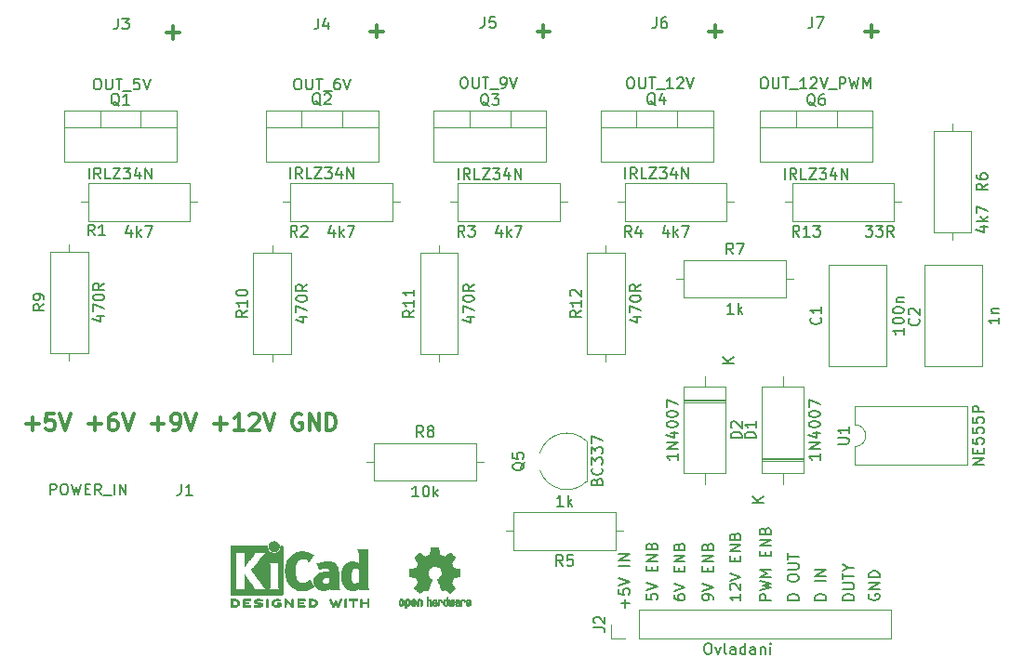
<source format=gto>
G04 #@! TF.GenerationSoftware,KiCad,Pcbnew,8.0.7-8.0.7-0~ubuntu24.04.1*
G04 #@! TF.CreationDate,2025-01-24T13:02:35+01:00*
G04 #@! TF.ProjectId,astrobox_power_smallbox,61737472-6f62-46f7-985f-706f7765725f,1*
G04 #@! TF.SameCoordinates,Original*
G04 #@! TF.FileFunction,Legend,Top*
G04 #@! TF.FilePolarity,Positive*
%FSLAX46Y46*%
G04 Gerber Fmt 4.6, Leading zero omitted, Abs format (unit mm)*
G04 Created by KiCad (PCBNEW 8.0.7-8.0.7-0~ubuntu24.04.1) date 2025-01-24 13:02:35*
%MOMM*%
%LPD*%
G01*
G04 APERTURE LIST*
%ADD10C,0.150000*%
%ADD11C,0.300000*%
%ADD12C,0.120000*%
%ADD13C,0.010000*%
G04 APERTURE END LIST*
D10*
X163369666Y-104717620D02*
X163369666Y-103955716D01*
X163750619Y-104336668D02*
X162988714Y-104336668D01*
X162750619Y-103003335D02*
X162750619Y-103479525D01*
X162750619Y-103479525D02*
X163226809Y-103527144D01*
X163226809Y-103527144D02*
X163179190Y-103479525D01*
X163179190Y-103479525D02*
X163131571Y-103384287D01*
X163131571Y-103384287D02*
X163131571Y-103146192D01*
X163131571Y-103146192D02*
X163179190Y-103050954D01*
X163179190Y-103050954D02*
X163226809Y-103003335D01*
X163226809Y-103003335D02*
X163322047Y-102955716D01*
X163322047Y-102955716D02*
X163560142Y-102955716D01*
X163560142Y-102955716D02*
X163655380Y-103003335D01*
X163655380Y-103003335D02*
X163703000Y-103050954D01*
X163703000Y-103050954D02*
X163750619Y-103146192D01*
X163750619Y-103146192D02*
X163750619Y-103384287D01*
X163750619Y-103384287D02*
X163703000Y-103479525D01*
X163703000Y-103479525D02*
X163655380Y-103527144D01*
X162750619Y-102670001D02*
X163750619Y-102336668D01*
X163750619Y-102336668D02*
X162750619Y-102003335D01*
X163750619Y-100908096D02*
X162750619Y-100908096D01*
X163750619Y-100431906D02*
X162750619Y-100431906D01*
X162750619Y-100431906D02*
X163750619Y-99860478D01*
X163750619Y-99860478D02*
X162750619Y-99860478D01*
D11*
X108809310Y-87977000D02*
X109952168Y-87977000D01*
X109380739Y-88548428D02*
X109380739Y-87405571D01*
X111380739Y-87048428D02*
X110666453Y-87048428D01*
X110666453Y-87048428D02*
X110595025Y-87762714D01*
X110595025Y-87762714D02*
X110666453Y-87691285D01*
X110666453Y-87691285D02*
X110809311Y-87619857D01*
X110809311Y-87619857D02*
X111166453Y-87619857D01*
X111166453Y-87619857D02*
X111309311Y-87691285D01*
X111309311Y-87691285D02*
X111380739Y-87762714D01*
X111380739Y-87762714D02*
X111452168Y-87905571D01*
X111452168Y-87905571D02*
X111452168Y-88262714D01*
X111452168Y-88262714D02*
X111380739Y-88405571D01*
X111380739Y-88405571D02*
X111309311Y-88477000D01*
X111309311Y-88477000D02*
X111166453Y-88548428D01*
X111166453Y-88548428D02*
X110809311Y-88548428D01*
X110809311Y-88548428D02*
X110666453Y-88477000D01*
X110666453Y-88477000D02*
X110595025Y-88405571D01*
X111880739Y-87048428D02*
X112380739Y-88548428D01*
X112380739Y-88548428D02*
X112880739Y-87048428D01*
X114523595Y-87977000D02*
X115666453Y-87977000D01*
X115095024Y-88548428D02*
X115095024Y-87405571D01*
X117023596Y-87048428D02*
X116737881Y-87048428D01*
X116737881Y-87048428D02*
X116595024Y-87119857D01*
X116595024Y-87119857D02*
X116523596Y-87191285D01*
X116523596Y-87191285D02*
X116380738Y-87405571D01*
X116380738Y-87405571D02*
X116309310Y-87691285D01*
X116309310Y-87691285D02*
X116309310Y-88262714D01*
X116309310Y-88262714D02*
X116380738Y-88405571D01*
X116380738Y-88405571D02*
X116452167Y-88477000D01*
X116452167Y-88477000D02*
X116595024Y-88548428D01*
X116595024Y-88548428D02*
X116880738Y-88548428D01*
X116880738Y-88548428D02*
X117023596Y-88477000D01*
X117023596Y-88477000D02*
X117095024Y-88405571D01*
X117095024Y-88405571D02*
X117166453Y-88262714D01*
X117166453Y-88262714D02*
X117166453Y-87905571D01*
X117166453Y-87905571D02*
X117095024Y-87762714D01*
X117095024Y-87762714D02*
X117023596Y-87691285D01*
X117023596Y-87691285D02*
X116880738Y-87619857D01*
X116880738Y-87619857D02*
X116595024Y-87619857D01*
X116595024Y-87619857D02*
X116452167Y-87691285D01*
X116452167Y-87691285D02*
X116380738Y-87762714D01*
X116380738Y-87762714D02*
X116309310Y-87905571D01*
X117595024Y-87048428D02*
X118095024Y-88548428D01*
X118095024Y-88548428D02*
X118595024Y-87048428D01*
X120237880Y-87977000D02*
X121380738Y-87977000D01*
X120809309Y-88548428D02*
X120809309Y-87405571D01*
X122166452Y-88548428D02*
X122452166Y-88548428D01*
X122452166Y-88548428D02*
X122595023Y-88477000D01*
X122595023Y-88477000D02*
X122666452Y-88405571D01*
X122666452Y-88405571D02*
X122809309Y-88191285D01*
X122809309Y-88191285D02*
X122880738Y-87905571D01*
X122880738Y-87905571D02*
X122880738Y-87334142D01*
X122880738Y-87334142D02*
X122809309Y-87191285D01*
X122809309Y-87191285D02*
X122737881Y-87119857D01*
X122737881Y-87119857D02*
X122595023Y-87048428D01*
X122595023Y-87048428D02*
X122309309Y-87048428D01*
X122309309Y-87048428D02*
X122166452Y-87119857D01*
X122166452Y-87119857D02*
X122095023Y-87191285D01*
X122095023Y-87191285D02*
X122023595Y-87334142D01*
X122023595Y-87334142D02*
X122023595Y-87691285D01*
X122023595Y-87691285D02*
X122095023Y-87834142D01*
X122095023Y-87834142D02*
X122166452Y-87905571D01*
X122166452Y-87905571D02*
X122309309Y-87977000D01*
X122309309Y-87977000D02*
X122595023Y-87977000D01*
X122595023Y-87977000D02*
X122737881Y-87905571D01*
X122737881Y-87905571D02*
X122809309Y-87834142D01*
X122809309Y-87834142D02*
X122880738Y-87691285D01*
X123309309Y-87048428D02*
X123809309Y-88548428D01*
X123809309Y-88548428D02*
X124309309Y-87048428D01*
X125952165Y-87977000D02*
X127095023Y-87977000D01*
X126523594Y-88548428D02*
X126523594Y-87405571D01*
X128595023Y-88548428D02*
X127737880Y-88548428D01*
X128166451Y-88548428D02*
X128166451Y-87048428D01*
X128166451Y-87048428D02*
X128023594Y-87262714D01*
X128023594Y-87262714D02*
X127880737Y-87405571D01*
X127880737Y-87405571D02*
X127737880Y-87477000D01*
X129166451Y-87191285D02*
X129237879Y-87119857D01*
X129237879Y-87119857D02*
X129380737Y-87048428D01*
X129380737Y-87048428D02*
X129737879Y-87048428D01*
X129737879Y-87048428D02*
X129880737Y-87119857D01*
X129880737Y-87119857D02*
X129952165Y-87191285D01*
X129952165Y-87191285D02*
X130023594Y-87334142D01*
X130023594Y-87334142D02*
X130023594Y-87477000D01*
X130023594Y-87477000D02*
X129952165Y-87691285D01*
X129952165Y-87691285D02*
X129095022Y-88548428D01*
X129095022Y-88548428D02*
X130023594Y-88548428D01*
X130452165Y-87048428D02*
X130952165Y-88548428D01*
X130952165Y-88548428D02*
X131452165Y-87048428D01*
X133880736Y-87119857D02*
X133737879Y-87048428D01*
X133737879Y-87048428D02*
X133523593Y-87048428D01*
X133523593Y-87048428D02*
X133309307Y-87119857D01*
X133309307Y-87119857D02*
X133166450Y-87262714D01*
X133166450Y-87262714D02*
X133095021Y-87405571D01*
X133095021Y-87405571D02*
X133023593Y-87691285D01*
X133023593Y-87691285D02*
X133023593Y-87905571D01*
X133023593Y-87905571D02*
X133095021Y-88191285D01*
X133095021Y-88191285D02*
X133166450Y-88334142D01*
X133166450Y-88334142D02*
X133309307Y-88477000D01*
X133309307Y-88477000D02*
X133523593Y-88548428D01*
X133523593Y-88548428D02*
X133666450Y-88548428D01*
X133666450Y-88548428D02*
X133880736Y-88477000D01*
X133880736Y-88477000D02*
X133952164Y-88405571D01*
X133952164Y-88405571D02*
X133952164Y-87905571D01*
X133952164Y-87905571D02*
X133666450Y-87905571D01*
X134595021Y-88548428D02*
X134595021Y-87048428D01*
X134595021Y-87048428D02*
X135452164Y-88548428D01*
X135452164Y-88548428D02*
X135452164Y-87048428D01*
X136166450Y-88548428D02*
X136166450Y-87048428D01*
X136166450Y-87048428D02*
X136523593Y-87048428D01*
X136523593Y-87048428D02*
X136737879Y-87119857D01*
X136737879Y-87119857D02*
X136880736Y-87262714D01*
X136880736Y-87262714D02*
X136952165Y-87405571D01*
X136952165Y-87405571D02*
X137023593Y-87691285D01*
X137023593Y-87691285D02*
X137023593Y-87905571D01*
X137023593Y-87905571D02*
X136952165Y-88191285D01*
X136952165Y-88191285D02*
X136880736Y-88334142D01*
X136880736Y-88334142D02*
X136737879Y-88477000D01*
X136737879Y-88477000D02*
X136523593Y-88548428D01*
X136523593Y-88548428D02*
X136166450Y-88548428D01*
D10*
X165290619Y-103479430D02*
X165290619Y-103955620D01*
X165290619Y-103955620D02*
X165766809Y-104003239D01*
X165766809Y-104003239D02*
X165719190Y-103955620D01*
X165719190Y-103955620D02*
X165671571Y-103860382D01*
X165671571Y-103860382D02*
X165671571Y-103622287D01*
X165671571Y-103622287D02*
X165719190Y-103527049D01*
X165719190Y-103527049D02*
X165766809Y-103479430D01*
X165766809Y-103479430D02*
X165862047Y-103431811D01*
X165862047Y-103431811D02*
X166100142Y-103431811D01*
X166100142Y-103431811D02*
X166195380Y-103479430D01*
X166195380Y-103479430D02*
X166243000Y-103527049D01*
X166243000Y-103527049D02*
X166290619Y-103622287D01*
X166290619Y-103622287D02*
X166290619Y-103860382D01*
X166290619Y-103860382D02*
X166243000Y-103955620D01*
X166243000Y-103955620D02*
X166195380Y-104003239D01*
X165290619Y-103146096D02*
X166290619Y-102812763D01*
X166290619Y-102812763D02*
X165290619Y-102479430D01*
X165766809Y-101384191D02*
X165766809Y-101050858D01*
X166290619Y-100908001D02*
X166290619Y-101384191D01*
X166290619Y-101384191D02*
X165290619Y-101384191D01*
X165290619Y-101384191D02*
X165290619Y-100908001D01*
X166290619Y-100479429D02*
X165290619Y-100479429D01*
X165290619Y-100479429D02*
X166290619Y-99908001D01*
X166290619Y-99908001D02*
X165290619Y-99908001D01*
X165766809Y-99098477D02*
X165814428Y-98955620D01*
X165814428Y-98955620D02*
X165862047Y-98908001D01*
X165862047Y-98908001D02*
X165957285Y-98860382D01*
X165957285Y-98860382D02*
X166100142Y-98860382D01*
X166100142Y-98860382D02*
X166195380Y-98908001D01*
X166195380Y-98908001D02*
X166243000Y-98955620D01*
X166243000Y-98955620D02*
X166290619Y-99050858D01*
X166290619Y-99050858D02*
X166290619Y-99431810D01*
X166290619Y-99431810D02*
X165290619Y-99431810D01*
X165290619Y-99431810D02*
X165290619Y-99098477D01*
X165290619Y-99098477D02*
X165338238Y-99003239D01*
X165338238Y-99003239D02*
X165385857Y-98955620D01*
X165385857Y-98955620D02*
X165481095Y-98908001D01*
X165481095Y-98908001D02*
X165576333Y-98908001D01*
X165576333Y-98908001D02*
X165671571Y-98955620D01*
X165671571Y-98955620D02*
X165719190Y-99003239D01*
X165719190Y-99003239D02*
X165766809Y-99098477D01*
X165766809Y-99098477D02*
X165766809Y-99431810D01*
D11*
X140152910Y-52213800D02*
X141295768Y-52213800D01*
X140724339Y-52785228D02*
X140724339Y-51642371D01*
D10*
X185556638Y-103482611D02*
X185509019Y-103577849D01*
X185509019Y-103577849D02*
X185509019Y-103720706D01*
X185509019Y-103720706D02*
X185556638Y-103863563D01*
X185556638Y-103863563D02*
X185651876Y-103958801D01*
X185651876Y-103958801D02*
X185747114Y-104006420D01*
X185747114Y-104006420D02*
X185937590Y-104054039D01*
X185937590Y-104054039D02*
X186080447Y-104054039D01*
X186080447Y-104054039D02*
X186270923Y-104006420D01*
X186270923Y-104006420D02*
X186366161Y-103958801D01*
X186366161Y-103958801D02*
X186461400Y-103863563D01*
X186461400Y-103863563D02*
X186509019Y-103720706D01*
X186509019Y-103720706D02*
X186509019Y-103625468D01*
X186509019Y-103625468D02*
X186461400Y-103482611D01*
X186461400Y-103482611D02*
X186413780Y-103434992D01*
X186413780Y-103434992D02*
X186080447Y-103434992D01*
X186080447Y-103434992D02*
X186080447Y-103625468D01*
X186509019Y-103006420D02*
X185509019Y-103006420D01*
X185509019Y-103006420D02*
X186509019Y-102434992D01*
X186509019Y-102434992D02*
X185509019Y-102434992D01*
X186509019Y-101958801D02*
X185509019Y-101958801D01*
X185509019Y-101958801D02*
X185509019Y-101720706D01*
X185509019Y-101720706D02*
X185556638Y-101577849D01*
X185556638Y-101577849D02*
X185651876Y-101482611D01*
X185651876Y-101482611D02*
X185747114Y-101434992D01*
X185747114Y-101434992D02*
X185937590Y-101387373D01*
X185937590Y-101387373D02*
X186080447Y-101387373D01*
X186080447Y-101387373D02*
X186270923Y-101434992D01*
X186270923Y-101434992D02*
X186366161Y-101482611D01*
X186366161Y-101482611D02*
X186461400Y-101577849D01*
X186461400Y-101577849D02*
X186509019Y-101720706D01*
X186509019Y-101720706D02*
X186509019Y-101958801D01*
X179143019Y-104057220D02*
X178143019Y-104057220D01*
X178143019Y-104057220D02*
X178143019Y-103819125D01*
X178143019Y-103819125D02*
X178190638Y-103676268D01*
X178190638Y-103676268D02*
X178285876Y-103581030D01*
X178285876Y-103581030D02*
X178381114Y-103533411D01*
X178381114Y-103533411D02*
X178571590Y-103485792D01*
X178571590Y-103485792D02*
X178714447Y-103485792D01*
X178714447Y-103485792D02*
X178904923Y-103533411D01*
X178904923Y-103533411D02*
X179000161Y-103581030D01*
X179000161Y-103581030D02*
X179095400Y-103676268D01*
X179095400Y-103676268D02*
X179143019Y-103819125D01*
X179143019Y-103819125D02*
X179143019Y-104057220D01*
X178143019Y-102104839D02*
X178143019Y-101914363D01*
X178143019Y-101914363D02*
X178190638Y-101819125D01*
X178190638Y-101819125D02*
X178285876Y-101723887D01*
X178285876Y-101723887D02*
X178476352Y-101676268D01*
X178476352Y-101676268D02*
X178809685Y-101676268D01*
X178809685Y-101676268D02*
X179000161Y-101723887D01*
X179000161Y-101723887D02*
X179095400Y-101819125D01*
X179095400Y-101819125D02*
X179143019Y-101914363D01*
X179143019Y-101914363D02*
X179143019Y-102104839D01*
X179143019Y-102104839D02*
X179095400Y-102200077D01*
X179095400Y-102200077D02*
X179000161Y-102295315D01*
X179000161Y-102295315D02*
X178809685Y-102342934D01*
X178809685Y-102342934D02*
X178476352Y-102342934D01*
X178476352Y-102342934D02*
X178285876Y-102295315D01*
X178285876Y-102295315D02*
X178190638Y-102200077D01*
X178190638Y-102200077D02*
X178143019Y-102104839D01*
X178143019Y-101247696D02*
X178952542Y-101247696D01*
X178952542Y-101247696D02*
X179047780Y-101200077D01*
X179047780Y-101200077D02*
X179095400Y-101152458D01*
X179095400Y-101152458D02*
X179143019Y-101057220D01*
X179143019Y-101057220D02*
X179143019Y-100866744D01*
X179143019Y-100866744D02*
X179095400Y-100771506D01*
X179095400Y-100771506D02*
X179047780Y-100723887D01*
X179047780Y-100723887D02*
X178952542Y-100676268D01*
X178952542Y-100676268D02*
X178143019Y-100676268D01*
X178143019Y-100342934D02*
X178143019Y-99771506D01*
X179143019Y-100057220D02*
X178143019Y-100057220D01*
D11*
X155342110Y-52213800D02*
X156484968Y-52213800D01*
X155913539Y-52785228D02*
X155913539Y-51642371D01*
D10*
X181632219Y-104057220D02*
X180632219Y-104057220D01*
X180632219Y-104057220D02*
X180632219Y-103819125D01*
X180632219Y-103819125D02*
X180679838Y-103676268D01*
X180679838Y-103676268D02*
X180775076Y-103581030D01*
X180775076Y-103581030D02*
X180870314Y-103533411D01*
X180870314Y-103533411D02*
X181060790Y-103485792D01*
X181060790Y-103485792D02*
X181203647Y-103485792D01*
X181203647Y-103485792D02*
X181394123Y-103533411D01*
X181394123Y-103533411D02*
X181489361Y-103581030D01*
X181489361Y-103581030D02*
X181584600Y-103676268D01*
X181584600Y-103676268D02*
X181632219Y-103819125D01*
X181632219Y-103819125D02*
X181632219Y-104057220D01*
X181632219Y-102295315D02*
X180632219Y-102295315D01*
X181632219Y-101819125D02*
X180632219Y-101819125D01*
X180632219Y-101819125D02*
X181632219Y-101247697D01*
X181632219Y-101247697D02*
X180632219Y-101247697D01*
X184172219Y-104057220D02*
X183172219Y-104057220D01*
X183172219Y-104057220D02*
X183172219Y-103819125D01*
X183172219Y-103819125D02*
X183219838Y-103676268D01*
X183219838Y-103676268D02*
X183315076Y-103581030D01*
X183315076Y-103581030D02*
X183410314Y-103533411D01*
X183410314Y-103533411D02*
X183600790Y-103485792D01*
X183600790Y-103485792D02*
X183743647Y-103485792D01*
X183743647Y-103485792D02*
X183934123Y-103533411D01*
X183934123Y-103533411D02*
X184029361Y-103581030D01*
X184029361Y-103581030D02*
X184124600Y-103676268D01*
X184124600Y-103676268D02*
X184172219Y-103819125D01*
X184172219Y-103819125D02*
X184172219Y-104057220D01*
X183172219Y-103057220D02*
X183981742Y-103057220D01*
X183981742Y-103057220D02*
X184076980Y-103009601D01*
X184076980Y-103009601D02*
X184124600Y-102961982D01*
X184124600Y-102961982D02*
X184172219Y-102866744D01*
X184172219Y-102866744D02*
X184172219Y-102676268D01*
X184172219Y-102676268D02*
X184124600Y-102581030D01*
X184124600Y-102581030D02*
X184076980Y-102533411D01*
X184076980Y-102533411D02*
X183981742Y-102485792D01*
X183981742Y-102485792D02*
X183172219Y-102485792D01*
X183172219Y-102152458D02*
X183172219Y-101581030D01*
X184172219Y-101866744D02*
X183172219Y-101866744D01*
X183696028Y-101057220D02*
X184172219Y-101057220D01*
X183172219Y-101390553D02*
X183696028Y-101057220D01*
X183696028Y-101057220D02*
X183172219Y-100723887D01*
X167779819Y-103577849D02*
X167779819Y-103768325D01*
X167779819Y-103768325D02*
X167827438Y-103863563D01*
X167827438Y-103863563D02*
X167875057Y-103911182D01*
X167875057Y-103911182D02*
X168017914Y-104006420D01*
X168017914Y-104006420D02*
X168208390Y-104054039D01*
X168208390Y-104054039D02*
X168589342Y-104054039D01*
X168589342Y-104054039D02*
X168684580Y-104006420D01*
X168684580Y-104006420D02*
X168732200Y-103958801D01*
X168732200Y-103958801D02*
X168779819Y-103863563D01*
X168779819Y-103863563D02*
X168779819Y-103673087D01*
X168779819Y-103673087D02*
X168732200Y-103577849D01*
X168732200Y-103577849D02*
X168684580Y-103530230D01*
X168684580Y-103530230D02*
X168589342Y-103482611D01*
X168589342Y-103482611D02*
X168351247Y-103482611D01*
X168351247Y-103482611D02*
X168256009Y-103530230D01*
X168256009Y-103530230D02*
X168208390Y-103577849D01*
X168208390Y-103577849D02*
X168160771Y-103673087D01*
X168160771Y-103673087D02*
X168160771Y-103863563D01*
X168160771Y-103863563D02*
X168208390Y-103958801D01*
X168208390Y-103958801D02*
X168256009Y-104006420D01*
X168256009Y-104006420D02*
X168351247Y-104054039D01*
X167779819Y-103196896D02*
X168779819Y-102863563D01*
X168779819Y-102863563D02*
X167779819Y-102530230D01*
X168256009Y-101434991D02*
X168256009Y-101101658D01*
X168779819Y-100958801D02*
X168779819Y-101434991D01*
X168779819Y-101434991D02*
X167779819Y-101434991D01*
X167779819Y-101434991D02*
X167779819Y-100958801D01*
X168779819Y-100530229D02*
X167779819Y-100530229D01*
X167779819Y-100530229D02*
X168779819Y-99958801D01*
X168779819Y-99958801D02*
X167779819Y-99958801D01*
X168256009Y-99149277D02*
X168303628Y-99006420D01*
X168303628Y-99006420D02*
X168351247Y-98958801D01*
X168351247Y-98958801D02*
X168446485Y-98911182D01*
X168446485Y-98911182D02*
X168589342Y-98911182D01*
X168589342Y-98911182D02*
X168684580Y-98958801D01*
X168684580Y-98958801D02*
X168732200Y-99006420D01*
X168732200Y-99006420D02*
X168779819Y-99101658D01*
X168779819Y-99101658D02*
X168779819Y-99482610D01*
X168779819Y-99482610D02*
X167779819Y-99482610D01*
X167779819Y-99482610D02*
X167779819Y-99149277D01*
X167779819Y-99149277D02*
X167827438Y-99054039D01*
X167827438Y-99054039D02*
X167875057Y-99006420D01*
X167875057Y-99006420D02*
X167970295Y-98958801D01*
X167970295Y-98958801D02*
X168065533Y-98958801D01*
X168065533Y-98958801D02*
X168160771Y-99006420D01*
X168160771Y-99006420D02*
X168208390Y-99054039D01*
X168208390Y-99054039D02*
X168256009Y-99149277D01*
X168256009Y-99149277D02*
X168256009Y-99482610D01*
D11*
X170988510Y-52213800D02*
X172131368Y-52213800D01*
X171559939Y-52785228D02*
X171559939Y-51642371D01*
D10*
X173859819Y-103482611D02*
X173859819Y-104054039D01*
X173859819Y-103768325D02*
X172859819Y-103768325D01*
X172859819Y-103768325D02*
X173002676Y-103863563D01*
X173002676Y-103863563D02*
X173097914Y-103958801D01*
X173097914Y-103958801D02*
X173145533Y-104054039D01*
X172955057Y-103101658D02*
X172907438Y-103054039D01*
X172907438Y-103054039D02*
X172859819Y-102958801D01*
X172859819Y-102958801D02*
X172859819Y-102720706D01*
X172859819Y-102720706D02*
X172907438Y-102625468D01*
X172907438Y-102625468D02*
X172955057Y-102577849D01*
X172955057Y-102577849D02*
X173050295Y-102530230D01*
X173050295Y-102530230D02*
X173145533Y-102530230D01*
X173145533Y-102530230D02*
X173288390Y-102577849D01*
X173288390Y-102577849D02*
X173859819Y-103149277D01*
X173859819Y-103149277D02*
X173859819Y-102530230D01*
X172859819Y-102244515D02*
X173859819Y-101911182D01*
X173859819Y-101911182D02*
X172859819Y-101577849D01*
X173336009Y-100482610D02*
X173336009Y-100149277D01*
X173859819Y-100006420D02*
X173859819Y-100482610D01*
X173859819Y-100482610D02*
X172859819Y-100482610D01*
X172859819Y-100482610D02*
X172859819Y-100006420D01*
X173859819Y-99577848D02*
X172859819Y-99577848D01*
X172859819Y-99577848D02*
X173859819Y-99006420D01*
X173859819Y-99006420D02*
X172859819Y-99006420D01*
X173336009Y-98196896D02*
X173383628Y-98054039D01*
X173383628Y-98054039D02*
X173431247Y-98006420D01*
X173431247Y-98006420D02*
X173526485Y-97958801D01*
X173526485Y-97958801D02*
X173669342Y-97958801D01*
X173669342Y-97958801D02*
X173764580Y-98006420D01*
X173764580Y-98006420D02*
X173812200Y-98054039D01*
X173812200Y-98054039D02*
X173859819Y-98149277D01*
X173859819Y-98149277D02*
X173859819Y-98530229D01*
X173859819Y-98530229D02*
X172859819Y-98530229D01*
X172859819Y-98530229D02*
X172859819Y-98196896D01*
X172859819Y-98196896D02*
X172907438Y-98101658D01*
X172907438Y-98101658D02*
X172955057Y-98054039D01*
X172955057Y-98054039D02*
X173050295Y-98006420D01*
X173050295Y-98006420D02*
X173145533Y-98006420D01*
X173145533Y-98006420D02*
X173240771Y-98054039D01*
X173240771Y-98054039D02*
X173288390Y-98101658D01*
X173288390Y-98101658D02*
X173336009Y-98196896D01*
X173336009Y-98196896D02*
X173336009Y-98530229D01*
X176603019Y-104057220D02*
X175603019Y-104057220D01*
X175603019Y-104057220D02*
X175603019Y-103676268D01*
X175603019Y-103676268D02*
X175650638Y-103581030D01*
X175650638Y-103581030D02*
X175698257Y-103533411D01*
X175698257Y-103533411D02*
X175793495Y-103485792D01*
X175793495Y-103485792D02*
X175936352Y-103485792D01*
X175936352Y-103485792D02*
X176031590Y-103533411D01*
X176031590Y-103533411D02*
X176079209Y-103581030D01*
X176079209Y-103581030D02*
X176126828Y-103676268D01*
X176126828Y-103676268D02*
X176126828Y-104057220D01*
X175603019Y-103152458D02*
X176603019Y-102914363D01*
X176603019Y-102914363D02*
X175888733Y-102723887D01*
X175888733Y-102723887D02*
X176603019Y-102533411D01*
X176603019Y-102533411D02*
X175603019Y-102295316D01*
X176603019Y-101914363D02*
X175603019Y-101914363D01*
X175603019Y-101914363D02*
X176317304Y-101581030D01*
X176317304Y-101581030D02*
X175603019Y-101247697D01*
X175603019Y-101247697D02*
X176603019Y-101247697D01*
X176079209Y-100009601D02*
X176079209Y-99676268D01*
X176603019Y-99533411D02*
X176603019Y-100009601D01*
X176603019Y-100009601D02*
X175603019Y-100009601D01*
X175603019Y-100009601D02*
X175603019Y-99533411D01*
X176603019Y-99104839D02*
X175603019Y-99104839D01*
X175603019Y-99104839D02*
X176603019Y-98533411D01*
X176603019Y-98533411D02*
X175603019Y-98533411D01*
X176079209Y-97723887D02*
X176126828Y-97581030D01*
X176126828Y-97581030D02*
X176174447Y-97533411D01*
X176174447Y-97533411D02*
X176269685Y-97485792D01*
X176269685Y-97485792D02*
X176412542Y-97485792D01*
X176412542Y-97485792D02*
X176507780Y-97533411D01*
X176507780Y-97533411D02*
X176555400Y-97581030D01*
X176555400Y-97581030D02*
X176603019Y-97676268D01*
X176603019Y-97676268D02*
X176603019Y-98057220D01*
X176603019Y-98057220D02*
X175603019Y-98057220D01*
X175603019Y-98057220D02*
X175603019Y-97723887D01*
X175603019Y-97723887D02*
X175650638Y-97628649D01*
X175650638Y-97628649D02*
X175698257Y-97581030D01*
X175698257Y-97581030D02*
X175793495Y-97533411D01*
X175793495Y-97533411D02*
X175888733Y-97533411D01*
X175888733Y-97533411D02*
X175983971Y-97581030D01*
X175983971Y-97581030D02*
X176031590Y-97628649D01*
X176031590Y-97628649D02*
X176079209Y-97723887D01*
X176079209Y-97723887D02*
X176079209Y-98057220D01*
D11*
X185212510Y-52213800D02*
X186355368Y-52213800D01*
X185783939Y-52785228D02*
X185783939Y-51642371D01*
D10*
X171370619Y-103958801D02*
X171370619Y-103768325D01*
X171370619Y-103768325D02*
X171323000Y-103673087D01*
X171323000Y-103673087D02*
X171275380Y-103625468D01*
X171275380Y-103625468D02*
X171132523Y-103530230D01*
X171132523Y-103530230D02*
X170942047Y-103482611D01*
X170942047Y-103482611D02*
X170561095Y-103482611D01*
X170561095Y-103482611D02*
X170465857Y-103530230D01*
X170465857Y-103530230D02*
X170418238Y-103577849D01*
X170418238Y-103577849D02*
X170370619Y-103673087D01*
X170370619Y-103673087D02*
X170370619Y-103863563D01*
X170370619Y-103863563D02*
X170418238Y-103958801D01*
X170418238Y-103958801D02*
X170465857Y-104006420D01*
X170465857Y-104006420D02*
X170561095Y-104054039D01*
X170561095Y-104054039D02*
X170799190Y-104054039D01*
X170799190Y-104054039D02*
X170894428Y-104006420D01*
X170894428Y-104006420D02*
X170942047Y-103958801D01*
X170942047Y-103958801D02*
X170989666Y-103863563D01*
X170989666Y-103863563D02*
X170989666Y-103673087D01*
X170989666Y-103673087D02*
X170942047Y-103577849D01*
X170942047Y-103577849D02*
X170894428Y-103530230D01*
X170894428Y-103530230D02*
X170799190Y-103482611D01*
X170370619Y-103196896D02*
X171370619Y-102863563D01*
X171370619Y-102863563D02*
X170370619Y-102530230D01*
X170846809Y-101434991D02*
X170846809Y-101101658D01*
X171370619Y-100958801D02*
X171370619Y-101434991D01*
X171370619Y-101434991D02*
X170370619Y-101434991D01*
X170370619Y-101434991D02*
X170370619Y-100958801D01*
X171370619Y-100530229D02*
X170370619Y-100530229D01*
X170370619Y-100530229D02*
X171370619Y-99958801D01*
X171370619Y-99958801D02*
X170370619Y-99958801D01*
X170846809Y-99149277D02*
X170894428Y-99006420D01*
X170894428Y-99006420D02*
X170942047Y-98958801D01*
X170942047Y-98958801D02*
X171037285Y-98911182D01*
X171037285Y-98911182D02*
X171180142Y-98911182D01*
X171180142Y-98911182D02*
X171275380Y-98958801D01*
X171275380Y-98958801D02*
X171323000Y-99006420D01*
X171323000Y-99006420D02*
X171370619Y-99101658D01*
X171370619Y-99101658D02*
X171370619Y-99482610D01*
X171370619Y-99482610D02*
X170370619Y-99482610D01*
X170370619Y-99482610D02*
X170370619Y-99149277D01*
X170370619Y-99149277D02*
X170418238Y-99054039D01*
X170418238Y-99054039D02*
X170465857Y-99006420D01*
X170465857Y-99006420D02*
X170561095Y-98958801D01*
X170561095Y-98958801D02*
X170656333Y-98958801D01*
X170656333Y-98958801D02*
X170751571Y-99006420D01*
X170751571Y-99006420D02*
X170799190Y-99054039D01*
X170799190Y-99054039D02*
X170846809Y-99149277D01*
X170846809Y-99149277D02*
X170846809Y-99482610D01*
D11*
X121610910Y-52315400D02*
X122753768Y-52315400D01*
X122182339Y-52886828D02*
X122182339Y-51743971D01*
D10*
X150545466Y-50908419D02*
X150545466Y-51622704D01*
X150545466Y-51622704D02*
X150497847Y-51765561D01*
X150497847Y-51765561D02*
X150402609Y-51860800D01*
X150402609Y-51860800D02*
X150259752Y-51908419D01*
X150259752Y-51908419D02*
X150164514Y-51908419D01*
X151497847Y-50908419D02*
X151021657Y-50908419D01*
X151021657Y-50908419D02*
X150974038Y-51384609D01*
X150974038Y-51384609D02*
X151021657Y-51336990D01*
X151021657Y-51336990D02*
X151116895Y-51289371D01*
X151116895Y-51289371D02*
X151354990Y-51289371D01*
X151354990Y-51289371D02*
X151450228Y-51336990D01*
X151450228Y-51336990D02*
X151497847Y-51384609D01*
X151497847Y-51384609D02*
X151545466Y-51479847D01*
X151545466Y-51479847D02*
X151545466Y-51717942D01*
X151545466Y-51717942D02*
X151497847Y-51813180D01*
X151497847Y-51813180D02*
X151450228Y-51860800D01*
X151450228Y-51860800D02*
X151354990Y-51908419D01*
X151354990Y-51908419D02*
X151116895Y-51908419D01*
X151116895Y-51908419D02*
X151021657Y-51860800D01*
X151021657Y-51860800D02*
X150974038Y-51813180D01*
X148593085Y-56408419D02*
X148783561Y-56408419D01*
X148783561Y-56408419D02*
X148878799Y-56456038D01*
X148878799Y-56456038D02*
X148974037Y-56551276D01*
X148974037Y-56551276D02*
X149021656Y-56741752D01*
X149021656Y-56741752D02*
X149021656Y-57075085D01*
X149021656Y-57075085D02*
X148974037Y-57265561D01*
X148974037Y-57265561D02*
X148878799Y-57360800D01*
X148878799Y-57360800D02*
X148783561Y-57408419D01*
X148783561Y-57408419D02*
X148593085Y-57408419D01*
X148593085Y-57408419D02*
X148497847Y-57360800D01*
X148497847Y-57360800D02*
X148402609Y-57265561D01*
X148402609Y-57265561D02*
X148354990Y-57075085D01*
X148354990Y-57075085D02*
X148354990Y-56741752D01*
X148354990Y-56741752D02*
X148402609Y-56551276D01*
X148402609Y-56551276D02*
X148497847Y-56456038D01*
X148497847Y-56456038D02*
X148593085Y-56408419D01*
X149450228Y-56408419D02*
X149450228Y-57217942D01*
X149450228Y-57217942D02*
X149497847Y-57313180D01*
X149497847Y-57313180D02*
X149545466Y-57360800D01*
X149545466Y-57360800D02*
X149640704Y-57408419D01*
X149640704Y-57408419D02*
X149831180Y-57408419D01*
X149831180Y-57408419D02*
X149926418Y-57360800D01*
X149926418Y-57360800D02*
X149974037Y-57313180D01*
X149974037Y-57313180D02*
X150021656Y-57217942D01*
X150021656Y-57217942D02*
X150021656Y-56408419D01*
X150354990Y-56408419D02*
X150926418Y-56408419D01*
X150640704Y-57408419D02*
X150640704Y-56408419D01*
X151021657Y-57503657D02*
X151783561Y-57503657D01*
X152069276Y-57408419D02*
X152259752Y-57408419D01*
X152259752Y-57408419D02*
X152354990Y-57360800D01*
X152354990Y-57360800D02*
X152402609Y-57313180D01*
X152402609Y-57313180D02*
X152497847Y-57170323D01*
X152497847Y-57170323D02*
X152545466Y-56979847D01*
X152545466Y-56979847D02*
X152545466Y-56598895D01*
X152545466Y-56598895D02*
X152497847Y-56503657D01*
X152497847Y-56503657D02*
X152450228Y-56456038D01*
X152450228Y-56456038D02*
X152354990Y-56408419D01*
X152354990Y-56408419D02*
X152164514Y-56408419D01*
X152164514Y-56408419D02*
X152069276Y-56456038D01*
X152069276Y-56456038D02*
X152021657Y-56503657D01*
X152021657Y-56503657D02*
X151974038Y-56598895D01*
X151974038Y-56598895D02*
X151974038Y-56836990D01*
X151974038Y-56836990D02*
X152021657Y-56932228D01*
X152021657Y-56932228D02*
X152069276Y-56979847D01*
X152069276Y-56979847D02*
X152164514Y-57027466D01*
X152164514Y-57027466D02*
X152354990Y-57027466D01*
X152354990Y-57027466D02*
X152450228Y-56979847D01*
X152450228Y-56979847D02*
X152497847Y-56932228D01*
X152497847Y-56932228D02*
X152545466Y-56836990D01*
X152831181Y-56408419D02*
X153164514Y-57408419D01*
X153164514Y-57408419D02*
X153497847Y-56408419D01*
X166186266Y-50928619D02*
X166186266Y-51642904D01*
X166186266Y-51642904D02*
X166138647Y-51785761D01*
X166138647Y-51785761D02*
X166043409Y-51881000D01*
X166043409Y-51881000D02*
X165900552Y-51928619D01*
X165900552Y-51928619D02*
X165805314Y-51928619D01*
X167091028Y-50928619D02*
X166900552Y-50928619D01*
X166900552Y-50928619D02*
X166805314Y-50976238D01*
X166805314Y-50976238D02*
X166757695Y-51023857D01*
X166757695Y-51023857D02*
X166662457Y-51166714D01*
X166662457Y-51166714D02*
X166614838Y-51357190D01*
X166614838Y-51357190D02*
X166614838Y-51738142D01*
X166614838Y-51738142D02*
X166662457Y-51833380D01*
X166662457Y-51833380D02*
X166710076Y-51881000D01*
X166710076Y-51881000D02*
X166805314Y-51928619D01*
X166805314Y-51928619D02*
X166995790Y-51928619D01*
X166995790Y-51928619D02*
X167091028Y-51881000D01*
X167091028Y-51881000D02*
X167138647Y-51833380D01*
X167138647Y-51833380D02*
X167186266Y-51738142D01*
X167186266Y-51738142D02*
X167186266Y-51500047D01*
X167186266Y-51500047D02*
X167138647Y-51404809D01*
X167138647Y-51404809D02*
X167091028Y-51357190D01*
X167091028Y-51357190D02*
X166995790Y-51309571D01*
X166995790Y-51309571D02*
X166805314Y-51309571D01*
X166805314Y-51309571D02*
X166710076Y-51357190D01*
X166710076Y-51357190D02*
X166662457Y-51404809D01*
X166662457Y-51404809D02*
X166614838Y-51500047D01*
X163757695Y-56428619D02*
X163948171Y-56428619D01*
X163948171Y-56428619D02*
X164043409Y-56476238D01*
X164043409Y-56476238D02*
X164138647Y-56571476D01*
X164138647Y-56571476D02*
X164186266Y-56761952D01*
X164186266Y-56761952D02*
X164186266Y-57095285D01*
X164186266Y-57095285D02*
X164138647Y-57285761D01*
X164138647Y-57285761D02*
X164043409Y-57381000D01*
X164043409Y-57381000D02*
X163948171Y-57428619D01*
X163948171Y-57428619D02*
X163757695Y-57428619D01*
X163757695Y-57428619D02*
X163662457Y-57381000D01*
X163662457Y-57381000D02*
X163567219Y-57285761D01*
X163567219Y-57285761D02*
X163519600Y-57095285D01*
X163519600Y-57095285D02*
X163519600Y-56761952D01*
X163519600Y-56761952D02*
X163567219Y-56571476D01*
X163567219Y-56571476D02*
X163662457Y-56476238D01*
X163662457Y-56476238D02*
X163757695Y-56428619D01*
X164614838Y-56428619D02*
X164614838Y-57238142D01*
X164614838Y-57238142D02*
X164662457Y-57333380D01*
X164662457Y-57333380D02*
X164710076Y-57381000D01*
X164710076Y-57381000D02*
X164805314Y-57428619D01*
X164805314Y-57428619D02*
X164995790Y-57428619D01*
X164995790Y-57428619D02*
X165091028Y-57381000D01*
X165091028Y-57381000D02*
X165138647Y-57333380D01*
X165138647Y-57333380D02*
X165186266Y-57238142D01*
X165186266Y-57238142D02*
X165186266Y-56428619D01*
X165519600Y-56428619D02*
X166091028Y-56428619D01*
X165805314Y-57428619D02*
X165805314Y-56428619D01*
X166186267Y-57523857D02*
X166948171Y-57523857D01*
X167710076Y-57428619D02*
X167138648Y-57428619D01*
X167424362Y-57428619D02*
X167424362Y-56428619D01*
X167424362Y-56428619D02*
X167329124Y-56571476D01*
X167329124Y-56571476D02*
X167233886Y-56666714D01*
X167233886Y-56666714D02*
X167138648Y-56714333D01*
X168091029Y-56523857D02*
X168138648Y-56476238D01*
X168138648Y-56476238D02*
X168233886Y-56428619D01*
X168233886Y-56428619D02*
X168471981Y-56428619D01*
X168471981Y-56428619D02*
X168567219Y-56476238D01*
X168567219Y-56476238D02*
X168614838Y-56523857D01*
X168614838Y-56523857D02*
X168662457Y-56619095D01*
X168662457Y-56619095D02*
X168662457Y-56714333D01*
X168662457Y-56714333D02*
X168614838Y-56857190D01*
X168614838Y-56857190D02*
X168043410Y-57428619D01*
X168043410Y-57428619D02*
X168662457Y-57428619D01*
X168948172Y-56428619D02*
X169281505Y-57428619D01*
X169281505Y-57428619D02*
X169614838Y-56428619D01*
X117303561Y-58987457D02*
X117208323Y-58939838D01*
X117208323Y-58939838D02*
X117113085Y-58844600D01*
X117113085Y-58844600D02*
X116970228Y-58701742D01*
X116970228Y-58701742D02*
X116874990Y-58654123D01*
X116874990Y-58654123D02*
X116779752Y-58654123D01*
X116827371Y-58892219D02*
X116732133Y-58844600D01*
X116732133Y-58844600D02*
X116636895Y-58749361D01*
X116636895Y-58749361D02*
X116589276Y-58558885D01*
X116589276Y-58558885D02*
X116589276Y-58225552D01*
X116589276Y-58225552D02*
X116636895Y-58035076D01*
X116636895Y-58035076D02*
X116732133Y-57939838D01*
X116732133Y-57939838D02*
X116827371Y-57892219D01*
X116827371Y-57892219D02*
X117017847Y-57892219D01*
X117017847Y-57892219D02*
X117113085Y-57939838D01*
X117113085Y-57939838D02*
X117208323Y-58035076D01*
X117208323Y-58035076D02*
X117255942Y-58225552D01*
X117255942Y-58225552D02*
X117255942Y-58558885D01*
X117255942Y-58558885D02*
X117208323Y-58749361D01*
X117208323Y-58749361D02*
X117113085Y-58844600D01*
X117113085Y-58844600D02*
X117017847Y-58892219D01*
X117017847Y-58892219D02*
X116827371Y-58892219D01*
X118208323Y-58892219D02*
X117636895Y-58892219D01*
X117922609Y-58892219D02*
X117922609Y-57892219D01*
X117922609Y-57892219D02*
X117827371Y-58035076D01*
X117827371Y-58035076D02*
X117732133Y-58130314D01*
X117732133Y-58130314D02*
X117636895Y-58177933D01*
X114541657Y-65662219D02*
X114541657Y-64662219D01*
X115589275Y-65662219D02*
X115255942Y-65186028D01*
X115017847Y-65662219D02*
X115017847Y-64662219D01*
X115017847Y-64662219D02*
X115398799Y-64662219D01*
X115398799Y-64662219D02*
X115494037Y-64709838D01*
X115494037Y-64709838D02*
X115541656Y-64757457D01*
X115541656Y-64757457D02*
X115589275Y-64852695D01*
X115589275Y-64852695D02*
X115589275Y-64995552D01*
X115589275Y-64995552D02*
X115541656Y-65090790D01*
X115541656Y-65090790D02*
X115494037Y-65138409D01*
X115494037Y-65138409D02*
X115398799Y-65186028D01*
X115398799Y-65186028D02*
X115017847Y-65186028D01*
X116494037Y-65662219D02*
X116017847Y-65662219D01*
X116017847Y-65662219D02*
X116017847Y-64662219D01*
X116732133Y-64662219D02*
X117398799Y-64662219D01*
X117398799Y-64662219D02*
X116732133Y-65662219D01*
X116732133Y-65662219D02*
X117398799Y-65662219D01*
X117684514Y-64662219D02*
X118303561Y-64662219D01*
X118303561Y-64662219D02*
X117970228Y-65043171D01*
X117970228Y-65043171D02*
X118113085Y-65043171D01*
X118113085Y-65043171D02*
X118208323Y-65090790D01*
X118208323Y-65090790D02*
X118255942Y-65138409D01*
X118255942Y-65138409D02*
X118303561Y-65233647D01*
X118303561Y-65233647D02*
X118303561Y-65471742D01*
X118303561Y-65471742D02*
X118255942Y-65566980D01*
X118255942Y-65566980D02*
X118208323Y-65614600D01*
X118208323Y-65614600D02*
X118113085Y-65662219D01*
X118113085Y-65662219D02*
X117827371Y-65662219D01*
X117827371Y-65662219D02*
X117732133Y-65614600D01*
X117732133Y-65614600D02*
X117684514Y-65566980D01*
X119160704Y-64995552D02*
X119160704Y-65662219D01*
X118922609Y-64614600D02*
X118684514Y-65328885D01*
X118684514Y-65328885D02*
X119303561Y-65328885D01*
X119684514Y-65662219D02*
X119684514Y-64662219D01*
X119684514Y-64662219D02*
X120255942Y-65662219D01*
X120255942Y-65662219D02*
X120255942Y-64662219D01*
X135404266Y-51030219D02*
X135404266Y-51744504D01*
X135404266Y-51744504D02*
X135356647Y-51887361D01*
X135356647Y-51887361D02*
X135261409Y-51982600D01*
X135261409Y-51982600D02*
X135118552Y-52030219D01*
X135118552Y-52030219D02*
X135023314Y-52030219D01*
X136309028Y-51363552D02*
X136309028Y-52030219D01*
X136070933Y-50982600D02*
X135832838Y-51696885D01*
X135832838Y-51696885D02*
X136451885Y-51696885D01*
X133451885Y-56530219D02*
X133642361Y-56530219D01*
X133642361Y-56530219D02*
X133737599Y-56577838D01*
X133737599Y-56577838D02*
X133832837Y-56673076D01*
X133832837Y-56673076D02*
X133880456Y-56863552D01*
X133880456Y-56863552D02*
X133880456Y-57196885D01*
X133880456Y-57196885D02*
X133832837Y-57387361D01*
X133832837Y-57387361D02*
X133737599Y-57482600D01*
X133737599Y-57482600D02*
X133642361Y-57530219D01*
X133642361Y-57530219D02*
X133451885Y-57530219D01*
X133451885Y-57530219D02*
X133356647Y-57482600D01*
X133356647Y-57482600D02*
X133261409Y-57387361D01*
X133261409Y-57387361D02*
X133213790Y-57196885D01*
X133213790Y-57196885D02*
X133213790Y-56863552D01*
X133213790Y-56863552D02*
X133261409Y-56673076D01*
X133261409Y-56673076D02*
X133356647Y-56577838D01*
X133356647Y-56577838D02*
X133451885Y-56530219D01*
X134309028Y-56530219D02*
X134309028Y-57339742D01*
X134309028Y-57339742D02*
X134356647Y-57434980D01*
X134356647Y-57434980D02*
X134404266Y-57482600D01*
X134404266Y-57482600D02*
X134499504Y-57530219D01*
X134499504Y-57530219D02*
X134689980Y-57530219D01*
X134689980Y-57530219D02*
X134785218Y-57482600D01*
X134785218Y-57482600D02*
X134832837Y-57434980D01*
X134832837Y-57434980D02*
X134880456Y-57339742D01*
X134880456Y-57339742D02*
X134880456Y-56530219D01*
X135213790Y-56530219D02*
X135785218Y-56530219D01*
X135499504Y-57530219D02*
X135499504Y-56530219D01*
X135880457Y-57625457D02*
X136642361Y-57625457D01*
X137309028Y-56530219D02*
X137118552Y-56530219D01*
X137118552Y-56530219D02*
X137023314Y-56577838D01*
X137023314Y-56577838D02*
X136975695Y-56625457D01*
X136975695Y-56625457D02*
X136880457Y-56768314D01*
X136880457Y-56768314D02*
X136832838Y-56958790D01*
X136832838Y-56958790D02*
X136832838Y-57339742D01*
X136832838Y-57339742D02*
X136880457Y-57434980D01*
X136880457Y-57434980D02*
X136928076Y-57482600D01*
X136928076Y-57482600D02*
X137023314Y-57530219D01*
X137023314Y-57530219D02*
X137213790Y-57530219D01*
X137213790Y-57530219D02*
X137309028Y-57482600D01*
X137309028Y-57482600D02*
X137356647Y-57434980D01*
X137356647Y-57434980D02*
X137404266Y-57339742D01*
X137404266Y-57339742D02*
X137404266Y-57101647D01*
X137404266Y-57101647D02*
X137356647Y-57006409D01*
X137356647Y-57006409D02*
X137309028Y-56958790D01*
X137309028Y-56958790D02*
X137213790Y-56911171D01*
X137213790Y-56911171D02*
X137023314Y-56911171D01*
X137023314Y-56911171D02*
X136928076Y-56958790D01*
X136928076Y-56958790D02*
X136880457Y-57006409D01*
X136880457Y-57006409D02*
X136832838Y-57101647D01*
X137689981Y-56530219D02*
X138023314Y-57530219D01*
X138023314Y-57530219D02*
X138356647Y-56530219D01*
X173162933Y-72512419D02*
X172829600Y-72036228D01*
X172591505Y-72512419D02*
X172591505Y-71512419D01*
X172591505Y-71512419D02*
X172972457Y-71512419D01*
X172972457Y-71512419D02*
X173067695Y-71560038D01*
X173067695Y-71560038D02*
X173115314Y-71607657D01*
X173115314Y-71607657D02*
X173162933Y-71702895D01*
X173162933Y-71702895D02*
X173162933Y-71845752D01*
X173162933Y-71845752D02*
X173115314Y-71940990D01*
X173115314Y-71940990D02*
X173067695Y-71988609D01*
X173067695Y-71988609D02*
X172972457Y-72036228D01*
X172972457Y-72036228D02*
X172591505Y-72036228D01*
X173496267Y-71512419D02*
X174162933Y-71512419D01*
X174162933Y-71512419D02*
X173734362Y-72512419D01*
X173210552Y-77952419D02*
X172639124Y-77952419D01*
X172924838Y-77952419D02*
X172924838Y-76952419D01*
X172924838Y-76952419D02*
X172829600Y-77095276D01*
X172829600Y-77095276D02*
X172734362Y-77190514D01*
X172734362Y-77190514D02*
X172639124Y-77238133D01*
X173639124Y-77952419D02*
X173639124Y-76952419D01*
X173734362Y-77571466D02*
X174020076Y-77952419D01*
X174020076Y-77285752D02*
X173639124Y-77666704D01*
X135642361Y-58967257D02*
X135547123Y-58919638D01*
X135547123Y-58919638D02*
X135451885Y-58824400D01*
X135451885Y-58824400D02*
X135309028Y-58681542D01*
X135309028Y-58681542D02*
X135213790Y-58633923D01*
X135213790Y-58633923D02*
X135118552Y-58633923D01*
X135166171Y-58872019D02*
X135070933Y-58824400D01*
X135070933Y-58824400D02*
X134975695Y-58729161D01*
X134975695Y-58729161D02*
X134928076Y-58538685D01*
X134928076Y-58538685D02*
X134928076Y-58205352D01*
X134928076Y-58205352D02*
X134975695Y-58014876D01*
X134975695Y-58014876D02*
X135070933Y-57919638D01*
X135070933Y-57919638D02*
X135166171Y-57872019D01*
X135166171Y-57872019D02*
X135356647Y-57872019D01*
X135356647Y-57872019D02*
X135451885Y-57919638D01*
X135451885Y-57919638D02*
X135547123Y-58014876D01*
X135547123Y-58014876D02*
X135594742Y-58205352D01*
X135594742Y-58205352D02*
X135594742Y-58538685D01*
X135594742Y-58538685D02*
X135547123Y-58729161D01*
X135547123Y-58729161D02*
X135451885Y-58824400D01*
X135451885Y-58824400D02*
X135356647Y-58872019D01*
X135356647Y-58872019D02*
X135166171Y-58872019D01*
X135975695Y-57967257D02*
X136023314Y-57919638D01*
X136023314Y-57919638D02*
X136118552Y-57872019D01*
X136118552Y-57872019D02*
X136356647Y-57872019D01*
X136356647Y-57872019D02*
X136451885Y-57919638D01*
X136451885Y-57919638D02*
X136499504Y-57967257D01*
X136499504Y-57967257D02*
X136547123Y-58062495D01*
X136547123Y-58062495D02*
X136547123Y-58157733D01*
X136547123Y-58157733D02*
X136499504Y-58300590D01*
X136499504Y-58300590D02*
X135928076Y-58872019D01*
X135928076Y-58872019D02*
X136547123Y-58872019D01*
X132880457Y-65642019D02*
X132880457Y-64642019D01*
X133928075Y-65642019D02*
X133594742Y-65165828D01*
X133356647Y-65642019D02*
X133356647Y-64642019D01*
X133356647Y-64642019D02*
X133737599Y-64642019D01*
X133737599Y-64642019D02*
X133832837Y-64689638D01*
X133832837Y-64689638D02*
X133880456Y-64737257D01*
X133880456Y-64737257D02*
X133928075Y-64832495D01*
X133928075Y-64832495D02*
X133928075Y-64975352D01*
X133928075Y-64975352D02*
X133880456Y-65070590D01*
X133880456Y-65070590D02*
X133832837Y-65118209D01*
X133832837Y-65118209D02*
X133737599Y-65165828D01*
X133737599Y-65165828D02*
X133356647Y-65165828D01*
X134832837Y-65642019D02*
X134356647Y-65642019D01*
X134356647Y-65642019D02*
X134356647Y-64642019D01*
X135070933Y-64642019D02*
X135737599Y-64642019D01*
X135737599Y-64642019D02*
X135070933Y-65642019D01*
X135070933Y-65642019D02*
X135737599Y-65642019D01*
X136023314Y-64642019D02*
X136642361Y-64642019D01*
X136642361Y-64642019D02*
X136309028Y-65022971D01*
X136309028Y-65022971D02*
X136451885Y-65022971D01*
X136451885Y-65022971D02*
X136547123Y-65070590D01*
X136547123Y-65070590D02*
X136594742Y-65118209D01*
X136594742Y-65118209D02*
X136642361Y-65213447D01*
X136642361Y-65213447D02*
X136642361Y-65451542D01*
X136642361Y-65451542D02*
X136594742Y-65546780D01*
X136594742Y-65546780D02*
X136547123Y-65594400D01*
X136547123Y-65594400D02*
X136451885Y-65642019D01*
X136451885Y-65642019D02*
X136166171Y-65642019D01*
X136166171Y-65642019D02*
X136070933Y-65594400D01*
X136070933Y-65594400D02*
X136023314Y-65546780D01*
X137499504Y-64975352D02*
X137499504Y-65642019D01*
X137261409Y-64594400D02*
X137023314Y-65308685D01*
X137023314Y-65308685D02*
X137642361Y-65308685D01*
X138023314Y-65642019D02*
X138023314Y-64642019D01*
X138023314Y-64642019D02*
X138594742Y-65642019D01*
X138594742Y-65642019D02*
X138594742Y-64642019D01*
X182697219Y-89814304D02*
X183506742Y-89814304D01*
X183506742Y-89814304D02*
X183601980Y-89766685D01*
X183601980Y-89766685D02*
X183649600Y-89719066D01*
X183649600Y-89719066D02*
X183697219Y-89623828D01*
X183697219Y-89623828D02*
X183697219Y-89433352D01*
X183697219Y-89433352D02*
X183649600Y-89338114D01*
X183649600Y-89338114D02*
X183601980Y-89290495D01*
X183601980Y-89290495D02*
X183506742Y-89242876D01*
X183506742Y-89242876D02*
X182697219Y-89242876D01*
X183697219Y-88242876D02*
X183697219Y-88814304D01*
X183697219Y-88528590D02*
X182697219Y-88528590D01*
X182697219Y-88528590D02*
X182840076Y-88623828D01*
X182840076Y-88623828D02*
X182935314Y-88719066D01*
X182935314Y-88719066D02*
X182982933Y-88814304D01*
X195977219Y-91719066D02*
X194977219Y-91719066D01*
X194977219Y-91719066D02*
X195977219Y-91147638D01*
X195977219Y-91147638D02*
X194977219Y-91147638D01*
X195453409Y-90671447D02*
X195453409Y-90338114D01*
X195977219Y-90195257D02*
X195977219Y-90671447D01*
X195977219Y-90671447D02*
X194977219Y-90671447D01*
X194977219Y-90671447D02*
X194977219Y-90195257D01*
X194977219Y-89290495D02*
X194977219Y-89766685D01*
X194977219Y-89766685D02*
X195453409Y-89814304D01*
X195453409Y-89814304D02*
X195405790Y-89766685D01*
X195405790Y-89766685D02*
X195358171Y-89671447D01*
X195358171Y-89671447D02*
X195358171Y-89433352D01*
X195358171Y-89433352D02*
X195405790Y-89338114D01*
X195405790Y-89338114D02*
X195453409Y-89290495D01*
X195453409Y-89290495D02*
X195548647Y-89242876D01*
X195548647Y-89242876D02*
X195786742Y-89242876D01*
X195786742Y-89242876D02*
X195881980Y-89290495D01*
X195881980Y-89290495D02*
X195929600Y-89338114D01*
X195929600Y-89338114D02*
X195977219Y-89433352D01*
X195977219Y-89433352D02*
X195977219Y-89671447D01*
X195977219Y-89671447D02*
X195929600Y-89766685D01*
X195929600Y-89766685D02*
X195881980Y-89814304D01*
X194977219Y-88338114D02*
X194977219Y-88814304D01*
X194977219Y-88814304D02*
X195453409Y-88861923D01*
X195453409Y-88861923D02*
X195405790Y-88814304D01*
X195405790Y-88814304D02*
X195358171Y-88719066D01*
X195358171Y-88719066D02*
X195358171Y-88480971D01*
X195358171Y-88480971D02*
X195405790Y-88385733D01*
X195405790Y-88385733D02*
X195453409Y-88338114D01*
X195453409Y-88338114D02*
X195548647Y-88290495D01*
X195548647Y-88290495D02*
X195786742Y-88290495D01*
X195786742Y-88290495D02*
X195881980Y-88338114D01*
X195881980Y-88338114D02*
X195929600Y-88385733D01*
X195929600Y-88385733D02*
X195977219Y-88480971D01*
X195977219Y-88480971D02*
X195977219Y-88719066D01*
X195977219Y-88719066D02*
X195929600Y-88814304D01*
X195929600Y-88814304D02*
X195881980Y-88861923D01*
X194977219Y-87385733D02*
X194977219Y-87861923D01*
X194977219Y-87861923D02*
X195453409Y-87909542D01*
X195453409Y-87909542D02*
X195405790Y-87861923D01*
X195405790Y-87861923D02*
X195358171Y-87766685D01*
X195358171Y-87766685D02*
X195358171Y-87528590D01*
X195358171Y-87528590D02*
X195405790Y-87433352D01*
X195405790Y-87433352D02*
X195453409Y-87385733D01*
X195453409Y-87385733D02*
X195548647Y-87338114D01*
X195548647Y-87338114D02*
X195786742Y-87338114D01*
X195786742Y-87338114D02*
X195881980Y-87385733D01*
X195881980Y-87385733D02*
X195929600Y-87433352D01*
X195929600Y-87433352D02*
X195977219Y-87528590D01*
X195977219Y-87528590D02*
X195977219Y-87766685D01*
X195977219Y-87766685D02*
X195929600Y-87861923D01*
X195929600Y-87861923D02*
X195881980Y-87909542D01*
X195977219Y-86909542D02*
X194977219Y-86909542D01*
X194977219Y-86909542D02*
X194977219Y-86528590D01*
X194977219Y-86528590D02*
X195024838Y-86433352D01*
X195024838Y-86433352D02*
X195072457Y-86385733D01*
X195072457Y-86385733D02*
X195167695Y-86338114D01*
X195167695Y-86338114D02*
X195310552Y-86338114D01*
X195310552Y-86338114D02*
X195405790Y-86385733D01*
X195405790Y-86385733D02*
X195453409Y-86433352D01*
X195453409Y-86433352D02*
X195501028Y-86528590D01*
X195501028Y-86528590D02*
X195501028Y-86909542D01*
X180365066Y-50928619D02*
X180365066Y-51642904D01*
X180365066Y-51642904D02*
X180317447Y-51785761D01*
X180317447Y-51785761D02*
X180222209Y-51881000D01*
X180222209Y-51881000D02*
X180079352Y-51928619D01*
X180079352Y-51928619D02*
X179984114Y-51928619D01*
X180746019Y-50928619D02*
X181412685Y-50928619D01*
X181412685Y-50928619D02*
X180984114Y-51928619D01*
X175912685Y-56428619D02*
X176103161Y-56428619D01*
X176103161Y-56428619D02*
X176198399Y-56476238D01*
X176198399Y-56476238D02*
X176293637Y-56571476D01*
X176293637Y-56571476D02*
X176341256Y-56761952D01*
X176341256Y-56761952D02*
X176341256Y-57095285D01*
X176341256Y-57095285D02*
X176293637Y-57285761D01*
X176293637Y-57285761D02*
X176198399Y-57381000D01*
X176198399Y-57381000D02*
X176103161Y-57428619D01*
X176103161Y-57428619D02*
X175912685Y-57428619D01*
X175912685Y-57428619D02*
X175817447Y-57381000D01*
X175817447Y-57381000D02*
X175722209Y-57285761D01*
X175722209Y-57285761D02*
X175674590Y-57095285D01*
X175674590Y-57095285D02*
X175674590Y-56761952D01*
X175674590Y-56761952D02*
X175722209Y-56571476D01*
X175722209Y-56571476D02*
X175817447Y-56476238D01*
X175817447Y-56476238D02*
X175912685Y-56428619D01*
X176769828Y-56428619D02*
X176769828Y-57238142D01*
X176769828Y-57238142D02*
X176817447Y-57333380D01*
X176817447Y-57333380D02*
X176865066Y-57381000D01*
X176865066Y-57381000D02*
X176960304Y-57428619D01*
X176960304Y-57428619D02*
X177150780Y-57428619D01*
X177150780Y-57428619D02*
X177246018Y-57381000D01*
X177246018Y-57381000D02*
X177293637Y-57333380D01*
X177293637Y-57333380D02*
X177341256Y-57238142D01*
X177341256Y-57238142D02*
X177341256Y-56428619D01*
X177674590Y-56428619D02*
X178246018Y-56428619D01*
X177960304Y-57428619D02*
X177960304Y-56428619D01*
X178341257Y-57523857D02*
X179103161Y-57523857D01*
X179865066Y-57428619D02*
X179293638Y-57428619D01*
X179579352Y-57428619D02*
X179579352Y-56428619D01*
X179579352Y-56428619D02*
X179484114Y-56571476D01*
X179484114Y-56571476D02*
X179388876Y-56666714D01*
X179388876Y-56666714D02*
X179293638Y-56714333D01*
X180246019Y-56523857D02*
X180293638Y-56476238D01*
X180293638Y-56476238D02*
X180388876Y-56428619D01*
X180388876Y-56428619D02*
X180626971Y-56428619D01*
X180626971Y-56428619D02*
X180722209Y-56476238D01*
X180722209Y-56476238D02*
X180769828Y-56523857D01*
X180769828Y-56523857D02*
X180817447Y-56619095D01*
X180817447Y-56619095D02*
X180817447Y-56714333D01*
X180817447Y-56714333D02*
X180769828Y-56857190D01*
X180769828Y-56857190D02*
X180198400Y-57428619D01*
X180198400Y-57428619D02*
X180817447Y-57428619D01*
X181103162Y-56428619D02*
X181436495Y-57428619D01*
X181436495Y-57428619D02*
X181769828Y-56428619D01*
X181865067Y-57523857D02*
X182626971Y-57523857D01*
X182865067Y-57428619D02*
X182865067Y-56428619D01*
X182865067Y-56428619D02*
X183246019Y-56428619D01*
X183246019Y-56428619D02*
X183341257Y-56476238D01*
X183341257Y-56476238D02*
X183388876Y-56523857D01*
X183388876Y-56523857D02*
X183436495Y-56619095D01*
X183436495Y-56619095D02*
X183436495Y-56761952D01*
X183436495Y-56761952D02*
X183388876Y-56857190D01*
X183388876Y-56857190D02*
X183341257Y-56904809D01*
X183341257Y-56904809D02*
X183246019Y-56952428D01*
X183246019Y-56952428D02*
X182865067Y-56952428D01*
X183769829Y-56428619D02*
X184007924Y-57428619D01*
X184007924Y-57428619D02*
X184198400Y-56714333D01*
X184198400Y-56714333D02*
X184388876Y-57428619D01*
X184388876Y-57428619D02*
X184626972Y-56428619D01*
X185007924Y-57428619D02*
X185007924Y-56428619D01*
X185007924Y-56428619D02*
X185341257Y-57142904D01*
X185341257Y-57142904D02*
X185674590Y-56428619D01*
X185674590Y-56428619D02*
X185674590Y-57428619D01*
X175233219Y-89282494D02*
X174233219Y-89282494D01*
X174233219Y-89282494D02*
X174233219Y-89044399D01*
X174233219Y-89044399D02*
X174280838Y-88901542D01*
X174280838Y-88901542D02*
X174376076Y-88806304D01*
X174376076Y-88806304D02*
X174471314Y-88758685D01*
X174471314Y-88758685D02*
X174661790Y-88711066D01*
X174661790Y-88711066D02*
X174804647Y-88711066D01*
X174804647Y-88711066D02*
X174995123Y-88758685D01*
X174995123Y-88758685D02*
X175090361Y-88806304D01*
X175090361Y-88806304D02*
X175185600Y-88901542D01*
X175185600Y-88901542D02*
X175233219Y-89044399D01*
X175233219Y-89044399D02*
X175233219Y-89282494D01*
X175233219Y-87758685D02*
X175233219Y-88330113D01*
X175233219Y-88044399D02*
X174233219Y-88044399D01*
X174233219Y-88044399D02*
X174376076Y-88139637D01*
X174376076Y-88139637D02*
X174471314Y-88234875D01*
X174471314Y-88234875D02*
X174518933Y-88330113D01*
X181073219Y-90687257D02*
X181073219Y-91258685D01*
X181073219Y-90972971D02*
X180073219Y-90972971D01*
X180073219Y-90972971D02*
X180216076Y-91068209D01*
X180216076Y-91068209D02*
X180311314Y-91163447D01*
X180311314Y-91163447D02*
X180358933Y-91258685D01*
X181073219Y-90258685D02*
X180073219Y-90258685D01*
X180073219Y-90258685D02*
X181073219Y-89687257D01*
X181073219Y-89687257D02*
X180073219Y-89687257D01*
X180406552Y-88782495D02*
X181073219Y-88782495D01*
X180025600Y-89020590D02*
X180739885Y-89258685D01*
X180739885Y-89258685D02*
X180739885Y-88639638D01*
X180073219Y-88068209D02*
X180073219Y-87972971D01*
X180073219Y-87972971D02*
X180120838Y-87877733D01*
X180120838Y-87877733D02*
X180168457Y-87830114D01*
X180168457Y-87830114D02*
X180263695Y-87782495D01*
X180263695Y-87782495D02*
X180454171Y-87734876D01*
X180454171Y-87734876D02*
X180692266Y-87734876D01*
X180692266Y-87734876D02*
X180882742Y-87782495D01*
X180882742Y-87782495D02*
X180977980Y-87830114D01*
X180977980Y-87830114D02*
X181025600Y-87877733D01*
X181025600Y-87877733D02*
X181073219Y-87972971D01*
X181073219Y-87972971D02*
X181073219Y-88068209D01*
X181073219Y-88068209D02*
X181025600Y-88163447D01*
X181025600Y-88163447D02*
X180977980Y-88211066D01*
X180977980Y-88211066D02*
X180882742Y-88258685D01*
X180882742Y-88258685D02*
X180692266Y-88306304D01*
X180692266Y-88306304D02*
X180454171Y-88306304D01*
X180454171Y-88306304D02*
X180263695Y-88258685D01*
X180263695Y-88258685D02*
X180168457Y-88211066D01*
X180168457Y-88211066D02*
X180120838Y-88163447D01*
X180120838Y-88163447D02*
X180073219Y-88068209D01*
X180073219Y-87115828D02*
X180073219Y-87020590D01*
X180073219Y-87020590D02*
X180120838Y-86925352D01*
X180120838Y-86925352D02*
X180168457Y-86877733D01*
X180168457Y-86877733D02*
X180263695Y-86830114D01*
X180263695Y-86830114D02*
X180454171Y-86782495D01*
X180454171Y-86782495D02*
X180692266Y-86782495D01*
X180692266Y-86782495D02*
X180882742Y-86830114D01*
X180882742Y-86830114D02*
X180977980Y-86877733D01*
X180977980Y-86877733D02*
X181025600Y-86925352D01*
X181025600Y-86925352D02*
X181073219Y-87020590D01*
X181073219Y-87020590D02*
X181073219Y-87115828D01*
X181073219Y-87115828D02*
X181025600Y-87211066D01*
X181025600Y-87211066D02*
X180977980Y-87258685D01*
X180977980Y-87258685D02*
X180882742Y-87306304D01*
X180882742Y-87306304D02*
X180692266Y-87353923D01*
X180692266Y-87353923D02*
X180454171Y-87353923D01*
X180454171Y-87353923D02*
X180263695Y-87306304D01*
X180263695Y-87306304D02*
X180168457Y-87258685D01*
X180168457Y-87258685D02*
X180120838Y-87211066D01*
X180120838Y-87211066D02*
X180073219Y-87115828D01*
X180073219Y-86449161D02*
X180073219Y-85782495D01*
X180073219Y-85782495D02*
X181073219Y-86211066D01*
X175953219Y-95156304D02*
X174953219Y-95156304D01*
X175953219Y-94584876D02*
X175381790Y-95013447D01*
X174953219Y-94584876D02*
X175524647Y-95156304D01*
X160497619Y-106556133D02*
X161211904Y-106556133D01*
X161211904Y-106556133D02*
X161354761Y-106603752D01*
X161354761Y-106603752D02*
X161450000Y-106698990D01*
X161450000Y-106698990D02*
X161497619Y-106841847D01*
X161497619Y-106841847D02*
X161497619Y-106937085D01*
X160592857Y-106127561D02*
X160545238Y-106079942D01*
X160545238Y-106079942D02*
X160497619Y-105984704D01*
X160497619Y-105984704D02*
X160497619Y-105746609D01*
X160497619Y-105746609D02*
X160545238Y-105651371D01*
X160545238Y-105651371D02*
X160592857Y-105603752D01*
X160592857Y-105603752D02*
X160688095Y-105556133D01*
X160688095Y-105556133D02*
X160783333Y-105556133D01*
X160783333Y-105556133D02*
X160926190Y-105603752D01*
X160926190Y-105603752D02*
X161497619Y-106175180D01*
X161497619Y-106175180D02*
X161497619Y-105556133D01*
X170797885Y-107963619D02*
X170988361Y-107963619D01*
X170988361Y-107963619D02*
X171083599Y-108011238D01*
X171083599Y-108011238D02*
X171178837Y-108106476D01*
X171178837Y-108106476D02*
X171226456Y-108296952D01*
X171226456Y-108296952D02*
X171226456Y-108630285D01*
X171226456Y-108630285D02*
X171178837Y-108820761D01*
X171178837Y-108820761D02*
X171083599Y-108916000D01*
X171083599Y-108916000D02*
X170988361Y-108963619D01*
X170988361Y-108963619D02*
X170797885Y-108963619D01*
X170797885Y-108963619D02*
X170702647Y-108916000D01*
X170702647Y-108916000D02*
X170607409Y-108820761D01*
X170607409Y-108820761D02*
X170559790Y-108630285D01*
X170559790Y-108630285D02*
X170559790Y-108296952D01*
X170559790Y-108296952D02*
X170607409Y-108106476D01*
X170607409Y-108106476D02*
X170702647Y-108011238D01*
X170702647Y-108011238D02*
X170797885Y-107963619D01*
X171559790Y-108296952D02*
X171797885Y-108963619D01*
X171797885Y-108963619D02*
X172035980Y-108296952D01*
X172559790Y-108963619D02*
X172464552Y-108916000D01*
X172464552Y-108916000D02*
X172416933Y-108820761D01*
X172416933Y-108820761D02*
X172416933Y-107963619D01*
X173369314Y-108963619D02*
X173369314Y-108439809D01*
X173369314Y-108439809D02*
X173321695Y-108344571D01*
X173321695Y-108344571D02*
X173226457Y-108296952D01*
X173226457Y-108296952D02*
X173035981Y-108296952D01*
X173035981Y-108296952D02*
X172940743Y-108344571D01*
X173369314Y-108916000D02*
X173274076Y-108963619D01*
X173274076Y-108963619D02*
X173035981Y-108963619D01*
X173035981Y-108963619D02*
X172940743Y-108916000D01*
X172940743Y-108916000D02*
X172893124Y-108820761D01*
X172893124Y-108820761D02*
X172893124Y-108725523D01*
X172893124Y-108725523D02*
X172940743Y-108630285D01*
X172940743Y-108630285D02*
X173035981Y-108582666D01*
X173035981Y-108582666D02*
X173274076Y-108582666D01*
X173274076Y-108582666D02*
X173369314Y-108535047D01*
X174274076Y-108963619D02*
X174274076Y-107963619D01*
X174274076Y-108916000D02*
X174178838Y-108963619D01*
X174178838Y-108963619D02*
X173988362Y-108963619D01*
X173988362Y-108963619D02*
X173893124Y-108916000D01*
X173893124Y-108916000D02*
X173845505Y-108868380D01*
X173845505Y-108868380D02*
X173797886Y-108773142D01*
X173797886Y-108773142D02*
X173797886Y-108487428D01*
X173797886Y-108487428D02*
X173845505Y-108392190D01*
X173845505Y-108392190D02*
X173893124Y-108344571D01*
X173893124Y-108344571D02*
X173988362Y-108296952D01*
X173988362Y-108296952D02*
X174178838Y-108296952D01*
X174178838Y-108296952D02*
X174274076Y-108344571D01*
X175178838Y-108963619D02*
X175178838Y-108439809D01*
X175178838Y-108439809D02*
X175131219Y-108344571D01*
X175131219Y-108344571D02*
X175035981Y-108296952D01*
X175035981Y-108296952D02*
X174845505Y-108296952D01*
X174845505Y-108296952D02*
X174750267Y-108344571D01*
X175178838Y-108916000D02*
X175083600Y-108963619D01*
X175083600Y-108963619D02*
X174845505Y-108963619D01*
X174845505Y-108963619D02*
X174750267Y-108916000D01*
X174750267Y-108916000D02*
X174702648Y-108820761D01*
X174702648Y-108820761D02*
X174702648Y-108725523D01*
X174702648Y-108725523D02*
X174750267Y-108630285D01*
X174750267Y-108630285D02*
X174845505Y-108582666D01*
X174845505Y-108582666D02*
X175083600Y-108582666D01*
X175083600Y-108582666D02*
X175178838Y-108535047D01*
X175655029Y-108296952D02*
X175655029Y-108963619D01*
X175655029Y-108392190D02*
X175702648Y-108344571D01*
X175702648Y-108344571D02*
X175797886Y-108296952D01*
X175797886Y-108296952D02*
X175940743Y-108296952D01*
X175940743Y-108296952D02*
X176035981Y-108344571D01*
X176035981Y-108344571D02*
X176083600Y-108439809D01*
X176083600Y-108439809D02*
X176083600Y-108963619D01*
X176559791Y-108963619D02*
X176559791Y-108296952D01*
X176559791Y-107963619D02*
X176512172Y-108011238D01*
X176512172Y-108011238D02*
X176559791Y-108058857D01*
X176559791Y-108058857D02*
X176607410Y-108011238D01*
X176607410Y-108011238D02*
X176559791Y-107963619D01*
X176559791Y-107963619D02*
X176559791Y-108058857D01*
X163917333Y-70965219D02*
X163584000Y-70489028D01*
X163345905Y-70965219D02*
X163345905Y-69965219D01*
X163345905Y-69965219D02*
X163726857Y-69965219D01*
X163726857Y-69965219D02*
X163822095Y-70012838D01*
X163822095Y-70012838D02*
X163869714Y-70060457D01*
X163869714Y-70060457D02*
X163917333Y-70155695D01*
X163917333Y-70155695D02*
X163917333Y-70298552D01*
X163917333Y-70298552D02*
X163869714Y-70393790D01*
X163869714Y-70393790D02*
X163822095Y-70441409D01*
X163822095Y-70441409D02*
X163726857Y-70489028D01*
X163726857Y-70489028D02*
X163345905Y-70489028D01*
X164774476Y-70298552D02*
X164774476Y-70965219D01*
X164536381Y-69917600D02*
X164298286Y-70631885D01*
X164298286Y-70631885D02*
X164917333Y-70631885D01*
X167254323Y-70275352D02*
X167254323Y-70942019D01*
X167016228Y-69894400D02*
X166778133Y-70608685D01*
X166778133Y-70608685D02*
X167397180Y-70608685D01*
X167778133Y-70942019D02*
X167778133Y-69942019D01*
X167873371Y-70561066D02*
X168159085Y-70942019D01*
X168159085Y-70275352D02*
X167778133Y-70656304D01*
X168492419Y-69942019D02*
X169159085Y-69942019D01*
X169159085Y-69942019D02*
X168730514Y-70942019D01*
X148728133Y-70914419D02*
X148394800Y-70438228D01*
X148156705Y-70914419D02*
X148156705Y-69914419D01*
X148156705Y-69914419D02*
X148537657Y-69914419D01*
X148537657Y-69914419D02*
X148632895Y-69962038D01*
X148632895Y-69962038D02*
X148680514Y-70009657D01*
X148680514Y-70009657D02*
X148728133Y-70104895D01*
X148728133Y-70104895D02*
X148728133Y-70247752D01*
X148728133Y-70247752D02*
X148680514Y-70342990D01*
X148680514Y-70342990D02*
X148632895Y-70390609D01*
X148632895Y-70390609D02*
X148537657Y-70438228D01*
X148537657Y-70438228D02*
X148156705Y-70438228D01*
X149061467Y-69914419D02*
X149680514Y-69914419D01*
X149680514Y-69914419D02*
X149347181Y-70295371D01*
X149347181Y-70295371D02*
X149490038Y-70295371D01*
X149490038Y-70295371D02*
X149585276Y-70342990D01*
X149585276Y-70342990D02*
X149632895Y-70390609D01*
X149632895Y-70390609D02*
X149680514Y-70485847D01*
X149680514Y-70485847D02*
X149680514Y-70723942D01*
X149680514Y-70723942D02*
X149632895Y-70819180D01*
X149632895Y-70819180D02*
X149585276Y-70866800D01*
X149585276Y-70866800D02*
X149490038Y-70914419D01*
X149490038Y-70914419D02*
X149204324Y-70914419D01*
X149204324Y-70914419D02*
X149109086Y-70866800D01*
X149109086Y-70866800D02*
X149061467Y-70819180D01*
X152065123Y-70275352D02*
X152065123Y-70942019D01*
X151827028Y-69894400D02*
X151588933Y-70608685D01*
X151588933Y-70608685D02*
X152207980Y-70608685D01*
X152588933Y-70942019D02*
X152588933Y-69942019D01*
X152684171Y-70561066D02*
X152969885Y-70942019D01*
X152969885Y-70275352D02*
X152588933Y-70656304D01*
X153303219Y-69942019D02*
X153969885Y-69942019D01*
X153969885Y-69942019D02*
X153541314Y-70942019D01*
X180651161Y-59018057D02*
X180555923Y-58970438D01*
X180555923Y-58970438D02*
X180460685Y-58875200D01*
X180460685Y-58875200D02*
X180317828Y-58732342D01*
X180317828Y-58732342D02*
X180222590Y-58684723D01*
X180222590Y-58684723D02*
X180127352Y-58684723D01*
X180174971Y-58922819D02*
X180079733Y-58875200D01*
X180079733Y-58875200D02*
X179984495Y-58779961D01*
X179984495Y-58779961D02*
X179936876Y-58589485D01*
X179936876Y-58589485D02*
X179936876Y-58256152D01*
X179936876Y-58256152D02*
X179984495Y-58065676D01*
X179984495Y-58065676D02*
X180079733Y-57970438D01*
X180079733Y-57970438D02*
X180174971Y-57922819D01*
X180174971Y-57922819D02*
X180365447Y-57922819D01*
X180365447Y-57922819D02*
X180460685Y-57970438D01*
X180460685Y-57970438D02*
X180555923Y-58065676D01*
X180555923Y-58065676D02*
X180603542Y-58256152D01*
X180603542Y-58256152D02*
X180603542Y-58589485D01*
X180603542Y-58589485D02*
X180555923Y-58779961D01*
X180555923Y-58779961D02*
X180460685Y-58875200D01*
X180460685Y-58875200D02*
X180365447Y-58922819D01*
X180365447Y-58922819D02*
X180174971Y-58922819D01*
X181460685Y-57922819D02*
X181270209Y-57922819D01*
X181270209Y-57922819D02*
X181174971Y-57970438D01*
X181174971Y-57970438D02*
X181127352Y-58018057D01*
X181127352Y-58018057D02*
X181032114Y-58160914D01*
X181032114Y-58160914D02*
X180984495Y-58351390D01*
X180984495Y-58351390D02*
X180984495Y-58732342D01*
X180984495Y-58732342D02*
X181032114Y-58827580D01*
X181032114Y-58827580D02*
X181079733Y-58875200D01*
X181079733Y-58875200D02*
X181174971Y-58922819D01*
X181174971Y-58922819D02*
X181365447Y-58922819D01*
X181365447Y-58922819D02*
X181460685Y-58875200D01*
X181460685Y-58875200D02*
X181508304Y-58827580D01*
X181508304Y-58827580D02*
X181555923Y-58732342D01*
X181555923Y-58732342D02*
X181555923Y-58494247D01*
X181555923Y-58494247D02*
X181508304Y-58399009D01*
X181508304Y-58399009D02*
X181460685Y-58351390D01*
X181460685Y-58351390D02*
X181365447Y-58303771D01*
X181365447Y-58303771D02*
X181174971Y-58303771D01*
X181174971Y-58303771D02*
X181079733Y-58351390D01*
X181079733Y-58351390D02*
X181032114Y-58399009D01*
X181032114Y-58399009D02*
X180984495Y-58494247D01*
X177889257Y-65692819D02*
X177889257Y-64692819D01*
X178936875Y-65692819D02*
X178603542Y-65216628D01*
X178365447Y-65692819D02*
X178365447Y-64692819D01*
X178365447Y-64692819D02*
X178746399Y-64692819D01*
X178746399Y-64692819D02*
X178841637Y-64740438D01*
X178841637Y-64740438D02*
X178889256Y-64788057D01*
X178889256Y-64788057D02*
X178936875Y-64883295D01*
X178936875Y-64883295D02*
X178936875Y-65026152D01*
X178936875Y-65026152D02*
X178889256Y-65121390D01*
X178889256Y-65121390D02*
X178841637Y-65169009D01*
X178841637Y-65169009D02*
X178746399Y-65216628D01*
X178746399Y-65216628D02*
X178365447Y-65216628D01*
X179841637Y-65692819D02*
X179365447Y-65692819D01*
X179365447Y-65692819D02*
X179365447Y-64692819D01*
X180079733Y-64692819D02*
X180746399Y-64692819D01*
X180746399Y-64692819D02*
X180079733Y-65692819D01*
X180079733Y-65692819D02*
X180746399Y-65692819D01*
X181032114Y-64692819D02*
X181651161Y-64692819D01*
X181651161Y-64692819D02*
X181317828Y-65073771D01*
X181317828Y-65073771D02*
X181460685Y-65073771D01*
X181460685Y-65073771D02*
X181555923Y-65121390D01*
X181555923Y-65121390D02*
X181603542Y-65169009D01*
X181603542Y-65169009D02*
X181651161Y-65264247D01*
X181651161Y-65264247D02*
X181651161Y-65502342D01*
X181651161Y-65502342D02*
X181603542Y-65597580D01*
X181603542Y-65597580D02*
X181555923Y-65645200D01*
X181555923Y-65645200D02*
X181460685Y-65692819D01*
X181460685Y-65692819D02*
X181174971Y-65692819D01*
X181174971Y-65692819D02*
X181079733Y-65645200D01*
X181079733Y-65645200D02*
X181032114Y-65597580D01*
X182508304Y-65026152D02*
X182508304Y-65692819D01*
X182270209Y-64645200D02*
X182032114Y-65359485D01*
X182032114Y-65359485D02*
X182651161Y-65359485D01*
X183032114Y-65692819D02*
X183032114Y-64692819D01*
X183032114Y-64692819D02*
X183603542Y-65692819D01*
X183603542Y-65692819D02*
X183603542Y-64692819D01*
X157668933Y-100914019D02*
X157335600Y-100437828D01*
X157097505Y-100914019D02*
X157097505Y-99914019D01*
X157097505Y-99914019D02*
X157478457Y-99914019D01*
X157478457Y-99914019D02*
X157573695Y-99961638D01*
X157573695Y-99961638D02*
X157621314Y-100009257D01*
X157621314Y-100009257D02*
X157668933Y-100104495D01*
X157668933Y-100104495D02*
X157668933Y-100247352D01*
X157668933Y-100247352D02*
X157621314Y-100342590D01*
X157621314Y-100342590D02*
X157573695Y-100390209D01*
X157573695Y-100390209D02*
X157478457Y-100437828D01*
X157478457Y-100437828D02*
X157097505Y-100437828D01*
X158573695Y-99914019D02*
X158097505Y-99914019D01*
X158097505Y-99914019D02*
X158049886Y-100390209D01*
X158049886Y-100390209D02*
X158097505Y-100342590D01*
X158097505Y-100342590D02*
X158192743Y-100294971D01*
X158192743Y-100294971D02*
X158430838Y-100294971D01*
X158430838Y-100294971D02*
X158526076Y-100342590D01*
X158526076Y-100342590D02*
X158573695Y-100390209D01*
X158573695Y-100390209D02*
X158621314Y-100485447D01*
X158621314Y-100485447D02*
X158621314Y-100723542D01*
X158621314Y-100723542D02*
X158573695Y-100818780D01*
X158573695Y-100818780D02*
X158526076Y-100866400D01*
X158526076Y-100866400D02*
X158430838Y-100914019D01*
X158430838Y-100914019D02*
X158192743Y-100914019D01*
X158192743Y-100914019D02*
X158097505Y-100866400D01*
X158097505Y-100866400D02*
X158049886Y-100818780D01*
X157716552Y-95474019D02*
X157145124Y-95474019D01*
X157430838Y-95474019D02*
X157430838Y-94474019D01*
X157430838Y-94474019D02*
X157335600Y-94616876D01*
X157335600Y-94616876D02*
X157240362Y-94712114D01*
X157240362Y-94712114D02*
X157145124Y-94759733D01*
X158145124Y-95474019D02*
X158145124Y-94474019D01*
X158240362Y-95093066D02*
X158526076Y-95474019D01*
X158526076Y-94807352D02*
X158145124Y-95188304D01*
X159329619Y-77655657D02*
X158853428Y-77988990D01*
X159329619Y-78227085D02*
X158329619Y-78227085D01*
X158329619Y-78227085D02*
X158329619Y-77846133D01*
X158329619Y-77846133D02*
X158377238Y-77750895D01*
X158377238Y-77750895D02*
X158424857Y-77703276D01*
X158424857Y-77703276D02*
X158520095Y-77655657D01*
X158520095Y-77655657D02*
X158662952Y-77655657D01*
X158662952Y-77655657D02*
X158758190Y-77703276D01*
X158758190Y-77703276D02*
X158805809Y-77750895D01*
X158805809Y-77750895D02*
X158853428Y-77846133D01*
X158853428Y-77846133D02*
X158853428Y-78227085D01*
X159329619Y-76703276D02*
X159329619Y-77274704D01*
X159329619Y-76988990D02*
X158329619Y-76988990D01*
X158329619Y-76988990D02*
X158472476Y-77084228D01*
X158472476Y-77084228D02*
X158567714Y-77179466D01*
X158567714Y-77179466D02*
X158615333Y-77274704D01*
X158424857Y-76322323D02*
X158377238Y-76274704D01*
X158377238Y-76274704D02*
X158329619Y-76179466D01*
X158329619Y-76179466D02*
X158329619Y-75941371D01*
X158329619Y-75941371D02*
X158377238Y-75846133D01*
X158377238Y-75846133D02*
X158424857Y-75798514D01*
X158424857Y-75798514D02*
X158520095Y-75750895D01*
X158520095Y-75750895D02*
X158615333Y-75750895D01*
X158615333Y-75750895D02*
X158758190Y-75798514D01*
X158758190Y-75798514D02*
X159329619Y-76369942D01*
X159329619Y-76369942D02*
X159329619Y-75750895D01*
X164102952Y-78274704D02*
X164769619Y-78274704D01*
X163722000Y-78512799D02*
X164436285Y-78750894D01*
X164436285Y-78750894D02*
X164436285Y-78131847D01*
X163769619Y-77846132D02*
X163769619Y-77179466D01*
X163769619Y-77179466D02*
X164769619Y-77608037D01*
X163769619Y-76608037D02*
X163769619Y-76512799D01*
X163769619Y-76512799D02*
X163817238Y-76417561D01*
X163817238Y-76417561D02*
X163864857Y-76369942D01*
X163864857Y-76369942D02*
X163960095Y-76322323D01*
X163960095Y-76322323D02*
X164150571Y-76274704D01*
X164150571Y-76274704D02*
X164388666Y-76274704D01*
X164388666Y-76274704D02*
X164579142Y-76322323D01*
X164579142Y-76322323D02*
X164674380Y-76369942D01*
X164674380Y-76369942D02*
X164722000Y-76417561D01*
X164722000Y-76417561D02*
X164769619Y-76512799D01*
X164769619Y-76512799D02*
X164769619Y-76608037D01*
X164769619Y-76608037D02*
X164722000Y-76703275D01*
X164722000Y-76703275D02*
X164674380Y-76750894D01*
X164674380Y-76750894D02*
X164579142Y-76798513D01*
X164579142Y-76798513D02*
X164388666Y-76846132D01*
X164388666Y-76846132D02*
X164150571Y-76846132D01*
X164150571Y-76846132D02*
X163960095Y-76798513D01*
X163960095Y-76798513D02*
X163864857Y-76750894D01*
X163864857Y-76750894D02*
X163817238Y-76703275D01*
X163817238Y-76703275D02*
X163769619Y-76608037D01*
X164769619Y-75274704D02*
X164293428Y-75608037D01*
X164769619Y-75846132D02*
X163769619Y-75846132D01*
X163769619Y-75846132D02*
X163769619Y-75465180D01*
X163769619Y-75465180D02*
X163817238Y-75369942D01*
X163817238Y-75369942D02*
X163864857Y-75322323D01*
X163864857Y-75322323D02*
X163960095Y-75274704D01*
X163960095Y-75274704D02*
X164102952Y-75274704D01*
X164102952Y-75274704D02*
X164198190Y-75322323D01*
X164198190Y-75322323D02*
X164245809Y-75369942D01*
X164245809Y-75369942D02*
X164293428Y-75465180D01*
X164293428Y-75465180D02*
X164293428Y-75846132D01*
X115047733Y-70812819D02*
X114714400Y-70336628D01*
X114476305Y-70812819D02*
X114476305Y-69812819D01*
X114476305Y-69812819D02*
X114857257Y-69812819D01*
X114857257Y-69812819D02*
X114952495Y-69860438D01*
X114952495Y-69860438D02*
X115000114Y-69908057D01*
X115000114Y-69908057D02*
X115047733Y-70003295D01*
X115047733Y-70003295D02*
X115047733Y-70146152D01*
X115047733Y-70146152D02*
X115000114Y-70241390D01*
X115000114Y-70241390D02*
X114952495Y-70289009D01*
X114952495Y-70289009D02*
X114857257Y-70336628D01*
X114857257Y-70336628D02*
X114476305Y-70336628D01*
X116000114Y-70812819D02*
X115428686Y-70812819D01*
X115714400Y-70812819D02*
X115714400Y-69812819D01*
X115714400Y-69812819D02*
X115619162Y-69955676D01*
X115619162Y-69955676D02*
X115523924Y-70050914D01*
X115523924Y-70050914D02*
X115428686Y-70098533D01*
X118384723Y-70275352D02*
X118384723Y-70942019D01*
X118146628Y-69894400D02*
X117908533Y-70608685D01*
X117908533Y-70608685D02*
X118527580Y-70608685D01*
X118908533Y-70942019D02*
X118908533Y-69942019D01*
X119003771Y-70561066D02*
X119289485Y-70942019D01*
X119289485Y-70275352D02*
X118908533Y-70656304D01*
X119622819Y-69942019D02*
X120289485Y-69942019D01*
X120289485Y-69942019D02*
X119860914Y-70942019D01*
X144140419Y-77655657D02*
X143664228Y-77988990D01*
X144140419Y-78227085D02*
X143140419Y-78227085D01*
X143140419Y-78227085D02*
X143140419Y-77846133D01*
X143140419Y-77846133D02*
X143188038Y-77750895D01*
X143188038Y-77750895D02*
X143235657Y-77703276D01*
X143235657Y-77703276D02*
X143330895Y-77655657D01*
X143330895Y-77655657D02*
X143473752Y-77655657D01*
X143473752Y-77655657D02*
X143568990Y-77703276D01*
X143568990Y-77703276D02*
X143616609Y-77750895D01*
X143616609Y-77750895D02*
X143664228Y-77846133D01*
X143664228Y-77846133D02*
X143664228Y-78227085D01*
X144140419Y-76703276D02*
X144140419Y-77274704D01*
X144140419Y-76988990D02*
X143140419Y-76988990D01*
X143140419Y-76988990D02*
X143283276Y-77084228D01*
X143283276Y-77084228D02*
X143378514Y-77179466D01*
X143378514Y-77179466D02*
X143426133Y-77274704D01*
X144140419Y-75750895D02*
X144140419Y-76322323D01*
X144140419Y-76036609D02*
X143140419Y-76036609D01*
X143140419Y-76036609D02*
X143283276Y-76131847D01*
X143283276Y-76131847D02*
X143378514Y-76227085D01*
X143378514Y-76227085D02*
X143426133Y-76322323D01*
X148913752Y-78274704D02*
X149580419Y-78274704D01*
X148532800Y-78512799D02*
X149247085Y-78750894D01*
X149247085Y-78750894D02*
X149247085Y-78131847D01*
X148580419Y-77846132D02*
X148580419Y-77179466D01*
X148580419Y-77179466D02*
X149580419Y-77608037D01*
X148580419Y-76608037D02*
X148580419Y-76512799D01*
X148580419Y-76512799D02*
X148628038Y-76417561D01*
X148628038Y-76417561D02*
X148675657Y-76369942D01*
X148675657Y-76369942D02*
X148770895Y-76322323D01*
X148770895Y-76322323D02*
X148961371Y-76274704D01*
X148961371Y-76274704D02*
X149199466Y-76274704D01*
X149199466Y-76274704D02*
X149389942Y-76322323D01*
X149389942Y-76322323D02*
X149485180Y-76369942D01*
X149485180Y-76369942D02*
X149532800Y-76417561D01*
X149532800Y-76417561D02*
X149580419Y-76512799D01*
X149580419Y-76512799D02*
X149580419Y-76608037D01*
X149580419Y-76608037D02*
X149532800Y-76703275D01*
X149532800Y-76703275D02*
X149485180Y-76750894D01*
X149485180Y-76750894D02*
X149389942Y-76798513D01*
X149389942Y-76798513D02*
X149199466Y-76846132D01*
X149199466Y-76846132D02*
X148961371Y-76846132D01*
X148961371Y-76846132D02*
X148770895Y-76798513D01*
X148770895Y-76798513D02*
X148675657Y-76750894D01*
X148675657Y-76750894D02*
X148628038Y-76703275D01*
X148628038Y-76703275D02*
X148580419Y-76608037D01*
X149580419Y-75274704D02*
X149104228Y-75608037D01*
X149580419Y-75846132D02*
X148580419Y-75846132D01*
X148580419Y-75846132D02*
X148580419Y-75465180D01*
X148580419Y-75465180D02*
X148628038Y-75369942D01*
X148628038Y-75369942D02*
X148675657Y-75322323D01*
X148675657Y-75322323D02*
X148770895Y-75274704D01*
X148770895Y-75274704D02*
X148913752Y-75274704D01*
X148913752Y-75274704D02*
X149008990Y-75322323D01*
X149008990Y-75322323D02*
X149056609Y-75369942D01*
X149056609Y-75369942D02*
X149104228Y-75465180D01*
X149104228Y-75465180D02*
X149104228Y-75846132D01*
X181115180Y-78297066D02*
X181162800Y-78344685D01*
X181162800Y-78344685D02*
X181210419Y-78487542D01*
X181210419Y-78487542D02*
X181210419Y-78582780D01*
X181210419Y-78582780D02*
X181162800Y-78725637D01*
X181162800Y-78725637D02*
X181067561Y-78820875D01*
X181067561Y-78820875D02*
X180972323Y-78868494D01*
X180972323Y-78868494D02*
X180781847Y-78916113D01*
X180781847Y-78916113D02*
X180638990Y-78916113D01*
X180638990Y-78916113D02*
X180448514Y-78868494D01*
X180448514Y-78868494D02*
X180353276Y-78820875D01*
X180353276Y-78820875D02*
X180258038Y-78725637D01*
X180258038Y-78725637D02*
X180210419Y-78582780D01*
X180210419Y-78582780D02*
X180210419Y-78487542D01*
X180210419Y-78487542D02*
X180258038Y-78344685D01*
X180258038Y-78344685D02*
X180305657Y-78297066D01*
X181210419Y-77344685D02*
X181210419Y-77916113D01*
X181210419Y-77630399D02*
X180210419Y-77630399D01*
X180210419Y-77630399D02*
X180353276Y-77725637D01*
X180353276Y-77725637D02*
X180448514Y-77820875D01*
X180448514Y-77820875D02*
X180496133Y-77916113D01*
X188710419Y-79249447D02*
X188710419Y-79820875D01*
X188710419Y-79535161D02*
X187710419Y-79535161D01*
X187710419Y-79535161D02*
X187853276Y-79630399D01*
X187853276Y-79630399D02*
X187948514Y-79725637D01*
X187948514Y-79725637D02*
X187996133Y-79820875D01*
X187710419Y-78630399D02*
X187710419Y-78535161D01*
X187710419Y-78535161D02*
X187758038Y-78439923D01*
X187758038Y-78439923D02*
X187805657Y-78392304D01*
X187805657Y-78392304D02*
X187900895Y-78344685D01*
X187900895Y-78344685D02*
X188091371Y-78297066D01*
X188091371Y-78297066D02*
X188329466Y-78297066D01*
X188329466Y-78297066D02*
X188519942Y-78344685D01*
X188519942Y-78344685D02*
X188615180Y-78392304D01*
X188615180Y-78392304D02*
X188662800Y-78439923D01*
X188662800Y-78439923D02*
X188710419Y-78535161D01*
X188710419Y-78535161D02*
X188710419Y-78630399D01*
X188710419Y-78630399D02*
X188662800Y-78725637D01*
X188662800Y-78725637D02*
X188615180Y-78773256D01*
X188615180Y-78773256D02*
X188519942Y-78820875D01*
X188519942Y-78820875D02*
X188329466Y-78868494D01*
X188329466Y-78868494D02*
X188091371Y-78868494D01*
X188091371Y-78868494D02*
X187900895Y-78820875D01*
X187900895Y-78820875D02*
X187805657Y-78773256D01*
X187805657Y-78773256D02*
X187758038Y-78725637D01*
X187758038Y-78725637D02*
X187710419Y-78630399D01*
X187710419Y-77678018D02*
X187710419Y-77582780D01*
X187710419Y-77582780D02*
X187758038Y-77487542D01*
X187758038Y-77487542D02*
X187805657Y-77439923D01*
X187805657Y-77439923D02*
X187900895Y-77392304D01*
X187900895Y-77392304D02*
X188091371Y-77344685D01*
X188091371Y-77344685D02*
X188329466Y-77344685D01*
X188329466Y-77344685D02*
X188519942Y-77392304D01*
X188519942Y-77392304D02*
X188615180Y-77439923D01*
X188615180Y-77439923D02*
X188662800Y-77487542D01*
X188662800Y-77487542D02*
X188710419Y-77582780D01*
X188710419Y-77582780D02*
X188710419Y-77678018D01*
X188710419Y-77678018D02*
X188662800Y-77773256D01*
X188662800Y-77773256D02*
X188615180Y-77820875D01*
X188615180Y-77820875D02*
X188519942Y-77868494D01*
X188519942Y-77868494D02*
X188329466Y-77916113D01*
X188329466Y-77916113D02*
X188091371Y-77916113D01*
X188091371Y-77916113D02*
X187900895Y-77868494D01*
X187900895Y-77868494D02*
X187805657Y-77820875D01*
X187805657Y-77820875D02*
X187758038Y-77773256D01*
X187758038Y-77773256D02*
X187710419Y-77678018D01*
X188043752Y-76916113D02*
X188710419Y-76916113D01*
X188138990Y-76916113D02*
X188091371Y-76868494D01*
X188091371Y-76868494D02*
X188043752Y-76773256D01*
X188043752Y-76773256D02*
X188043752Y-76630399D01*
X188043752Y-76630399D02*
X188091371Y-76535161D01*
X188091371Y-76535161D02*
X188186609Y-76487542D01*
X188186609Y-76487542D02*
X188710419Y-76487542D01*
X173961219Y-89282494D02*
X172961219Y-89282494D01*
X172961219Y-89282494D02*
X172961219Y-89044399D01*
X172961219Y-89044399D02*
X173008838Y-88901542D01*
X173008838Y-88901542D02*
X173104076Y-88806304D01*
X173104076Y-88806304D02*
X173199314Y-88758685D01*
X173199314Y-88758685D02*
X173389790Y-88711066D01*
X173389790Y-88711066D02*
X173532647Y-88711066D01*
X173532647Y-88711066D02*
X173723123Y-88758685D01*
X173723123Y-88758685D02*
X173818361Y-88806304D01*
X173818361Y-88806304D02*
X173913600Y-88901542D01*
X173913600Y-88901542D02*
X173961219Y-89044399D01*
X173961219Y-89044399D02*
X173961219Y-89282494D01*
X173056457Y-88330113D02*
X173008838Y-88282494D01*
X173008838Y-88282494D02*
X172961219Y-88187256D01*
X172961219Y-88187256D02*
X172961219Y-87949161D01*
X172961219Y-87949161D02*
X173008838Y-87853923D01*
X173008838Y-87853923D02*
X173056457Y-87806304D01*
X173056457Y-87806304D02*
X173151695Y-87758685D01*
X173151695Y-87758685D02*
X173246933Y-87758685D01*
X173246933Y-87758685D02*
X173389790Y-87806304D01*
X173389790Y-87806304D02*
X173961219Y-88377732D01*
X173961219Y-88377732D02*
X173961219Y-87758685D01*
X168121219Y-90687257D02*
X168121219Y-91258685D01*
X168121219Y-90972971D02*
X167121219Y-90972971D01*
X167121219Y-90972971D02*
X167264076Y-91068209D01*
X167264076Y-91068209D02*
X167359314Y-91163447D01*
X167359314Y-91163447D02*
X167406933Y-91258685D01*
X168121219Y-90258685D02*
X167121219Y-90258685D01*
X167121219Y-90258685D02*
X168121219Y-89687257D01*
X168121219Y-89687257D02*
X167121219Y-89687257D01*
X167454552Y-88782495D02*
X168121219Y-88782495D01*
X167073600Y-89020590D02*
X167787885Y-89258685D01*
X167787885Y-89258685D02*
X167787885Y-88639638D01*
X167121219Y-88068209D02*
X167121219Y-87972971D01*
X167121219Y-87972971D02*
X167168838Y-87877733D01*
X167168838Y-87877733D02*
X167216457Y-87830114D01*
X167216457Y-87830114D02*
X167311695Y-87782495D01*
X167311695Y-87782495D02*
X167502171Y-87734876D01*
X167502171Y-87734876D02*
X167740266Y-87734876D01*
X167740266Y-87734876D02*
X167930742Y-87782495D01*
X167930742Y-87782495D02*
X168025980Y-87830114D01*
X168025980Y-87830114D02*
X168073600Y-87877733D01*
X168073600Y-87877733D02*
X168121219Y-87972971D01*
X168121219Y-87972971D02*
X168121219Y-88068209D01*
X168121219Y-88068209D02*
X168073600Y-88163447D01*
X168073600Y-88163447D02*
X168025980Y-88211066D01*
X168025980Y-88211066D02*
X167930742Y-88258685D01*
X167930742Y-88258685D02*
X167740266Y-88306304D01*
X167740266Y-88306304D02*
X167502171Y-88306304D01*
X167502171Y-88306304D02*
X167311695Y-88258685D01*
X167311695Y-88258685D02*
X167216457Y-88211066D01*
X167216457Y-88211066D02*
X167168838Y-88163447D01*
X167168838Y-88163447D02*
X167121219Y-88068209D01*
X167121219Y-87115828D02*
X167121219Y-87020590D01*
X167121219Y-87020590D02*
X167168838Y-86925352D01*
X167168838Y-86925352D02*
X167216457Y-86877733D01*
X167216457Y-86877733D02*
X167311695Y-86830114D01*
X167311695Y-86830114D02*
X167502171Y-86782495D01*
X167502171Y-86782495D02*
X167740266Y-86782495D01*
X167740266Y-86782495D02*
X167930742Y-86830114D01*
X167930742Y-86830114D02*
X168025980Y-86877733D01*
X168025980Y-86877733D02*
X168073600Y-86925352D01*
X168073600Y-86925352D02*
X168121219Y-87020590D01*
X168121219Y-87020590D02*
X168121219Y-87115828D01*
X168121219Y-87115828D02*
X168073600Y-87211066D01*
X168073600Y-87211066D02*
X168025980Y-87258685D01*
X168025980Y-87258685D02*
X167930742Y-87306304D01*
X167930742Y-87306304D02*
X167740266Y-87353923D01*
X167740266Y-87353923D02*
X167502171Y-87353923D01*
X167502171Y-87353923D02*
X167311695Y-87306304D01*
X167311695Y-87306304D02*
X167216457Y-87258685D01*
X167216457Y-87258685D02*
X167168838Y-87211066D01*
X167168838Y-87211066D02*
X167121219Y-87115828D01*
X167121219Y-86449161D02*
X167121219Y-85782495D01*
X167121219Y-85782495D02*
X168121219Y-86211066D01*
X173241219Y-82456304D02*
X172241219Y-82456304D01*
X173241219Y-81884876D02*
X172669790Y-82313447D01*
X172241219Y-81884876D02*
X172812647Y-82456304D01*
X190046780Y-78398666D02*
X190094400Y-78446285D01*
X190094400Y-78446285D02*
X190142019Y-78589142D01*
X190142019Y-78589142D02*
X190142019Y-78684380D01*
X190142019Y-78684380D02*
X190094400Y-78827237D01*
X190094400Y-78827237D02*
X189999161Y-78922475D01*
X189999161Y-78922475D02*
X189903923Y-78970094D01*
X189903923Y-78970094D02*
X189713447Y-79017713D01*
X189713447Y-79017713D02*
X189570590Y-79017713D01*
X189570590Y-79017713D02*
X189380114Y-78970094D01*
X189380114Y-78970094D02*
X189284876Y-78922475D01*
X189284876Y-78922475D02*
X189189638Y-78827237D01*
X189189638Y-78827237D02*
X189142019Y-78684380D01*
X189142019Y-78684380D02*
X189142019Y-78589142D01*
X189142019Y-78589142D02*
X189189638Y-78446285D01*
X189189638Y-78446285D02*
X189237257Y-78398666D01*
X189237257Y-78017713D02*
X189189638Y-77970094D01*
X189189638Y-77970094D02*
X189142019Y-77874856D01*
X189142019Y-77874856D02*
X189142019Y-77636761D01*
X189142019Y-77636761D02*
X189189638Y-77541523D01*
X189189638Y-77541523D02*
X189237257Y-77493904D01*
X189237257Y-77493904D02*
X189332495Y-77446285D01*
X189332495Y-77446285D02*
X189427733Y-77446285D01*
X189427733Y-77446285D02*
X189570590Y-77493904D01*
X189570590Y-77493904D02*
X190142019Y-78065332D01*
X190142019Y-78065332D02*
X190142019Y-77446285D01*
X197397219Y-78297066D02*
X197397219Y-78868494D01*
X197397219Y-78582780D02*
X196397219Y-78582780D01*
X196397219Y-78582780D02*
X196540076Y-78678018D01*
X196540076Y-78678018D02*
X196635314Y-78773256D01*
X196635314Y-78773256D02*
X196682933Y-78868494D01*
X196730552Y-77868494D02*
X197397219Y-77868494D01*
X196825790Y-77868494D02*
X196778171Y-77820875D01*
X196778171Y-77820875D02*
X196730552Y-77725637D01*
X196730552Y-77725637D02*
X196730552Y-77582780D01*
X196730552Y-77582780D02*
X196778171Y-77487542D01*
X196778171Y-77487542D02*
X196873409Y-77439923D01*
X196873409Y-77439923D02*
X197397219Y-77439923D01*
X150933161Y-59018057D02*
X150837923Y-58970438D01*
X150837923Y-58970438D02*
X150742685Y-58875200D01*
X150742685Y-58875200D02*
X150599828Y-58732342D01*
X150599828Y-58732342D02*
X150504590Y-58684723D01*
X150504590Y-58684723D02*
X150409352Y-58684723D01*
X150456971Y-58922819D02*
X150361733Y-58875200D01*
X150361733Y-58875200D02*
X150266495Y-58779961D01*
X150266495Y-58779961D02*
X150218876Y-58589485D01*
X150218876Y-58589485D02*
X150218876Y-58256152D01*
X150218876Y-58256152D02*
X150266495Y-58065676D01*
X150266495Y-58065676D02*
X150361733Y-57970438D01*
X150361733Y-57970438D02*
X150456971Y-57922819D01*
X150456971Y-57922819D02*
X150647447Y-57922819D01*
X150647447Y-57922819D02*
X150742685Y-57970438D01*
X150742685Y-57970438D02*
X150837923Y-58065676D01*
X150837923Y-58065676D02*
X150885542Y-58256152D01*
X150885542Y-58256152D02*
X150885542Y-58589485D01*
X150885542Y-58589485D02*
X150837923Y-58779961D01*
X150837923Y-58779961D02*
X150742685Y-58875200D01*
X150742685Y-58875200D02*
X150647447Y-58922819D01*
X150647447Y-58922819D02*
X150456971Y-58922819D01*
X151218876Y-57922819D02*
X151837923Y-57922819D01*
X151837923Y-57922819D02*
X151504590Y-58303771D01*
X151504590Y-58303771D02*
X151647447Y-58303771D01*
X151647447Y-58303771D02*
X151742685Y-58351390D01*
X151742685Y-58351390D02*
X151790304Y-58399009D01*
X151790304Y-58399009D02*
X151837923Y-58494247D01*
X151837923Y-58494247D02*
X151837923Y-58732342D01*
X151837923Y-58732342D02*
X151790304Y-58827580D01*
X151790304Y-58827580D02*
X151742685Y-58875200D01*
X151742685Y-58875200D02*
X151647447Y-58922819D01*
X151647447Y-58922819D02*
X151361733Y-58922819D01*
X151361733Y-58922819D02*
X151266495Y-58875200D01*
X151266495Y-58875200D02*
X151218876Y-58827580D01*
X148171257Y-65692819D02*
X148171257Y-64692819D01*
X149218875Y-65692819D02*
X148885542Y-65216628D01*
X148647447Y-65692819D02*
X148647447Y-64692819D01*
X148647447Y-64692819D02*
X149028399Y-64692819D01*
X149028399Y-64692819D02*
X149123637Y-64740438D01*
X149123637Y-64740438D02*
X149171256Y-64788057D01*
X149171256Y-64788057D02*
X149218875Y-64883295D01*
X149218875Y-64883295D02*
X149218875Y-65026152D01*
X149218875Y-65026152D02*
X149171256Y-65121390D01*
X149171256Y-65121390D02*
X149123637Y-65169009D01*
X149123637Y-65169009D02*
X149028399Y-65216628D01*
X149028399Y-65216628D02*
X148647447Y-65216628D01*
X150123637Y-65692819D02*
X149647447Y-65692819D01*
X149647447Y-65692819D02*
X149647447Y-64692819D01*
X150361733Y-64692819D02*
X151028399Y-64692819D01*
X151028399Y-64692819D02*
X150361733Y-65692819D01*
X150361733Y-65692819D02*
X151028399Y-65692819D01*
X151314114Y-64692819D02*
X151933161Y-64692819D01*
X151933161Y-64692819D02*
X151599828Y-65073771D01*
X151599828Y-65073771D02*
X151742685Y-65073771D01*
X151742685Y-65073771D02*
X151837923Y-65121390D01*
X151837923Y-65121390D02*
X151885542Y-65169009D01*
X151885542Y-65169009D02*
X151933161Y-65264247D01*
X151933161Y-65264247D02*
X151933161Y-65502342D01*
X151933161Y-65502342D02*
X151885542Y-65597580D01*
X151885542Y-65597580D02*
X151837923Y-65645200D01*
X151837923Y-65645200D02*
X151742685Y-65692819D01*
X151742685Y-65692819D02*
X151456971Y-65692819D01*
X151456971Y-65692819D02*
X151361733Y-65645200D01*
X151361733Y-65645200D02*
X151314114Y-65597580D01*
X152790304Y-65026152D02*
X152790304Y-65692819D01*
X152552209Y-64645200D02*
X152314114Y-65359485D01*
X152314114Y-65359485D02*
X152933161Y-65359485D01*
X153314114Y-65692819D02*
X153314114Y-64692819D01*
X153314114Y-64692819D02*
X153885542Y-65692819D01*
X153885542Y-65692819D02*
X153885542Y-64692819D01*
X128951219Y-77655657D02*
X128475028Y-77988990D01*
X128951219Y-78227085D02*
X127951219Y-78227085D01*
X127951219Y-78227085D02*
X127951219Y-77846133D01*
X127951219Y-77846133D02*
X127998838Y-77750895D01*
X127998838Y-77750895D02*
X128046457Y-77703276D01*
X128046457Y-77703276D02*
X128141695Y-77655657D01*
X128141695Y-77655657D02*
X128284552Y-77655657D01*
X128284552Y-77655657D02*
X128379790Y-77703276D01*
X128379790Y-77703276D02*
X128427409Y-77750895D01*
X128427409Y-77750895D02*
X128475028Y-77846133D01*
X128475028Y-77846133D02*
X128475028Y-78227085D01*
X128951219Y-76703276D02*
X128951219Y-77274704D01*
X128951219Y-76988990D02*
X127951219Y-76988990D01*
X127951219Y-76988990D02*
X128094076Y-77084228D01*
X128094076Y-77084228D02*
X128189314Y-77179466D01*
X128189314Y-77179466D02*
X128236933Y-77274704D01*
X127951219Y-76084228D02*
X127951219Y-75988990D01*
X127951219Y-75988990D02*
X127998838Y-75893752D01*
X127998838Y-75893752D02*
X128046457Y-75846133D01*
X128046457Y-75846133D02*
X128141695Y-75798514D01*
X128141695Y-75798514D02*
X128332171Y-75750895D01*
X128332171Y-75750895D02*
X128570266Y-75750895D01*
X128570266Y-75750895D02*
X128760742Y-75798514D01*
X128760742Y-75798514D02*
X128855980Y-75846133D01*
X128855980Y-75846133D02*
X128903600Y-75893752D01*
X128903600Y-75893752D02*
X128951219Y-75988990D01*
X128951219Y-75988990D02*
X128951219Y-76084228D01*
X128951219Y-76084228D02*
X128903600Y-76179466D01*
X128903600Y-76179466D02*
X128855980Y-76227085D01*
X128855980Y-76227085D02*
X128760742Y-76274704D01*
X128760742Y-76274704D02*
X128570266Y-76322323D01*
X128570266Y-76322323D02*
X128332171Y-76322323D01*
X128332171Y-76322323D02*
X128141695Y-76274704D01*
X128141695Y-76274704D02*
X128046457Y-76227085D01*
X128046457Y-76227085D02*
X127998838Y-76179466D01*
X127998838Y-76179466D02*
X127951219Y-76084228D01*
X133724552Y-78274704D02*
X134391219Y-78274704D01*
X133343600Y-78512799D02*
X134057885Y-78750894D01*
X134057885Y-78750894D02*
X134057885Y-78131847D01*
X133391219Y-77846132D02*
X133391219Y-77179466D01*
X133391219Y-77179466D02*
X134391219Y-77608037D01*
X133391219Y-76608037D02*
X133391219Y-76512799D01*
X133391219Y-76512799D02*
X133438838Y-76417561D01*
X133438838Y-76417561D02*
X133486457Y-76369942D01*
X133486457Y-76369942D02*
X133581695Y-76322323D01*
X133581695Y-76322323D02*
X133772171Y-76274704D01*
X133772171Y-76274704D02*
X134010266Y-76274704D01*
X134010266Y-76274704D02*
X134200742Y-76322323D01*
X134200742Y-76322323D02*
X134295980Y-76369942D01*
X134295980Y-76369942D02*
X134343600Y-76417561D01*
X134343600Y-76417561D02*
X134391219Y-76512799D01*
X134391219Y-76512799D02*
X134391219Y-76608037D01*
X134391219Y-76608037D02*
X134343600Y-76703275D01*
X134343600Y-76703275D02*
X134295980Y-76750894D01*
X134295980Y-76750894D02*
X134200742Y-76798513D01*
X134200742Y-76798513D02*
X134010266Y-76846132D01*
X134010266Y-76846132D02*
X133772171Y-76846132D01*
X133772171Y-76846132D02*
X133581695Y-76798513D01*
X133581695Y-76798513D02*
X133486457Y-76750894D01*
X133486457Y-76750894D02*
X133438838Y-76703275D01*
X133438838Y-76703275D02*
X133391219Y-76608037D01*
X134391219Y-75274704D02*
X133915028Y-75608037D01*
X134391219Y-75846132D02*
X133391219Y-75846132D01*
X133391219Y-75846132D02*
X133391219Y-75465180D01*
X133391219Y-75465180D02*
X133438838Y-75369942D01*
X133438838Y-75369942D02*
X133486457Y-75322323D01*
X133486457Y-75322323D02*
X133581695Y-75274704D01*
X133581695Y-75274704D02*
X133724552Y-75274704D01*
X133724552Y-75274704D02*
X133819790Y-75322323D01*
X133819790Y-75322323D02*
X133867409Y-75369942D01*
X133867409Y-75369942D02*
X133915028Y-75465180D01*
X133915028Y-75465180D02*
X133915028Y-75846132D01*
X179189142Y-70914419D02*
X178855809Y-70438228D01*
X178617714Y-70914419D02*
X178617714Y-69914419D01*
X178617714Y-69914419D02*
X178998666Y-69914419D01*
X178998666Y-69914419D02*
X179093904Y-69962038D01*
X179093904Y-69962038D02*
X179141523Y-70009657D01*
X179141523Y-70009657D02*
X179189142Y-70104895D01*
X179189142Y-70104895D02*
X179189142Y-70247752D01*
X179189142Y-70247752D02*
X179141523Y-70342990D01*
X179141523Y-70342990D02*
X179093904Y-70390609D01*
X179093904Y-70390609D02*
X178998666Y-70438228D01*
X178998666Y-70438228D02*
X178617714Y-70438228D01*
X180141523Y-70914419D02*
X179570095Y-70914419D01*
X179855809Y-70914419D02*
X179855809Y-69914419D01*
X179855809Y-69914419D02*
X179760571Y-70057276D01*
X179760571Y-70057276D02*
X179665333Y-70152514D01*
X179665333Y-70152514D02*
X179570095Y-70200133D01*
X180474857Y-69914419D02*
X181093904Y-69914419D01*
X181093904Y-69914419D02*
X180760571Y-70295371D01*
X180760571Y-70295371D02*
X180903428Y-70295371D01*
X180903428Y-70295371D02*
X180998666Y-70342990D01*
X180998666Y-70342990D02*
X181046285Y-70390609D01*
X181046285Y-70390609D02*
X181093904Y-70485847D01*
X181093904Y-70485847D02*
X181093904Y-70723942D01*
X181093904Y-70723942D02*
X181046285Y-70819180D01*
X181046285Y-70819180D02*
X180998666Y-70866800D01*
X180998666Y-70866800D02*
X180903428Y-70914419D01*
X180903428Y-70914419D02*
X180617714Y-70914419D01*
X180617714Y-70914419D02*
X180522476Y-70866800D01*
X180522476Y-70866800D02*
X180474857Y-70819180D01*
X185228076Y-69914419D02*
X185847123Y-69914419D01*
X185847123Y-69914419D02*
X185513790Y-70295371D01*
X185513790Y-70295371D02*
X185656647Y-70295371D01*
X185656647Y-70295371D02*
X185751885Y-70342990D01*
X185751885Y-70342990D02*
X185799504Y-70390609D01*
X185799504Y-70390609D02*
X185847123Y-70485847D01*
X185847123Y-70485847D02*
X185847123Y-70723942D01*
X185847123Y-70723942D02*
X185799504Y-70819180D01*
X185799504Y-70819180D02*
X185751885Y-70866800D01*
X185751885Y-70866800D02*
X185656647Y-70914419D01*
X185656647Y-70914419D02*
X185370933Y-70914419D01*
X185370933Y-70914419D02*
X185275695Y-70866800D01*
X185275695Y-70866800D02*
X185228076Y-70819180D01*
X186180457Y-69914419D02*
X186799504Y-69914419D01*
X186799504Y-69914419D02*
X186466171Y-70295371D01*
X186466171Y-70295371D02*
X186609028Y-70295371D01*
X186609028Y-70295371D02*
X186704266Y-70342990D01*
X186704266Y-70342990D02*
X186751885Y-70390609D01*
X186751885Y-70390609D02*
X186799504Y-70485847D01*
X186799504Y-70485847D02*
X186799504Y-70723942D01*
X186799504Y-70723942D02*
X186751885Y-70819180D01*
X186751885Y-70819180D02*
X186704266Y-70866800D01*
X186704266Y-70866800D02*
X186609028Y-70914419D01*
X186609028Y-70914419D02*
X186323314Y-70914419D01*
X186323314Y-70914419D02*
X186228076Y-70866800D01*
X186228076Y-70866800D02*
X186180457Y-70819180D01*
X187799504Y-70914419D02*
X187466171Y-70438228D01*
X187228076Y-70914419D02*
X187228076Y-69914419D01*
X187228076Y-69914419D02*
X187609028Y-69914419D01*
X187609028Y-69914419D02*
X187704266Y-69962038D01*
X187704266Y-69962038D02*
X187751885Y-70009657D01*
X187751885Y-70009657D02*
X187799504Y-70104895D01*
X187799504Y-70104895D02*
X187799504Y-70247752D01*
X187799504Y-70247752D02*
X187751885Y-70342990D01*
X187751885Y-70342990D02*
X187704266Y-70390609D01*
X187704266Y-70390609D02*
X187609028Y-70438228D01*
X187609028Y-70438228D02*
X187228076Y-70438228D01*
X110460019Y-77077866D02*
X109983828Y-77411199D01*
X110460019Y-77649294D02*
X109460019Y-77649294D01*
X109460019Y-77649294D02*
X109460019Y-77268342D01*
X109460019Y-77268342D02*
X109507638Y-77173104D01*
X109507638Y-77173104D02*
X109555257Y-77125485D01*
X109555257Y-77125485D02*
X109650495Y-77077866D01*
X109650495Y-77077866D02*
X109793352Y-77077866D01*
X109793352Y-77077866D02*
X109888590Y-77125485D01*
X109888590Y-77125485D02*
X109936209Y-77173104D01*
X109936209Y-77173104D02*
X109983828Y-77268342D01*
X109983828Y-77268342D02*
X109983828Y-77649294D01*
X110460019Y-76601675D02*
X110460019Y-76411199D01*
X110460019Y-76411199D02*
X110412400Y-76315961D01*
X110412400Y-76315961D02*
X110364780Y-76268342D01*
X110364780Y-76268342D02*
X110221923Y-76173104D01*
X110221923Y-76173104D02*
X110031447Y-76125485D01*
X110031447Y-76125485D02*
X109650495Y-76125485D01*
X109650495Y-76125485D02*
X109555257Y-76173104D01*
X109555257Y-76173104D02*
X109507638Y-76220723D01*
X109507638Y-76220723D02*
X109460019Y-76315961D01*
X109460019Y-76315961D02*
X109460019Y-76506437D01*
X109460019Y-76506437D02*
X109507638Y-76601675D01*
X109507638Y-76601675D02*
X109555257Y-76649294D01*
X109555257Y-76649294D02*
X109650495Y-76696913D01*
X109650495Y-76696913D02*
X109888590Y-76696913D01*
X109888590Y-76696913D02*
X109983828Y-76649294D01*
X109983828Y-76649294D02*
X110031447Y-76601675D01*
X110031447Y-76601675D02*
X110079066Y-76506437D01*
X110079066Y-76506437D02*
X110079066Y-76315961D01*
X110079066Y-76315961D02*
X110031447Y-76220723D01*
X110031447Y-76220723D02*
X109983828Y-76173104D01*
X109983828Y-76173104D02*
X109888590Y-76125485D01*
X115233352Y-78173104D02*
X115900019Y-78173104D01*
X114852400Y-78411199D02*
X115566685Y-78649294D01*
X115566685Y-78649294D02*
X115566685Y-78030247D01*
X114900019Y-77744532D02*
X114900019Y-77077866D01*
X114900019Y-77077866D02*
X115900019Y-77506437D01*
X114900019Y-76506437D02*
X114900019Y-76411199D01*
X114900019Y-76411199D02*
X114947638Y-76315961D01*
X114947638Y-76315961D02*
X114995257Y-76268342D01*
X114995257Y-76268342D02*
X115090495Y-76220723D01*
X115090495Y-76220723D02*
X115280971Y-76173104D01*
X115280971Y-76173104D02*
X115519066Y-76173104D01*
X115519066Y-76173104D02*
X115709542Y-76220723D01*
X115709542Y-76220723D02*
X115804780Y-76268342D01*
X115804780Y-76268342D02*
X115852400Y-76315961D01*
X115852400Y-76315961D02*
X115900019Y-76411199D01*
X115900019Y-76411199D02*
X115900019Y-76506437D01*
X115900019Y-76506437D02*
X115852400Y-76601675D01*
X115852400Y-76601675D02*
X115804780Y-76649294D01*
X115804780Y-76649294D02*
X115709542Y-76696913D01*
X115709542Y-76696913D02*
X115519066Y-76744532D01*
X115519066Y-76744532D02*
X115280971Y-76744532D01*
X115280971Y-76744532D02*
X115090495Y-76696913D01*
X115090495Y-76696913D02*
X114995257Y-76649294D01*
X114995257Y-76649294D02*
X114947638Y-76601675D01*
X114947638Y-76601675D02*
X114900019Y-76506437D01*
X115900019Y-75173104D02*
X115423828Y-75506437D01*
X115900019Y-75744532D02*
X114900019Y-75744532D01*
X114900019Y-75744532D02*
X114900019Y-75363580D01*
X114900019Y-75363580D02*
X114947638Y-75268342D01*
X114947638Y-75268342D02*
X114995257Y-75220723D01*
X114995257Y-75220723D02*
X115090495Y-75173104D01*
X115090495Y-75173104D02*
X115233352Y-75173104D01*
X115233352Y-75173104D02*
X115328590Y-75220723D01*
X115328590Y-75220723D02*
X115376209Y-75268342D01*
X115376209Y-75268342D02*
X115423828Y-75363580D01*
X115423828Y-75363580D02*
X115423828Y-75744532D01*
X133488133Y-70914419D02*
X133154800Y-70438228D01*
X132916705Y-70914419D02*
X132916705Y-69914419D01*
X132916705Y-69914419D02*
X133297657Y-69914419D01*
X133297657Y-69914419D02*
X133392895Y-69962038D01*
X133392895Y-69962038D02*
X133440514Y-70009657D01*
X133440514Y-70009657D02*
X133488133Y-70104895D01*
X133488133Y-70104895D02*
X133488133Y-70247752D01*
X133488133Y-70247752D02*
X133440514Y-70342990D01*
X133440514Y-70342990D02*
X133392895Y-70390609D01*
X133392895Y-70390609D02*
X133297657Y-70438228D01*
X133297657Y-70438228D02*
X132916705Y-70438228D01*
X133869086Y-70009657D02*
X133916705Y-69962038D01*
X133916705Y-69962038D02*
X134011943Y-69914419D01*
X134011943Y-69914419D02*
X134250038Y-69914419D01*
X134250038Y-69914419D02*
X134345276Y-69962038D01*
X134345276Y-69962038D02*
X134392895Y-70009657D01*
X134392895Y-70009657D02*
X134440514Y-70104895D01*
X134440514Y-70104895D02*
X134440514Y-70200133D01*
X134440514Y-70200133D02*
X134392895Y-70342990D01*
X134392895Y-70342990D02*
X133821467Y-70914419D01*
X133821467Y-70914419D02*
X134440514Y-70914419D01*
X136825123Y-70275352D02*
X136825123Y-70942019D01*
X136587028Y-69894400D02*
X136348933Y-70608685D01*
X136348933Y-70608685D02*
X136967980Y-70608685D01*
X137348933Y-70942019D02*
X137348933Y-69942019D01*
X137444171Y-70561066D02*
X137729885Y-70942019D01*
X137729885Y-70275352D02*
X137348933Y-70656304D01*
X138063219Y-69942019D02*
X138729885Y-69942019D01*
X138729885Y-69942019D02*
X138301314Y-70942019D01*
X166122361Y-58967257D02*
X166027123Y-58919638D01*
X166027123Y-58919638D02*
X165931885Y-58824400D01*
X165931885Y-58824400D02*
X165789028Y-58681542D01*
X165789028Y-58681542D02*
X165693790Y-58633923D01*
X165693790Y-58633923D02*
X165598552Y-58633923D01*
X165646171Y-58872019D02*
X165550933Y-58824400D01*
X165550933Y-58824400D02*
X165455695Y-58729161D01*
X165455695Y-58729161D02*
X165408076Y-58538685D01*
X165408076Y-58538685D02*
X165408076Y-58205352D01*
X165408076Y-58205352D02*
X165455695Y-58014876D01*
X165455695Y-58014876D02*
X165550933Y-57919638D01*
X165550933Y-57919638D02*
X165646171Y-57872019D01*
X165646171Y-57872019D02*
X165836647Y-57872019D01*
X165836647Y-57872019D02*
X165931885Y-57919638D01*
X165931885Y-57919638D02*
X166027123Y-58014876D01*
X166027123Y-58014876D02*
X166074742Y-58205352D01*
X166074742Y-58205352D02*
X166074742Y-58538685D01*
X166074742Y-58538685D02*
X166027123Y-58729161D01*
X166027123Y-58729161D02*
X165931885Y-58824400D01*
X165931885Y-58824400D02*
X165836647Y-58872019D01*
X165836647Y-58872019D02*
X165646171Y-58872019D01*
X166931885Y-58205352D02*
X166931885Y-58872019D01*
X166693790Y-57824400D02*
X166455695Y-58538685D01*
X166455695Y-58538685D02*
X167074742Y-58538685D01*
X163360457Y-65642019D02*
X163360457Y-64642019D01*
X164408075Y-65642019D02*
X164074742Y-65165828D01*
X163836647Y-65642019D02*
X163836647Y-64642019D01*
X163836647Y-64642019D02*
X164217599Y-64642019D01*
X164217599Y-64642019D02*
X164312837Y-64689638D01*
X164312837Y-64689638D02*
X164360456Y-64737257D01*
X164360456Y-64737257D02*
X164408075Y-64832495D01*
X164408075Y-64832495D02*
X164408075Y-64975352D01*
X164408075Y-64975352D02*
X164360456Y-65070590D01*
X164360456Y-65070590D02*
X164312837Y-65118209D01*
X164312837Y-65118209D02*
X164217599Y-65165828D01*
X164217599Y-65165828D02*
X163836647Y-65165828D01*
X165312837Y-65642019D02*
X164836647Y-65642019D01*
X164836647Y-65642019D02*
X164836647Y-64642019D01*
X165550933Y-64642019D02*
X166217599Y-64642019D01*
X166217599Y-64642019D02*
X165550933Y-65642019D01*
X165550933Y-65642019D02*
X166217599Y-65642019D01*
X166503314Y-64642019D02*
X167122361Y-64642019D01*
X167122361Y-64642019D02*
X166789028Y-65022971D01*
X166789028Y-65022971D02*
X166931885Y-65022971D01*
X166931885Y-65022971D02*
X167027123Y-65070590D01*
X167027123Y-65070590D02*
X167074742Y-65118209D01*
X167074742Y-65118209D02*
X167122361Y-65213447D01*
X167122361Y-65213447D02*
X167122361Y-65451542D01*
X167122361Y-65451542D02*
X167074742Y-65546780D01*
X167074742Y-65546780D02*
X167027123Y-65594400D01*
X167027123Y-65594400D02*
X166931885Y-65642019D01*
X166931885Y-65642019D02*
X166646171Y-65642019D01*
X166646171Y-65642019D02*
X166550933Y-65594400D01*
X166550933Y-65594400D02*
X166503314Y-65546780D01*
X167979504Y-64975352D02*
X167979504Y-65642019D01*
X167741409Y-64594400D02*
X167503314Y-65308685D01*
X167503314Y-65308685D02*
X168122361Y-65308685D01*
X168503314Y-65642019D02*
X168503314Y-64642019D01*
X168503314Y-64642019D02*
X169074742Y-65642019D01*
X169074742Y-65642019D02*
X169074742Y-64642019D01*
X196316419Y-66105066D02*
X195840228Y-66438399D01*
X196316419Y-66676494D02*
X195316419Y-66676494D01*
X195316419Y-66676494D02*
X195316419Y-66295542D01*
X195316419Y-66295542D02*
X195364038Y-66200304D01*
X195364038Y-66200304D02*
X195411657Y-66152685D01*
X195411657Y-66152685D02*
X195506895Y-66105066D01*
X195506895Y-66105066D02*
X195649752Y-66105066D01*
X195649752Y-66105066D02*
X195744990Y-66152685D01*
X195744990Y-66152685D02*
X195792609Y-66200304D01*
X195792609Y-66200304D02*
X195840228Y-66295542D01*
X195840228Y-66295542D02*
X195840228Y-66676494D01*
X195316419Y-65247923D02*
X195316419Y-65438399D01*
X195316419Y-65438399D02*
X195364038Y-65533637D01*
X195364038Y-65533637D02*
X195411657Y-65581256D01*
X195411657Y-65581256D02*
X195554514Y-65676494D01*
X195554514Y-65676494D02*
X195744990Y-65724113D01*
X195744990Y-65724113D02*
X196125942Y-65724113D01*
X196125942Y-65724113D02*
X196221180Y-65676494D01*
X196221180Y-65676494D02*
X196268800Y-65628875D01*
X196268800Y-65628875D02*
X196316419Y-65533637D01*
X196316419Y-65533637D02*
X196316419Y-65343161D01*
X196316419Y-65343161D02*
X196268800Y-65247923D01*
X196268800Y-65247923D02*
X196221180Y-65200304D01*
X196221180Y-65200304D02*
X196125942Y-65152685D01*
X196125942Y-65152685D02*
X195887847Y-65152685D01*
X195887847Y-65152685D02*
X195792609Y-65200304D01*
X195792609Y-65200304D02*
X195744990Y-65247923D01*
X195744990Y-65247923D02*
X195697371Y-65343161D01*
X195697371Y-65343161D02*
X195697371Y-65533637D01*
X195697371Y-65533637D02*
X195744990Y-65628875D01*
X195744990Y-65628875D02*
X195792609Y-65676494D01*
X195792609Y-65676494D02*
X195887847Y-65724113D01*
X195672952Y-70032476D02*
X196339619Y-70032476D01*
X195292000Y-70270571D02*
X196006285Y-70508666D01*
X196006285Y-70508666D02*
X196006285Y-69889619D01*
X196339619Y-69508666D02*
X195339619Y-69508666D01*
X195958666Y-69413428D02*
X196339619Y-69127714D01*
X195672952Y-69127714D02*
X196053904Y-69508666D01*
X195339619Y-68794380D02*
X195339619Y-68127714D01*
X195339619Y-68127714D02*
X196339619Y-68556285D01*
X117169866Y-51030219D02*
X117169866Y-51744504D01*
X117169866Y-51744504D02*
X117122247Y-51887361D01*
X117122247Y-51887361D02*
X117027009Y-51982600D01*
X117027009Y-51982600D02*
X116884152Y-52030219D01*
X116884152Y-52030219D02*
X116788914Y-52030219D01*
X117550819Y-51030219D02*
X118169866Y-51030219D01*
X118169866Y-51030219D02*
X117836533Y-51411171D01*
X117836533Y-51411171D02*
X117979390Y-51411171D01*
X117979390Y-51411171D02*
X118074628Y-51458790D01*
X118074628Y-51458790D02*
X118122247Y-51506409D01*
X118122247Y-51506409D02*
X118169866Y-51601647D01*
X118169866Y-51601647D02*
X118169866Y-51839742D01*
X118169866Y-51839742D02*
X118122247Y-51934980D01*
X118122247Y-51934980D02*
X118074628Y-51982600D01*
X118074628Y-51982600D02*
X117979390Y-52030219D01*
X117979390Y-52030219D02*
X117693676Y-52030219D01*
X117693676Y-52030219D02*
X117598438Y-51982600D01*
X117598438Y-51982600D02*
X117550819Y-51934980D01*
X115217485Y-56530219D02*
X115407961Y-56530219D01*
X115407961Y-56530219D02*
X115503199Y-56577838D01*
X115503199Y-56577838D02*
X115598437Y-56673076D01*
X115598437Y-56673076D02*
X115646056Y-56863552D01*
X115646056Y-56863552D02*
X115646056Y-57196885D01*
X115646056Y-57196885D02*
X115598437Y-57387361D01*
X115598437Y-57387361D02*
X115503199Y-57482600D01*
X115503199Y-57482600D02*
X115407961Y-57530219D01*
X115407961Y-57530219D02*
X115217485Y-57530219D01*
X115217485Y-57530219D02*
X115122247Y-57482600D01*
X115122247Y-57482600D02*
X115027009Y-57387361D01*
X115027009Y-57387361D02*
X114979390Y-57196885D01*
X114979390Y-57196885D02*
X114979390Y-56863552D01*
X114979390Y-56863552D02*
X115027009Y-56673076D01*
X115027009Y-56673076D02*
X115122247Y-56577838D01*
X115122247Y-56577838D02*
X115217485Y-56530219D01*
X116074628Y-56530219D02*
X116074628Y-57339742D01*
X116074628Y-57339742D02*
X116122247Y-57434980D01*
X116122247Y-57434980D02*
X116169866Y-57482600D01*
X116169866Y-57482600D02*
X116265104Y-57530219D01*
X116265104Y-57530219D02*
X116455580Y-57530219D01*
X116455580Y-57530219D02*
X116550818Y-57482600D01*
X116550818Y-57482600D02*
X116598437Y-57434980D01*
X116598437Y-57434980D02*
X116646056Y-57339742D01*
X116646056Y-57339742D02*
X116646056Y-56530219D01*
X116979390Y-56530219D02*
X117550818Y-56530219D01*
X117265104Y-57530219D02*
X117265104Y-56530219D01*
X117646057Y-57625457D02*
X118407961Y-57625457D01*
X119122247Y-56530219D02*
X118646057Y-56530219D01*
X118646057Y-56530219D02*
X118598438Y-57006409D01*
X118598438Y-57006409D02*
X118646057Y-56958790D01*
X118646057Y-56958790D02*
X118741295Y-56911171D01*
X118741295Y-56911171D02*
X118979390Y-56911171D01*
X118979390Y-56911171D02*
X119074628Y-56958790D01*
X119074628Y-56958790D02*
X119122247Y-57006409D01*
X119122247Y-57006409D02*
X119169866Y-57101647D01*
X119169866Y-57101647D02*
X119169866Y-57339742D01*
X119169866Y-57339742D02*
X119122247Y-57434980D01*
X119122247Y-57434980D02*
X119074628Y-57482600D01*
X119074628Y-57482600D02*
X118979390Y-57530219D01*
X118979390Y-57530219D02*
X118741295Y-57530219D01*
X118741295Y-57530219D02*
X118646057Y-57482600D01*
X118646057Y-57482600D02*
X118598438Y-57434980D01*
X119455581Y-56530219D02*
X119788914Y-57530219D01*
X119788914Y-57530219D02*
X120122247Y-56530219D01*
X122927866Y-93474819D02*
X122927866Y-94189104D01*
X122927866Y-94189104D02*
X122880247Y-94331961D01*
X122880247Y-94331961D02*
X122785009Y-94427200D01*
X122785009Y-94427200D02*
X122642152Y-94474819D01*
X122642152Y-94474819D02*
X122546914Y-94474819D01*
X123927866Y-94474819D02*
X123356438Y-94474819D01*
X123642152Y-94474819D02*
X123642152Y-93474819D01*
X123642152Y-93474819D02*
X123546914Y-93617676D01*
X123546914Y-93617676D02*
X123451676Y-93712914D01*
X123451676Y-93712914D02*
X123356438Y-93760533D01*
X111000019Y-94434819D02*
X111000019Y-93434819D01*
X111000019Y-93434819D02*
X111380971Y-93434819D01*
X111380971Y-93434819D02*
X111476209Y-93482438D01*
X111476209Y-93482438D02*
X111523828Y-93530057D01*
X111523828Y-93530057D02*
X111571447Y-93625295D01*
X111571447Y-93625295D02*
X111571447Y-93768152D01*
X111571447Y-93768152D02*
X111523828Y-93863390D01*
X111523828Y-93863390D02*
X111476209Y-93911009D01*
X111476209Y-93911009D02*
X111380971Y-93958628D01*
X111380971Y-93958628D02*
X111000019Y-93958628D01*
X112190495Y-93434819D02*
X112380971Y-93434819D01*
X112380971Y-93434819D02*
X112476209Y-93482438D01*
X112476209Y-93482438D02*
X112571447Y-93577676D01*
X112571447Y-93577676D02*
X112619066Y-93768152D01*
X112619066Y-93768152D02*
X112619066Y-94101485D01*
X112619066Y-94101485D02*
X112571447Y-94291961D01*
X112571447Y-94291961D02*
X112476209Y-94387200D01*
X112476209Y-94387200D02*
X112380971Y-94434819D01*
X112380971Y-94434819D02*
X112190495Y-94434819D01*
X112190495Y-94434819D02*
X112095257Y-94387200D01*
X112095257Y-94387200D02*
X112000019Y-94291961D01*
X112000019Y-94291961D02*
X111952400Y-94101485D01*
X111952400Y-94101485D02*
X111952400Y-93768152D01*
X111952400Y-93768152D02*
X112000019Y-93577676D01*
X112000019Y-93577676D02*
X112095257Y-93482438D01*
X112095257Y-93482438D02*
X112190495Y-93434819D01*
X112952400Y-93434819D02*
X113190495Y-94434819D01*
X113190495Y-94434819D02*
X113380971Y-93720533D01*
X113380971Y-93720533D02*
X113571447Y-94434819D01*
X113571447Y-94434819D02*
X113809543Y-93434819D01*
X114190495Y-93911009D02*
X114523828Y-93911009D01*
X114666685Y-94434819D02*
X114190495Y-94434819D01*
X114190495Y-94434819D02*
X114190495Y-93434819D01*
X114190495Y-93434819D02*
X114666685Y-93434819D01*
X115666685Y-94434819D02*
X115333352Y-93958628D01*
X115095257Y-94434819D02*
X115095257Y-93434819D01*
X115095257Y-93434819D02*
X115476209Y-93434819D01*
X115476209Y-93434819D02*
X115571447Y-93482438D01*
X115571447Y-93482438D02*
X115619066Y-93530057D01*
X115619066Y-93530057D02*
X115666685Y-93625295D01*
X115666685Y-93625295D02*
X115666685Y-93768152D01*
X115666685Y-93768152D02*
X115619066Y-93863390D01*
X115619066Y-93863390D02*
X115571447Y-93911009D01*
X115571447Y-93911009D02*
X115476209Y-93958628D01*
X115476209Y-93958628D02*
X115095257Y-93958628D01*
X115857162Y-94530057D02*
X116619066Y-94530057D01*
X116857162Y-94434819D02*
X116857162Y-93434819D01*
X117333352Y-94434819D02*
X117333352Y-93434819D01*
X117333352Y-93434819D02*
X117904780Y-94434819D01*
X117904780Y-94434819D02*
X117904780Y-93434819D01*
X154188857Y-91484438D02*
X154141238Y-91579676D01*
X154141238Y-91579676D02*
X154046000Y-91674914D01*
X154046000Y-91674914D02*
X153903142Y-91817771D01*
X153903142Y-91817771D02*
X153855523Y-91913009D01*
X153855523Y-91913009D02*
X153855523Y-92008247D01*
X154093619Y-91960628D02*
X154046000Y-92055866D01*
X154046000Y-92055866D02*
X153950761Y-92151104D01*
X153950761Y-92151104D02*
X153760285Y-92198723D01*
X153760285Y-92198723D02*
X153426952Y-92198723D01*
X153426952Y-92198723D02*
X153236476Y-92151104D01*
X153236476Y-92151104D02*
X153141238Y-92055866D01*
X153141238Y-92055866D02*
X153093619Y-91960628D01*
X153093619Y-91960628D02*
X153093619Y-91770152D01*
X153093619Y-91770152D02*
X153141238Y-91674914D01*
X153141238Y-91674914D02*
X153236476Y-91579676D01*
X153236476Y-91579676D02*
X153426952Y-91532057D01*
X153426952Y-91532057D02*
X153760285Y-91532057D01*
X153760285Y-91532057D02*
X153950761Y-91579676D01*
X153950761Y-91579676D02*
X154046000Y-91674914D01*
X154046000Y-91674914D02*
X154093619Y-91770152D01*
X154093619Y-91770152D02*
X154093619Y-91960628D01*
X153093619Y-90627295D02*
X153093619Y-91103485D01*
X153093619Y-91103485D02*
X153569809Y-91151104D01*
X153569809Y-91151104D02*
X153522190Y-91103485D01*
X153522190Y-91103485D02*
X153474571Y-91008247D01*
X153474571Y-91008247D02*
X153474571Y-90770152D01*
X153474571Y-90770152D02*
X153522190Y-90674914D01*
X153522190Y-90674914D02*
X153569809Y-90627295D01*
X153569809Y-90627295D02*
X153665047Y-90579676D01*
X153665047Y-90579676D02*
X153903142Y-90579676D01*
X153903142Y-90579676D02*
X153998380Y-90627295D01*
X153998380Y-90627295D02*
X154046000Y-90674914D01*
X154046000Y-90674914D02*
X154093619Y-90770152D01*
X154093619Y-90770152D02*
X154093619Y-91008247D01*
X154093619Y-91008247D02*
X154046000Y-91103485D01*
X154046000Y-91103485D02*
X153998380Y-91151104D01*
X160759809Y-93246342D02*
X160807428Y-93103485D01*
X160807428Y-93103485D02*
X160855047Y-93055866D01*
X160855047Y-93055866D02*
X160950285Y-93008247D01*
X160950285Y-93008247D02*
X161093142Y-93008247D01*
X161093142Y-93008247D02*
X161188380Y-93055866D01*
X161188380Y-93055866D02*
X161236000Y-93103485D01*
X161236000Y-93103485D02*
X161283619Y-93198723D01*
X161283619Y-93198723D02*
X161283619Y-93579675D01*
X161283619Y-93579675D02*
X160283619Y-93579675D01*
X160283619Y-93579675D02*
X160283619Y-93246342D01*
X160283619Y-93246342D02*
X160331238Y-93151104D01*
X160331238Y-93151104D02*
X160378857Y-93103485D01*
X160378857Y-93103485D02*
X160474095Y-93055866D01*
X160474095Y-93055866D02*
X160569333Y-93055866D01*
X160569333Y-93055866D02*
X160664571Y-93103485D01*
X160664571Y-93103485D02*
X160712190Y-93151104D01*
X160712190Y-93151104D02*
X160759809Y-93246342D01*
X160759809Y-93246342D02*
X160759809Y-93579675D01*
X161188380Y-92008247D02*
X161236000Y-92055866D01*
X161236000Y-92055866D02*
X161283619Y-92198723D01*
X161283619Y-92198723D02*
X161283619Y-92293961D01*
X161283619Y-92293961D02*
X161236000Y-92436818D01*
X161236000Y-92436818D02*
X161140761Y-92532056D01*
X161140761Y-92532056D02*
X161045523Y-92579675D01*
X161045523Y-92579675D02*
X160855047Y-92627294D01*
X160855047Y-92627294D02*
X160712190Y-92627294D01*
X160712190Y-92627294D02*
X160521714Y-92579675D01*
X160521714Y-92579675D02*
X160426476Y-92532056D01*
X160426476Y-92532056D02*
X160331238Y-92436818D01*
X160331238Y-92436818D02*
X160283619Y-92293961D01*
X160283619Y-92293961D02*
X160283619Y-92198723D01*
X160283619Y-92198723D02*
X160331238Y-92055866D01*
X160331238Y-92055866D02*
X160378857Y-92008247D01*
X160283619Y-91674913D02*
X160283619Y-91055866D01*
X160283619Y-91055866D02*
X160664571Y-91389199D01*
X160664571Y-91389199D02*
X160664571Y-91246342D01*
X160664571Y-91246342D02*
X160712190Y-91151104D01*
X160712190Y-91151104D02*
X160759809Y-91103485D01*
X160759809Y-91103485D02*
X160855047Y-91055866D01*
X160855047Y-91055866D02*
X161093142Y-91055866D01*
X161093142Y-91055866D02*
X161188380Y-91103485D01*
X161188380Y-91103485D02*
X161236000Y-91151104D01*
X161236000Y-91151104D02*
X161283619Y-91246342D01*
X161283619Y-91246342D02*
X161283619Y-91532056D01*
X161283619Y-91532056D02*
X161236000Y-91627294D01*
X161236000Y-91627294D02*
X161188380Y-91674913D01*
X160283619Y-90722532D02*
X160283619Y-90103485D01*
X160283619Y-90103485D02*
X160664571Y-90436818D01*
X160664571Y-90436818D02*
X160664571Y-90293961D01*
X160664571Y-90293961D02*
X160712190Y-90198723D01*
X160712190Y-90198723D02*
X160759809Y-90151104D01*
X160759809Y-90151104D02*
X160855047Y-90103485D01*
X160855047Y-90103485D02*
X161093142Y-90103485D01*
X161093142Y-90103485D02*
X161188380Y-90151104D01*
X161188380Y-90151104D02*
X161236000Y-90198723D01*
X161236000Y-90198723D02*
X161283619Y-90293961D01*
X161283619Y-90293961D02*
X161283619Y-90579675D01*
X161283619Y-90579675D02*
X161236000Y-90674913D01*
X161236000Y-90674913D02*
X161188380Y-90722532D01*
X160283619Y-89770151D02*
X160283619Y-89103485D01*
X160283619Y-89103485D02*
X161283619Y-89532056D01*
X144968933Y-89174819D02*
X144635600Y-88698628D01*
X144397505Y-89174819D02*
X144397505Y-88174819D01*
X144397505Y-88174819D02*
X144778457Y-88174819D01*
X144778457Y-88174819D02*
X144873695Y-88222438D01*
X144873695Y-88222438D02*
X144921314Y-88270057D01*
X144921314Y-88270057D02*
X144968933Y-88365295D01*
X144968933Y-88365295D02*
X144968933Y-88508152D01*
X144968933Y-88508152D02*
X144921314Y-88603390D01*
X144921314Y-88603390D02*
X144873695Y-88651009D01*
X144873695Y-88651009D02*
X144778457Y-88698628D01*
X144778457Y-88698628D02*
X144397505Y-88698628D01*
X145540362Y-88603390D02*
X145445124Y-88555771D01*
X145445124Y-88555771D02*
X145397505Y-88508152D01*
X145397505Y-88508152D02*
X145349886Y-88412914D01*
X145349886Y-88412914D02*
X145349886Y-88365295D01*
X145349886Y-88365295D02*
X145397505Y-88270057D01*
X145397505Y-88270057D02*
X145445124Y-88222438D01*
X145445124Y-88222438D02*
X145540362Y-88174819D01*
X145540362Y-88174819D02*
X145730838Y-88174819D01*
X145730838Y-88174819D02*
X145826076Y-88222438D01*
X145826076Y-88222438D02*
X145873695Y-88270057D01*
X145873695Y-88270057D02*
X145921314Y-88365295D01*
X145921314Y-88365295D02*
X145921314Y-88412914D01*
X145921314Y-88412914D02*
X145873695Y-88508152D01*
X145873695Y-88508152D02*
X145826076Y-88555771D01*
X145826076Y-88555771D02*
X145730838Y-88603390D01*
X145730838Y-88603390D02*
X145540362Y-88603390D01*
X145540362Y-88603390D02*
X145445124Y-88651009D01*
X145445124Y-88651009D02*
X145397505Y-88698628D01*
X145397505Y-88698628D02*
X145349886Y-88793866D01*
X145349886Y-88793866D02*
X145349886Y-88984342D01*
X145349886Y-88984342D02*
X145397505Y-89079580D01*
X145397505Y-89079580D02*
X145445124Y-89127200D01*
X145445124Y-89127200D02*
X145540362Y-89174819D01*
X145540362Y-89174819D02*
X145730838Y-89174819D01*
X145730838Y-89174819D02*
X145826076Y-89127200D01*
X145826076Y-89127200D02*
X145873695Y-89079580D01*
X145873695Y-89079580D02*
X145921314Y-88984342D01*
X145921314Y-88984342D02*
X145921314Y-88793866D01*
X145921314Y-88793866D02*
X145873695Y-88698628D01*
X145873695Y-88698628D02*
X145826076Y-88651009D01*
X145826076Y-88651009D02*
X145730838Y-88603390D01*
X144540361Y-94614819D02*
X143968933Y-94614819D01*
X144254647Y-94614819D02*
X144254647Y-93614819D01*
X144254647Y-93614819D02*
X144159409Y-93757676D01*
X144159409Y-93757676D02*
X144064171Y-93852914D01*
X144064171Y-93852914D02*
X143968933Y-93900533D01*
X145159409Y-93614819D02*
X145254647Y-93614819D01*
X145254647Y-93614819D02*
X145349885Y-93662438D01*
X145349885Y-93662438D02*
X145397504Y-93710057D01*
X145397504Y-93710057D02*
X145445123Y-93805295D01*
X145445123Y-93805295D02*
X145492742Y-93995771D01*
X145492742Y-93995771D02*
X145492742Y-94233866D01*
X145492742Y-94233866D02*
X145445123Y-94424342D01*
X145445123Y-94424342D02*
X145397504Y-94519580D01*
X145397504Y-94519580D02*
X145349885Y-94567200D01*
X145349885Y-94567200D02*
X145254647Y-94614819D01*
X145254647Y-94614819D02*
X145159409Y-94614819D01*
X145159409Y-94614819D02*
X145064171Y-94567200D01*
X145064171Y-94567200D02*
X145016552Y-94519580D01*
X145016552Y-94519580D02*
X144968933Y-94424342D01*
X144968933Y-94424342D02*
X144921314Y-94233866D01*
X144921314Y-94233866D02*
X144921314Y-93995771D01*
X144921314Y-93995771D02*
X144968933Y-93805295D01*
X144968933Y-93805295D02*
X145016552Y-93710057D01*
X145016552Y-93710057D02*
X145064171Y-93662438D01*
X145064171Y-93662438D02*
X145159409Y-93614819D01*
X145921314Y-94614819D02*
X145921314Y-93614819D01*
X146016552Y-94233866D02*
X146302266Y-94614819D01*
X146302266Y-93948152D02*
X145921314Y-94329104D01*
D12*
X112278800Y-59437400D02*
X112278800Y-64078400D01*
X112278800Y-59437400D02*
X122518800Y-59437400D01*
X112278800Y-60947400D02*
X122518800Y-60947400D01*
X112278800Y-64078400D02*
X122518800Y-64078400D01*
X115548800Y-59437400D02*
X115548800Y-60947400D01*
X119249800Y-59437400D02*
X119249800Y-60947400D01*
X122518800Y-59437400D02*
X122518800Y-64078400D01*
X168019600Y-74777600D02*
X168709600Y-74777600D01*
X168709600Y-73057600D02*
X168709600Y-76497600D01*
X168709600Y-76497600D02*
X177949600Y-76497600D01*
X177949600Y-73057600D02*
X168709600Y-73057600D01*
X177949600Y-76497600D02*
X177949600Y-73057600D01*
X178639600Y-74777600D02*
X177949600Y-74777600D01*
X130617600Y-59417200D02*
X130617600Y-64058200D01*
X130617600Y-59417200D02*
X140857600Y-59417200D01*
X130617600Y-60927200D02*
X140857600Y-60927200D01*
X130617600Y-64058200D02*
X140857600Y-64058200D01*
X133887600Y-59417200D02*
X133887600Y-60927200D01*
X137588600Y-59417200D02*
X137588600Y-60927200D01*
X140857600Y-59417200D02*
X140857600Y-64058200D01*
X184242400Y-86402400D02*
X184242400Y-88052400D01*
X184242400Y-90052400D02*
X184242400Y-91702400D01*
X184242400Y-91702400D02*
X194522400Y-91702400D01*
X194522400Y-86402400D02*
X184242400Y-86402400D01*
X194522400Y-91702400D02*
X194522400Y-86402400D01*
X184242400Y-88052400D02*
G75*
G02*
X184242400Y-90052400I0J-1000000D01*
G01*
D13*
X148651800Y-103965152D02*
X148669148Y-103972734D01*
X148710556Y-104005528D01*
X148745965Y-104052947D01*
X148767864Y-104103551D01*
X148771429Y-104128498D01*
X148759479Y-104163327D01*
X148733267Y-104181757D01*
X148705164Y-104192916D01*
X148692295Y-104194972D01*
X148686029Y-104180049D01*
X148673656Y-104147575D01*
X148668228Y-104132902D01*
X148637790Y-104082144D01*
X148593720Y-104056827D01*
X148537210Y-104057606D01*
X148533025Y-104058603D01*
X148502855Y-104072907D01*
X148480676Y-104100793D01*
X148465527Y-104145687D01*
X148456450Y-104211015D01*
X148452486Y-104300204D01*
X148452114Y-104347661D01*
X148451930Y-104422471D01*
X148450722Y-104473469D01*
X148447509Y-104505871D01*
X148441309Y-104524895D01*
X148431140Y-104535756D01*
X148416019Y-104543672D01*
X148415146Y-104544070D01*
X148386028Y-104556381D01*
X148371603Y-104560914D01*
X148369386Y-104547209D01*
X148367489Y-104509325D01*
X148366047Y-104452115D01*
X148365198Y-104380427D01*
X148365029Y-104327965D01*
X148365892Y-104226447D01*
X148369270Y-104149432D01*
X148376342Y-104092423D01*
X148388288Y-104050926D01*
X148406290Y-104020443D01*
X148431527Y-103996480D01*
X148456447Y-103979755D01*
X148516371Y-103957497D01*
X148586111Y-103952476D01*
X148651800Y-103965152D01*
G36*
X148651800Y-103965152D02*
G01*
X148669148Y-103972734D01*
X148710556Y-104005528D01*
X148745965Y-104052947D01*
X148767864Y-104103551D01*
X148771429Y-104128498D01*
X148759479Y-104163327D01*
X148733267Y-104181757D01*
X148705164Y-104192916D01*
X148692295Y-104194972D01*
X148686029Y-104180049D01*
X148673656Y-104147575D01*
X148668228Y-104132902D01*
X148637790Y-104082144D01*
X148593720Y-104056827D01*
X148537210Y-104057606D01*
X148533025Y-104058603D01*
X148502855Y-104072907D01*
X148480676Y-104100793D01*
X148465527Y-104145687D01*
X148456450Y-104211015D01*
X148452486Y-104300204D01*
X148452114Y-104347661D01*
X148451930Y-104422471D01*
X148450722Y-104473469D01*
X148447509Y-104505871D01*
X148441309Y-104524895D01*
X148431140Y-104535756D01*
X148416019Y-104543672D01*
X148415146Y-104544070D01*
X148386028Y-104556381D01*
X148371603Y-104560914D01*
X148369386Y-104547209D01*
X148367489Y-104509325D01*
X148366047Y-104452115D01*
X148365198Y-104380427D01*
X148365029Y-104327965D01*
X148365892Y-104226447D01*
X148369270Y-104149432D01*
X148376342Y-104092423D01*
X148388288Y-104050926D01*
X148406290Y-104020443D01*
X148431527Y-103996480D01*
X148456447Y-103979755D01*
X148516371Y-103957497D01*
X148586111Y-103952476D01*
X148651800Y-103965152D01*
G37*
X144715293Y-103934180D02*
X144761872Y-103961123D01*
X144794257Y-103987866D01*
X144817942Y-104015884D01*
X144834259Y-104050148D01*
X144844539Y-104095627D01*
X144850114Y-104157292D01*
X144852316Y-104240111D01*
X144852571Y-104299646D01*
X144852571Y-104518791D01*
X144790886Y-104546444D01*
X144729200Y-104574097D01*
X144721943Y-104334070D01*
X144718944Y-104244428D01*
X144715798Y-104179362D01*
X144711901Y-104134426D01*
X144706647Y-104105170D01*
X144699431Y-104087148D01*
X144689650Y-104075911D01*
X144686512Y-104073479D01*
X144638961Y-104054483D01*
X144590897Y-104062000D01*
X144562286Y-104081943D01*
X144550647Y-104096075D01*
X144542591Y-104114620D01*
X144537471Y-104142734D01*
X144534641Y-104185573D01*
X144533456Y-104248295D01*
X144533257Y-104313661D01*
X144533218Y-104395668D01*
X144531814Y-104453716D01*
X144527114Y-104492865D01*
X144517187Y-104518180D01*
X144500103Y-104534723D01*
X144473932Y-104547556D01*
X144438975Y-104560891D01*
X144400796Y-104575407D01*
X144405341Y-104317789D01*
X144407171Y-104224919D01*
X144409312Y-104156289D01*
X144412381Y-104107111D01*
X144416994Y-104072598D01*
X144423768Y-104047962D01*
X144433319Y-104028416D01*
X144444834Y-104011170D01*
X144500390Y-103956080D01*
X144568180Y-103924222D01*
X144641913Y-103916591D01*
X144715293Y-103934180D01*
G36*
X144715293Y-103934180D02*
G01*
X144761872Y-103961123D01*
X144794257Y-103987866D01*
X144817942Y-104015884D01*
X144834259Y-104050148D01*
X144844539Y-104095627D01*
X144850114Y-104157292D01*
X144852316Y-104240111D01*
X144852571Y-104299646D01*
X144852571Y-104518791D01*
X144790886Y-104546444D01*
X144729200Y-104574097D01*
X144721943Y-104334070D01*
X144718944Y-104244428D01*
X144715798Y-104179362D01*
X144711901Y-104134426D01*
X144706647Y-104105170D01*
X144699431Y-104087148D01*
X144689650Y-104075911D01*
X144686512Y-104073479D01*
X144638961Y-104054483D01*
X144590897Y-104062000D01*
X144562286Y-104081943D01*
X144550647Y-104096075D01*
X144542591Y-104114620D01*
X144537471Y-104142734D01*
X144534641Y-104185573D01*
X144533456Y-104248295D01*
X144533257Y-104313661D01*
X144533218Y-104395668D01*
X144531814Y-104453716D01*
X144527114Y-104492865D01*
X144517187Y-104518180D01*
X144500103Y-104534723D01*
X144473932Y-104547556D01*
X144438975Y-104560891D01*
X144400796Y-104575407D01*
X144405341Y-104317789D01*
X144407171Y-104224919D01*
X144409312Y-104156289D01*
X144412381Y-104107111D01*
X144416994Y-104072598D01*
X144423768Y-104047962D01*
X144433319Y-104028416D01*
X144444834Y-104011170D01*
X144500390Y-103956080D01*
X144568180Y-103924222D01*
X144641913Y-103916591D01*
X144715293Y-103934180D01*
G37*
X146529126Y-103956155D02*
X146595058Y-103980484D01*
X146648473Y-104023517D01*
X146669364Y-104053809D01*
X146692139Y-104109394D01*
X146691666Y-104149586D01*
X146667762Y-104176617D01*
X146658917Y-104181213D01*
X146620730Y-104195544D01*
X146601228Y-104191872D01*
X146594622Y-104167807D01*
X146594286Y-104154514D01*
X146582192Y-104105610D01*
X146550671Y-104071399D01*
X146506859Y-104054876D01*
X146457895Y-104059034D01*
X146418094Y-104080627D01*
X146404650Y-104092944D01*
X146395121Y-104107887D01*
X146388685Y-104130475D01*
X146384517Y-104165728D01*
X146381797Y-104218666D01*
X146379702Y-104294307D01*
X146379160Y-104318257D01*
X146377181Y-104400190D01*
X146374931Y-104457855D01*
X146371557Y-104496008D01*
X146366206Y-104519404D01*
X146358024Y-104532798D01*
X146346159Y-104540945D01*
X146338562Y-104544544D01*
X146306302Y-104556852D01*
X146287311Y-104560914D01*
X146281036Y-104547348D01*
X146277206Y-104506334D01*
X146275800Y-104437399D01*
X146276798Y-104340069D01*
X146277108Y-104325057D01*
X146279301Y-104236259D01*
X146281893Y-104171419D01*
X146285582Y-104125467D01*
X146291064Y-104093335D01*
X146299035Y-104069953D01*
X146310193Y-104050252D01*
X146316030Y-104041810D01*
X146349496Y-104004457D01*
X146386927Y-103975403D01*
X146391509Y-103972867D01*
X146458626Y-103952843D01*
X146529126Y-103956155D01*
G36*
X146529126Y-103956155D02*
G01*
X146595058Y-103980484D01*
X146648473Y-104023517D01*
X146669364Y-104053809D01*
X146692139Y-104109394D01*
X146691666Y-104149586D01*
X146667762Y-104176617D01*
X146658917Y-104181213D01*
X146620730Y-104195544D01*
X146601228Y-104191872D01*
X146594622Y-104167807D01*
X146594286Y-104154514D01*
X146582192Y-104105610D01*
X146550671Y-104071399D01*
X146506859Y-104054876D01*
X146457895Y-104059034D01*
X146418094Y-104080627D01*
X146404650Y-104092944D01*
X146395121Y-104107887D01*
X146388685Y-104130475D01*
X146384517Y-104165728D01*
X146381797Y-104218666D01*
X146379702Y-104294307D01*
X146379160Y-104318257D01*
X146377181Y-104400190D01*
X146374931Y-104457855D01*
X146371557Y-104496008D01*
X146366206Y-104519404D01*
X146358024Y-104532798D01*
X146346159Y-104540945D01*
X146338562Y-104544544D01*
X146306302Y-104556852D01*
X146287311Y-104560914D01*
X146281036Y-104547348D01*
X146277206Y-104506334D01*
X146275800Y-104437399D01*
X146276798Y-104340069D01*
X146277108Y-104325057D01*
X146279301Y-104236259D01*
X146281893Y-104171419D01*
X146285582Y-104125467D01*
X146291064Y-104093335D01*
X146299035Y-104069953D01*
X146310193Y-104050252D01*
X146316030Y-104041810D01*
X146349496Y-104004457D01*
X146386927Y-103975403D01*
X146391509Y-103972867D01*
X146458626Y-103952843D01*
X146529126Y-103956155D01*
G37*
X145375086Y-103857689D02*
X145379339Y-103917013D01*
X145384225Y-103951972D01*
X145390995Y-103967220D01*
X145400902Y-103967415D01*
X145404114Y-103965595D01*
X145446844Y-103952415D01*
X145502427Y-103953185D01*
X145558937Y-103966733D01*
X145594282Y-103984261D01*
X145630521Y-104012261D01*
X145657013Y-104043949D01*
X145675199Y-104084213D01*
X145686522Y-104137943D01*
X145692422Y-104210026D01*
X145694343Y-104305351D01*
X145694377Y-104323637D01*
X145694400Y-104529046D01*
X145648691Y-104544980D01*
X145616227Y-104555820D01*
X145598415Y-104560868D01*
X145597891Y-104560914D01*
X145596137Y-104547228D01*
X145594644Y-104509476D01*
X145593526Y-104452624D01*
X145592897Y-104381634D01*
X145592800Y-104338473D01*
X145592598Y-104253373D01*
X145591558Y-104192381D01*
X145589031Y-104150577D01*
X145584364Y-104123042D01*
X145576907Y-104104856D01*
X145566011Y-104091098D01*
X145559207Y-104084473D01*
X145512472Y-104057775D01*
X145461472Y-104055775D01*
X145415201Y-104078355D01*
X145406644Y-104086507D01*
X145394093Y-104101836D01*
X145385388Y-104120018D01*
X145379831Y-104146309D01*
X145376726Y-104185962D01*
X145375376Y-104244232D01*
X145375086Y-104324573D01*
X145375086Y-104529046D01*
X145329377Y-104544980D01*
X145296913Y-104555820D01*
X145279101Y-104560868D01*
X145278577Y-104560914D01*
X145277237Y-104547023D01*
X145276028Y-104507839D01*
X145275001Y-104447100D01*
X145274202Y-104368541D01*
X145273681Y-104275898D01*
X145273486Y-104172909D01*
X145273486Y-103775742D01*
X145320657Y-103755844D01*
X145367829Y-103735947D01*
X145375086Y-103857689D01*
G36*
X145375086Y-103857689D02*
G01*
X145379339Y-103917013D01*
X145384225Y-103951972D01*
X145390995Y-103967220D01*
X145400902Y-103967415D01*
X145404114Y-103965595D01*
X145446844Y-103952415D01*
X145502427Y-103953185D01*
X145558937Y-103966733D01*
X145594282Y-103984261D01*
X145630521Y-104012261D01*
X145657013Y-104043949D01*
X145675199Y-104084213D01*
X145686522Y-104137943D01*
X145692422Y-104210026D01*
X145694343Y-104305351D01*
X145694377Y-104323637D01*
X145694400Y-104529046D01*
X145648691Y-104544980D01*
X145616227Y-104555820D01*
X145598415Y-104560868D01*
X145597891Y-104560914D01*
X145596137Y-104547228D01*
X145594644Y-104509476D01*
X145593526Y-104452624D01*
X145592897Y-104381634D01*
X145592800Y-104338473D01*
X145592598Y-104253373D01*
X145591558Y-104192381D01*
X145589031Y-104150577D01*
X145584364Y-104123042D01*
X145576907Y-104104856D01*
X145566011Y-104091098D01*
X145559207Y-104084473D01*
X145512472Y-104057775D01*
X145461472Y-104055775D01*
X145415201Y-104078355D01*
X145406644Y-104086507D01*
X145394093Y-104101836D01*
X145385388Y-104120018D01*
X145379831Y-104146309D01*
X145376726Y-104185962D01*
X145375376Y-104244232D01*
X145375086Y-104324573D01*
X145375086Y-104529046D01*
X145329377Y-104544980D01*
X145296913Y-104555820D01*
X145279101Y-104560868D01*
X145278577Y-104560914D01*
X145277237Y-104547023D01*
X145276028Y-104507839D01*
X145275001Y-104447100D01*
X145274202Y-104368541D01*
X145273681Y-104275898D01*
X145273486Y-104172909D01*
X145273486Y-103775742D01*
X145320657Y-103755844D01*
X145367829Y-103735947D01*
X145375086Y-103857689D01*
G37*
X147779033Y-103965063D02*
X147781248Y-104003250D01*
X147782984Y-104061286D01*
X147784099Y-104134580D01*
X147784457Y-104211455D01*
X147784457Y-104471596D01*
X147738526Y-104517527D01*
X147706875Y-104545829D01*
X147679090Y-104557293D01*
X147641115Y-104556568D01*
X147626040Y-104554721D01*
X147578926Y-104549348D01*
X147539956Y-104546269D01*
X147530457Y-104545985D01*
X147498433Y-104547845D01*
X147452632Y-104552514D01*
X147434874Y-104554721D01*
X147391257Y-104558135D01*
X147361945Y-104550720D01*
X147332880Y-104527827D01*
X147322388Y-104517527D01*
X147276457Y-104471596D01*
X147276457Y-103985002D01*
X147313426Y-103968158D01*
X147345259Y-103955682D01*
X147363883Y-103951314D01*
X147368658Y-103965118D01*
X147373121Y-104003686D01*
X147376975Y-104062756D01*
X147379922Y-104138063D01*
X147381343Y-104201686D01*
X147385314Y-104452057D01*
X147419959Y-104456956D01*
X147451468Y-104453531D01*
X147466908Y-104442441D01*
X147471223Y-104421708D01*
X147474908Y-104377545D01*
X147477669Y-104315546D01*
X147479212Y-104241309D01*
X147479435Y-104203106D01*
X147479657Y-103983183D01*
X147525366Y-103967249D01*
X147557718Y-103956415D01*
X147575315Y-103951362D01*
X147575823Y-103951314D01*
X147577588Y-103965048D01*
X147579529Y-104003130D01*
X147581482Y-104060882D01*
X147583284Y-104133627D01*
X147584543Y-104201686D01*
X147588514Y-104452057D01*
X147675600Y-104452057D01*
X147679596Y-104223640D01*
X147683592Y-103995222D01*
X147726047Y-103973268D01*
X147757392Y-103958193D01*
X147775944Y-103951351D01*
X147776479Y-103951314D01*
X147779033Y-103965063D01*
G36*
X147779033Y-103965063D02*
G01*
X147781248Y-104003250D01*
X147782984Y-104061286D01*
X147784099Y-104134580D01*
X147784457Y-104211455D01*
X147784457Y-104471596D01*
X147738526Y-104517527D01*
X147706875Y-104545829D01*
X147679090Y-104557293D01*
X147641115Y-104556568D01*
X147626040Y-104554721D01*
X147578926Y-104549348D01*
X147539956Y-104546269D01*
X147530457Y-104545985D01*
X147498433Y-104547845D01*
X147452632Y-104552514D01*
X147434874Y-104554721D01*
X147391257Y-104558135D01*
X147361945Y-104550720D01*
X147332880Y-104527827D01*
X147322388Y-104517527D01*
X147276457Y-104471596D01*
X147276457Y-103985002D01*
X147313426Y-103968158D01*
X147345259Y-103955682D01*
X147363883Y-103951314D01*
X147368658Y-103965118D01*
X147373121Y-104003686D01*
X147376975Y-104062756D01*
X147379922Y-104138063D01*
X147381343Y-104201686D01*
X147385314Y-104452057D01*
X147419959Y-104456956D01*
X147451468Y-104453531D01*
X147466908Y-104442441D01*
X147471223Y-104421708D01*
X147474908Y-104377545D01*
X147477669Y-104315546D01*
X147479212Y-104241309D01*
X147479435Y-104203106D01*
X147479657Y-103983183D01*
X147525366Y-103967249D01*
X147557718Y-103956415D01*
X147575315Y-103951362D01*
X147575823Y-103951314D01*
X147577588Y-103965048D01*
X147579529Y-104003130D01*
X147581482Y-104060882D01*
X147583284Y-104133627D01*
X147584543Y-104201686D01*
X147588514Y-104452057D01*
X147675600Y-104452057D01*
X147679596Y-104223640D01*
X147683592Y-103995222D01*
X147726047Y-103973268D01*
X147757392Y-103958193D01*
X147775944Y-103951351D01*
X147776479Y-103951314D01*
X147779033Y-103965063D01*
G37*
X143040315Y-103928362D02*
X143108345Y-103964133D01*
X143158551Y-104021701D01*
X143176385Y-104058712D01*
X143190263Y-104114282D01*
X143197367Y-104184496D01*
X143198040Y-104261127D01*
X143192627Y-104335952D01*
X143181470Y-104400742D01*
X143164914Y-104447273D01*
X143159826Y-104455287D01*
X143099555Y-104515107D01*
X143027969Y-104550935D01*
X142950292Y-104561420D01*
X142871748Y-104545210D01*
X142849889Y-104535492D01*
X142807322Y-104505543D01*
X142769963Y-104465833D01*
X142766432Y-104460797D01*
X142752081Y-104436524D01*
X142742594Y-104410578D01*
X142736990Y-104376422D01*
X142734286Y-104327519D01*
X142733499Y-104257335D01*
X142733486Y-104241600D01*
X142733522Y-104236592D01*
X142878629Y-104236592D01*
X142879473Y-104302830D01*
X142882796Y-104346786D01*
X142889783Y-104375179D01*
X142901616Y-104394725D01*
X142907657Y-104401257D01*
X142942386Y-104426080D01*
X142976103Y-104424948D01*
X143010195Y-104403416D01*
X143030529Y-104380429D01*
X143042571Y-104346878D01*
X143049334Y-104293969D01*
X143049798Y-104287799D01*
X143050952Y-104191913D01*
X143038888Y-104120699D01*
X143013770Y-104074594D01*
X142975760Y-104054035D01*
X142962192Y-104052914D01*
X142926564Y-104058552D01*
X142902194Y-104078086D01*
X142887293Y-104115442D01*
X142880075Y-104174550D01*
X142878629Y-104236592D01*
X142733522Y-104236592D01*
X142734026Y-104166813D01*
X142736296Y-104114559D01*
X142741268Y-104078349D01*
X142749913Y-104051699D01*
X142763205Y-104028122D01*
X142766143Y-104023738D01*
X142815513Y-103964649D01*
X142869309Y-103930347D01*
X142934802Y-103916731D01*
X142957042Y-103916065D01*
X143040315Y-103928362D01*
G36*
X143040315Y-103928362D02*
G01*
X143108345Y-103964133D01*
X143158551Y-104021701D01*
X143176385Y-104058712D01*
X143190263Y-104114282D01*
X143197367Y-104184496D01*
X143198040Y-104261127D01*
X143192627Y-104335952D01*
X143181470Y-104400742D01*
X143164914Y-104447273D01*
X143159826Y-104455287D01*
X143099555Y-104515107D01*
X143027969Y-104550935D01*
X142950292Y-104561420D01*
X142871748Y-104545210D01*
X142849889Y-104535492D01*
X142807322Y-104505543D01*
X142769963Y-104465833D01*
X142766432Y-104460797D01*
X142752081Y-104436524D01*
X142742594Y-104410578D01*
X142736990Y-104376422D01*
X142734286Y-104327519D01*
X142733499Y-104257335D01*
X142733486Y-104241600D01*
X142733522Y-104236592D01*
X142878629Y-104236592D01*
X142879473Y-104302830D01*
X142882796Y-104346786D01*
X142889783Y-104375179D01*
X142901616Y-104394725D01*
X142907657Y-104401257D01*
X142942386Y-104426080D01*
X142976103Y-104424948D01*
X143010195Y-104403416D01*
X143030529Y-104380429D01*
X143042571Y-104346878D01*
X143049334Y-104293969D01*
X143049798Y-104287799D01*
X143050952Y-104191913D01*
X143038888Y-104120699D01*
X143013770Y-104074594D01*
X142975760Y-104054035D01*
X142962192Y-104052914D01*
X142926564Y-104058552D01*
X142902194Y-104078086D01*
X142887293Y-104115442D01*
X142880075Y-104174550D01*
X142878629Y-104236592D01*
X142733522Y-104236592D01*
X142734026Y-104166813D01*
X142736296Y-104114559D01*
X142741268Y-104078349D01*
X142749913Y-104051699D01*
X142763205Y-104028122D01*
X142766143Y-104023738D01*
X142815513Y-103964649D01*
X142869309Y-103930347D01*
X142934802Y-103916731D01*
X142957042Y-103916065D01*
X143040315Y-103928362D01*
G37*
X149152795Y-103973366D02*
X149210221Y-104010897D01*
X149237919Y-104044496D01*
X149259862Y-104105464D01*
X149261605Y-104153708D01*
X149257657Y-104218216D01*
X149108886Y-104283334D01*
X149036549Y-104316602D01*
X148989284Y-104343364D01*
X148964707Y-104366544D01*
X148960437Y-104389067D01*
X148974089Y-104413855D01*
X148989143Y-104430286D01*
X149032946Y-104456635D01*
X149080589Y-104458481D01*
X149124345Y-104437946D01*
X149156489Y-104397152D01*
X149162238Y-104382747D01*
X149189776Y-104337756D01*
X149221458Y-104318582D01*
X149264914Y-104302179D01*
X149264914Y-104364366D01*
X149261072Y-104406683D01*
X149246023Y-104442369D01*
X149214480Y-104483343D01*
X149209792Y-104488667D01*
X149174706Y-104525120D01*
X149144547Y-104544683D01*
X149106815Y-104553683D01*
X149075535Y-104556630D01*
X149019585Y-104557365D01*
X148979755Y-104548060D01*
X148954908Y-104534246D01*
X148915856Y-104503867D01*
X148888825Y-104471013D01*
X148871717Y-104429694D01*
X148862438Y-104373921D01*
X148858893Y-104297705D01*
X148858610Y-104259022D01*
X148859572Y-104212647D01*
X148947207Y-104212647D01*
X148948223Y-104237526D01*
X148950756Y-104241600D01*
X148967474Y-104236065D01*
X149003449Y-104221417D01*
X149051531Y-104200590D01*
X149061586Y-104196114D01*
X149122352Y-104165214D01*
X149155832Y-104138057D01*
X149163190Y-104112620D01*
X149145591Y-104086881D01*
X149131056Y-104075509D01*
X149078610Y-104052764D01*
X149029522Y-104056522D01*
X148988427Y-104084284D01*
X148959958Y-104133552D01*
X148950831Y-104172657D01*
X148947207Y-104212647D01*
X148859572Y-104212647D01*
X148860485Y-104168649D01*
X148867396Y-104101784D01*
X148881084Y-104053095D01*
X148903296Y-104017249D01*
X148935774Y-103988913D01*
X148949933Y-103979755D01*
X149014253Y-103955907D01*
X149084673Y-103954406D01*
X149152795Y-103973366D01*
G36*
X149152795Y-103973366D02*
G01*
X149210221Y-104010897D01*
X149237919Y-104044496D01*
X149259862Y-104105464D01*
X149261605Y-104153708D01*
X149257657Y-104218216D01*
X149108886Y-104283334D01*
X149036549Y-104316602D01*
X148989284Y-104343364D01*
X148964707Y-104366544D01*
X148960437Y-104389067D01*
X148974089Y-104413855D01*
X148989143Y-104430286D01*
X149032946Y-104456635D01*
X149080589Y-104458481D01*
X149124345Y-104437946D01*
X149156489Y-104397152D01*
X149162238Y-104382747D01*
X149189776Y-104337756D01*
X149221458Y-104318582D01*
X149264914Y-104302179D01*
X149264914Y-104364366D01*
X149261072Y-104406683D01*
X149246023Y-104442369D01*
X149214480Y-104483343D01*
X149209792Y-104488667D01*
X149174706Y-104525120D01*
X149144547Y-104544683D01*
X149106815Y-104553683D01*
X149075535Y-104556630D01*
X149019585Y-104557365D01*
X148979755Y-104548060D01*
X148954908Y-104534246D01*
X148915856Y-104503867D01*
X148888825Y-104471013D01*
X148871717Y-104429694D01*
X148862438Y-104373921D01*
X148858893Y-104297705D01*
X148858610Y-104259022D01*
X148859572Y-104212647D01*
X148947207Y-104212647D01*
X148948223Y-104237526D01*
X148950756Y-104241600D01*
X148967474Y-104236065D01*
X149003449Y-104221417D01*
X149051531Y-104200590D01*
X149061586Y-104196114D01*
X149122352Y-104165214D01*
X149155832Y-104138057D01*
X149163190Y-104112620D01*
X149145591Y-104086881D01*
X149131056Y-104075509D01*
X149078610Y-104052764D01*
X149029522Y-104056522D01*
X148988427Y-104084284D01*
X148959958Y-104133552D01*
X148950831Y-104172657D01*
X148947207Y-104212647D01*
X148859572Y-104212647D01*
X148860485Y-104168649D01*
X148867396Y-104101784D01*
X148881084Y-104053095D01*
X148903296Y-104017249D01*
X148935774Y-103988913D01*
X148949933Y-103979755D01*
X149014253Y-103955907D01*
X149084673Y-103954406D01*
X149152795Y-103973366D01*
G37*
X147189317Y-104071758D02*
X147189133Y-104180237D01*
X147188419Y-104263687D01*
X147186875Y-104326104D01*
X147184201Y-104371485D01*
X147180094Y-104403829D01*
X147174255Y-104427133D01*
X147166382Y-104445395D01*
X147160421Y-104455818D01*
X147111055Y-104512345D01*
X147048464Y-104547777D01*
X146979213Y-104560490D01*
X146909868Y-104548863D01*
X146868575Y-104527968D01*
X146825225Y-104491822D01*
X146795681Y-104447676D01*
X146777855Y-104389862D01*
X146769663Y-104312713D01*
X146768502Y-104256114D01*
X146768658Y-104252047D01*
X146870057Y-104252047D01*
X146870676Y-104316950D01*
X146873514Y-104359914D01*
X146880040Y-104388022D01*
X146891723Y-104408353D01*
X146905683Y-104423688D01*
X146952565Y-104453290D01*
X147002901Y-104455819D01*
X147050476Y-104431105D01*
X147054179Y-104427756D01*
X147069983Y-104410335D01*
X147079893Y-104389609D01*
X147085258Y-104358762D01*
X147087428Y-104310977D01*
X147087771Y-104258148D01*
X147087027Y-104191781D01*
X147083948Y-104147506D01*
X147077261Y-104118409D01*
X147065696Y-104097573D01*
X147056213Y-104086507D01*
X147012160Y-104058598D01*
X146961424Y-104055243D01*
X146912996Y-104076559D01*
X146903650Y-104084473D01*
X146887740Y-104102047D01*
X146877810Y-104122987D01*
X146872478Y-104154182D01*
X146870363Y-104202522D01*
X146870057Y-104252047D01*
X146768658Y-104252047D01*
X146772010Y-104164968D01*
X146783926Y-104096486D01*
X146806335Y-104045000D01*
X146841324Y-104004843D01*
X146868575Y-103984261D01*
X146918107Y-103962025D01*
X146975516Y-103951704D01*
X147028882Y-103954467D01*
X147058743Y-103965612D01*
X147070461Y-103968783D01*
X147078237Y-103956957D01*
X147083665Y-103925266D01*
X147087771Y-103876993D01*
X147092267Y-103823229D01*
X147098513Y-103790882D01*
X147109876Y-103772385D01*
X147129728Y-103760170D01*
X147142200Y-103754762D01*
X147189371Y-103735001D01*
X147189317Y-104071758D01*
G36*
X147189317Y-104071758D02*
G01*
X147189133Y-104180237D01*
X147188419Y-104263687D01*
X147186875Y-104326104D01*
X147184201Y-104371485D01*
X147180094Y-104403829D01*
X147174255Y-104427133D01*
X147166382Y-104445395D01*
X147160421Y-104455818D01*
X147111055Y-104512345D01*
X147048464Y-104547777D01*
X146979213Y-104560490D01*
X146909868Y-104548863D01*
X146868575Y-104527968D01*
X146825225Y-104491822D01*
X146795681Y-104447676D01*
X146777855Y-104389862D01*
X146769663Y-104312713D01*
X146768502Y-104256114D01*
X146768658Y-104252047D01*
X146870057Y-104252047D01*
X146870676Y-104316950D01*
X146873514Y-104359914D01*
X146880040Y-104388022D01*
X146891723Y-104408353D01*
X146905683Y-104423688D01*
X146952565Y-104453290D01*
X147002901Y-104455819D01*
X147050476Y-104431105D01*
X147054179Y-104427756D01*
X147069983Y-104410335D01*
X147079893Y-104389609D01*
X147085258Y-104358762D01*
X147087428Y-104310977D01*
X147087771Y-104258148D01*
X147087027Y-104191781D01*
X147083948Y-104147506D01*
X147077261Y-104118409D01*
X147065696Y-104097573D01*
X147056213Y-104086507D01*
X147012160Y-104058598D01*
X146961424Y-104055243D01*
X146912996Y-104076559D01*
X146903650Y-104084473D01*
X146887740Y-104102047D01*
X146877810Y-104122987D01*
X146872478Y-104154182D01*
X146870363Y-104202522D01*
X146870057Y-104252047D01*
X146768658Y-104252047D01*
X146772010Y-104164968D01*
X146783926Y-104096486D01*
X146806335Y-104045000D01*
X146841324Y-104004843D01*
X146868575Y-103984261D01*
X146918107Y-103962025D01*
X146975516Y-103951704D01*
X147028882Y-103954467D01*
X147058743Y-103965612D01*
X147070461Y-103968783D01*
X147078237Y-103956957D01*
X147083665Y-103925266D01*
X147087771Y-103876993D01*
X147092267Y-103823229D01*
X147098513Y-103790882D01*
X147109876Y-103772385D01*
X147129728Y-103760170D01*
X147142200Y-103754762D01*
X147189371Y-103735001D01*
X147189317Y-104071758D01*
G37*
X144167503Y-103937639D02*
X144224727Y-103976135D01*
X144268949Y-104031735D01*
X144295367Y-104102486D01*
X144300710Y-104154562D01*
X144300103Y-104176293D01*
X144295022Y-104192931D01*
X144281055Y-104207837D01*
X144253789Y-104224373D01*
X144208812Y-104245898D01*
X144141711Y-104275774D01*
X144141371Y-104275924D01*
X144079607Y-104304213D01*
X144028959Y-104329333D01*
X143994604Y-104348579D01*
X143981718Y-104359248D01*
X143981714Y-104359334D01*
X143993072Y-104382566D01*
X144019631Y-104408174D01*
X144050123Y-104426621D01*
X144065570Y-104430286D01*
X144107715Y-104417612D01*
X144144008Y-104385871D01*
X144161717Y-104350972D01*
X144178752Y-104325245D01*
X144212122Y-104295946D01*
X144251349Y-104270635D01*
X144285956Y-104256871D01*
X144293193Y-104256114D01*
X144301339Y-104268560D01*
X144301830Y-104300372D01*
X144295843Y-104343266D01*
X144284557Y-104388958D01*
X144269150Y-104429161D01*
X144268371Y-104430722D01*
X144222004Y-104495462D01*
X144161911Y-104539497D01*
X144093665Y-104561111D01*
X144022838Y-104558585D01*
X143955004Y-104530204D01*
X143951988Y-104528208D01*
X143898627Y-104479848D01*
X143863540Y-104416752D01*
X143844122Y-104333787D01*
X143841516Y-104310478D01*
X143836901Y-104200455D01*
X143842433Y-104149148D01*
X143981714Y-104149148D01*
X143983524Y-104181153D01*
X143993422Y-104190493D01*
X144018098Y-104183505D01*
X144056995Y-104166987D01*
X144100475Y-104146281D01*
X144101556Y-104145733D01*
X144138409Y-104126349D01*
X144153200Y-104113413D01*
X144149553Y-104099851D01*
X144134195Y-104082032D01*
X144095123Y-104056245D01*
X144053046Y-104054350D01*
X144015303Y-104073117D01*
X143989234Y-104109315D01*
X143981714Y-104149148D01*
X143842433Y-104149148D01*
X143846394Y-104112427D01*
X143870750Y-104042612D01*
X143904656Y-103993702D01*
X143965853Y-103944278D01*
X144033263Y-103919759D01*
X144102080Y-103918197D01*
X144167503Y-103937639D01*
G36*
X144167503Y-103937639D02*
G01*
X144224727Y-103976135D01*
X144268949Y-104031735D01*
X144295367Y-104102486D01*
X144300710Y-104154562D01*
X144300103Y-104176293D01*
X144295022Y-104192931D01*
X144281055Y-104207837D01*
X144253789Y-104224373D01*
X144208812Y-104245898D01*
X144141711Y-104275774D01*
X144141371Y-104275924D01*
X144079607Y-104304213D01*
X144028959Y-104329333D01*
X143994604Y-104348579D01*
X143981718Y-104359248D01*
X143981714Y-104359334D01*
X143993072Y-104382566D01*
X144019631Y-104408174D01*
X144050123Y-104426621D01*
X144065570Y-104430286D01*
X144107715Y-104417612D01*
X144144008Y-104385871D01*
X144161717Y-104350972D01*
X144178752Y-104325245D01*
X144212122Y-104295946D01*
X144251349Y-104270635D01*
X144285956Y-104256871D01*
X144293193Y-104256114D01*
X144301339Y-104268560D01*
X144301830Y-104300372D01*
X144295843Y-104343266D01*
X144284557Y-104388958D01*
X144269150Y-104429161D01*
X144268371Y-104430722D01*
X144222004Y-104495462D01*
X144161911Y-104539497D01*
X144093665Y-104561111D01*
X144022838Y-104558585D01*
X143955004Y-104530204D01*
X143951988Y-104528208D01*
X143898627Y-104479848D01*
X143863540Y-104416752D01*
X143844122Y-104333787D01*
X143841516Y-104310478D01*
X143836901Y-104200455D01*
X143842433Y-104149148D01*
X143981714Y-104149148D01*
X143983524Y-104181153D01*
X143993422Y-104190493D01*
X144018098Y-104183505D01*
X144056995Y-104166987D01*
X144100475Y-104146281D01*
X144101556Y-104145733D01*
X144138409Y-104126349D01*
X144153200Y-104113413D01*
X144149553Y-104099851D01*
X144134195Y-104082032D01*
X144095123Y-104056245D01*
X144053046Y-104054350D01*
X144015303Y-104073117D01*
X143989234Y-104109315D01*
X143981714Y-104149148D01*
X143842433Y-104149148D01*
X143846394Y-104112427D01*
X143870750Y-104042612D01*
X143904656Y-103993702D01*
X143965853Y-103944278D01*
X144033263Y-103919759D01*
X144102080Y-103918197D01*
X144167503Y-103937639D01*
G37*
X146038944Y-103957368D02*
X146095816Y-103978487D01*
X146096467Y-103978893D01*
X146131640Y-104004780D01*
X146157607Y-104035033D01*
X146175870Y-104074458D01*
X146187932Y-104127862D01*
X146195296Y-104200051D01*
X146199464Y-104295832D01*
X146199829Y-104309478D01*
X146205076Y-104515242D01*
X146160916Y-104538078D01*
X146128963Y-104553510D01*
X146109670Y-104560823D01*
X146108778Y-104560914D01*
X146105439Y-104547422D01*
X146102787Y-104511026D01*
X146101156Y-104457852D01*
X146100800Y-104414793D01*
X146100792Y-104345041D01*
X146097603Y-104301237D01*
X146086488Y-104280344D01*
X146062701Y-104279325D01*
X146021496Y-104295141D01*
X145959286Y-104324215D01*
X145913541Y-104348363D01*
X145890013Y-104369313D01*
X145883096Y-104392147D01*
X145883086Y-104393277D01*
X145894499Y-104432612D01*
X145928292Y-104453862D01*
X145980009Y-104456939D01*
X146017261Y-104456406D01*
X146036903Y-104467135D01*
X146049152Y-104492905D01*
X146056202Y-104525737D01*
X146046042Y-104544366D01*
X146042217Y-104547032D01*
X146006201Y-104557740D01*
X145955766Y-104559256D01*
X145903826Y-104552159D01*
X145867022Y-104539188D01*
X145816138Y-104495985D01*
X145787214Y-104435846D01*
X145781486Y-104388862D01*
X145785857Y-104346482D01*
X145801675Y-104311888D01*
X145832997Y-104281163D01*
X145883878Y-104250390D01*
X145958376Y-104215652D01*
X145962914Y-104213688D01*
X146030021Y-104182687D01*
X146071432Y-104157262D01*
X146089181Y-104134414D01*
X146085307Y-104111145D01*
X146061843Y-104084456D01*
X146054827Y-104078314D01*
X146007830Y-104054500D01*
X145959133Y-104055503D01*
X145916722Y-104078851D01*
X145888584Y-104122075D01*
X145885969Y-104130560D01*
X145860508Y-104171708D01*
X145828201Y-104191528D01*
X145781486Y-104211170D01*
X145781486Y-104160350D01*
X145795696Y-104086482D01*
X145837875Y-104018727D01*
X145859824Y-103996061D01*
X145909717Y-103966969D01*
X145973167Y-103953800D01*
X146038944Y-103957368D01*
G36*
X146038944Y-103957368D02*
G01*
X146095816Y-103978487D01*
X146096467Y-103978893D01*
X146131640Y-104004780D01*
X146157607Y-104035033D01*
X146175870Y-104074458D01*
X146187932Y-104127862D01*
X146195296Y-104200051D01*
X146199464Y-104295832D01*
X146199829Y-104309478D01*
X146205076Y-104515242D01*
X146160916Y-104538078D01*
X146128963Y-104553510D01*
X146109670Y-104560823D01*
X146108778Y-104560914D01*
X146105439Y-104547422D01*
X146102787Y-104511026D01*
X146101156Y-104457852D01*
X146100800Y-104414793D01*
X146100792Y-104345041D01*
X146097603Y-104301237D01*
X146086488Y-104280344D01*
X146062701Y-104279325D01*
X146021496Y-104295141D01*
X145959286Y-104324215D01*
X145913541Y-104348363D01*
X145890013Y-104369313D01*
X145883096Y-104392147D01*
X145883086Y-104393277D01*
X145894499Y-104432612D01*
X145928292Y-104453862D01*
X145980009Y-104456939D01*
X146017261Y-104456406D01*
X146036903Y-104467135D01*
X146049152Y-104492905D01*
X146056202Y-104525737D01*
X146046042Y-104544366D01*
X146042217Y-104547032D01*
X146006201Y-104557740D01*
X145955766Y-104559256D01*
X145903826Y-104552159D01*
X145867022Y-104539188D01*
X145816138Y-104495985D01*
X145787214Y-104435846D01*
X145781486Y-104388862D01*
X145785857Y-104346482D01*
X145801675Y-104311888D01*
X145832997Y-104281163D01*
X145883878Y-104250390D01*
X145958376Y-104215652D01*
X145962914Y-104213688D01*
X146030021Y-104182687D01*
X146071432Y-104157262D01*
X146089181Y-104134414D01*
X146085307Y-104111145D01*
X146061843Y-104084456D01*
X146054827Y-104078314D01*
X146007830Y-104054500D01*
X145959133Y-104055503D01*
X145916722Y-104078851D01*
X145888584Y-104122075D01*
X145885969Y-104130560D01*
X145860508Y-104171708D01*
X145828201Y-104191528D01*
X145781486Y-104211170D01*
X145781486Y-104160350D01*
X145795696Y-104086482D01*
X145837875Y-104018727D01*
X145859824Y-103996061D01*
X145909717Y-103966969D01*
X145973167Y-103953800D01*
X146038944Y-103957368D01*
G37*
X143598944Y-103926318D02*
X143654401Y-103953968D01*
X143703348Y-104004880D01*
X143716829Y-104023738D01*
X143731514Y-104048415D01*
X143741042Y-104075216D01*
X143746493Y-104110987D01*
X143748947Y-104162569D01*
X143749486Y-104230667D01*
X143747052Y-104323988D01*
X143738594Y-104394057D01*
X143722374Y-104446331D01*
X143696654Y-104486269D01*
X143659697Y-104519329D01*
X143656982Y-104521286D01*
X143620560Y-104541308D01*
X143576702Y-104551215D01*
X143520924Y-104553657D01*
X143430248Y-104553657D01*
X143430210Y-104641683D01*
X143429366Y-104690708D01*
X143424224Y-104719465D01*
X143410787Y-104736711D01*
X143385058Y-104751208D01*
X143378879Y-104754169D01*
X143349964Y-104768048D01*
X143327576Y-104776814D01*
X143310929Y-104777571D01*
X143299236Y-104767423D01*
X143291710Y-104743473D01*
X143287566Y-104702826D01*
X143286015Y-104642586D01*
X143286271Y-104559855D01*
X143287549Y-104451739D01*
X143287948Y-104419400D01*
X143289385Y-104307924D01*
X143290672Y-104235003D01*
X143430171Y-104235003D01*
X143430955Y-104296899D01*
X143434440Y-104337397D01*
X143442324Y-104364108D01*
X143456305Y-104384644D01*
X143465797Y-104394660D01*
X143504604Y-104423967D01*
X143538963Y-104426352D01*
X143574416Y-104402150D01*
X143575314Y-104401257D01*
X143589739Y-104382553D01*
X143598513Y-104357132D01*
X143602939Y-104317984D01*
X143604318Y-104258097D01*
X143604343Y-104244830D01*
X143601012Y-104162301D01*
X143590169Y-104105091D01*
X143570540Y-104070166D01*
X143540850Y-104054494D01*
X143523691Y-104052914D01*
X143482966Y-104060326D01*
X143455032Y-104084730D01*
X143438217Y-104129380D01*
X143430850Y-104197530D01*
X143430171Y-104235003D01*
X143290672Y-104235003D01*
X143290908Y-104221645D01*
X143292877Y-104156733D01*
X143295650Y-104109358D01*
X143299588Y-104075690D01*
X143305049Y-104051898D01*
X143312392Y-104034153D01*
X143321977Y-104018624D01*
X143326087Y-104012781D01*
X143380605Y-103957585D01*
X143449536Y-103926290D01*
X143529272Y-103917565D01*
X143598944Y-103926318D01*
G36*
X143598944Y-103926318D02*
G01*
X143654401Y-103953968D01*
X143703348Y-104004880D01*
X143716829Y-104023738D01*
X143731514Y-104048415D01*
X143741042Y-104075216D01*
X143746493Y-104110987D01*
X143748947Y-104162569D01*
X143749486Y-104230667D01*
X143747052Y-104323988D01*
X143738594Y-104394057D01*
X143722374Y-104446331D01*
X143696654Y-104486269D01*
X143659697Y-104519329D01*
X143656982Y-104521286D01*
X143620560Y-104541308D01*
X143576702Y-104551215D01*
X143520924Y-104553657D01*
X143430248Y-104553657D01*
X143430210Y-104641683D01*
X143429366Y-104690708D01*
X143424224Y-104719465D01*
X143410787Y-104736711D01*
X143385058Y-104751208D01*
X143378879Y-104754169D01*
X143349964Y-104768048D01*
X143327576Y-104776814D01*
X143310929Y-104777571D01*
X143299236Y-104767423D01*
X143291710Y-104743473D01*
X143287566Y-104702826D01*
X143286015Y-104642586D01*
X143286271Y-104559855D01*
X143287549Y-104451739D01*
X143287948Y-104419400D01*
X143289385Y-104307924D01*
X143290672Y-104235003D01*
X143430171Y-104235003D01*
X143430955Y-104296899D01*
X143434440Y-104337397D01*
X143442324Y-104364108D01*
X143456305Y-104384644D01*
X143465797Y-104394660D01*
X143504604Y-104423967D01*
X143538963Y-104426352D01*
X143574416Y-104402150D01*
X143575314Y-104401257D01*
X143589739Y-104382553D01*
X143598513Y-104357132D01*
X143602939Y-104317984D01*
X143604318Y-104258097D01*
X143604343Y-104244830D01*
X143601012Y-104162301D01*
X143590169Y-104105091D01*
X143570540Y-104070166D01*
X143540850Y-104054494D01*
X143523691Y-104052914D01*
X143482966Y-104060326D01*
X143455032Y-104084730D01*
X143438217Y-104129380D01*
X143430850Y-104197530D01*
X143430171Y-104235003D01*
X143290672Y-104235003D01*
X143290908Y-104221645D01*
X143292877Y-104156733D01*
X143295650Y-104109358D01*
X143299588Y-104075690D01*
X143305049Y-104051898D01*
X143312392Y-104034153D01*
X143321977Y-104018624D01*
X143326087Y-104012781D01*
X143380605Y-103957585D01*
X143449536Y-103926290D01*
X143529272Y-103917565D01*
X143598944Y-103926318D01*
G37*
X148144076Y-103962735D02*
X148185867Y-103981744D01*
X148218669Y-104004778D01*
X148242703Y-104030533D01*
X148259297Y-104063758D01*
X148269777Y-104109200D01*
X148275471Y-104171607D01*
X148277707Y-104255727D01*
X148277943Y-104311121D01*
X148277943Y-104527226D01*
X148240974Y-104544070D01*
X148211856Y-104556381D01*
X148197431Y-104560914D01*
X148194672Y-104547425D01*
X148192482Y-104511053D01*
X148191142Y-104457942D01*
X148190857Y-104415772D01*
X148189634Y-104354847D01*
X148186336Y-104306515D01*
X148181521Y-104276918D01*
X148177696Y-104270629D01*
X148151983Y-104277052D01*
X148111618Y-104293525D01*
X148064879Y-104315858D01*
X148020045Y-104339857D01*
X147985393Y-104361330D01*
X147969202Y-104376085D01*
X147969138Y-104376245D01*
X147970530Y-104403552D01*
X147983018Y-104429619D01*
X148004943Y-104450792D01*
X148036943Y-104457874D01*
X148064292Y-104457049D01*
X148103026Y-104456442D01*
X148123358Y-104465516D01*
X148135569Y-104489492D01*
X148137109Y-104494013D01*
X148142403Y-104528206D01*
X148128247Y-104548968D01*
X148091348Y-104558862D01*
X148051489Y-104560692D01*
X147979762Y-104547127D01*
X147942632Y-104527755D01*
X147896776Y-104482245D01*
X147872456Y-104426383D01*
X147870273Y-104367357D01*
X147890829Y-104312353D01*
X147921749Y-104277886D01*
X147952620Y-104258589D01*
X148001142Y-104234159D01*
X148057685Y-104209385D01*
X148067110Y-104205599D01*
X148129219Y-104178191D01*
X148165022Y-104154034D01*
X148176537Y-104130019D01*
X148165780Y-104103035D01*
X148147314Y-104081943D01*
X148103669Y-104055972D01*
X148055646Y-104054024D01*
X148011606Y-104074037D01*
X147979909Y-104113951D01*
X147975749Y-104124248D01*
X147951527Y-104162124D01*
X147916165Y-104190242D01*
X147871543Y-104213317D01*
X147871543Y-104147885D01*
X147874169Y-104107906D01*
X147885430Y-104076397D01*
X147910399Y-104042778D01*
X147934369Y-104016884D01*
X147971641Y-103980217D01*
X148000601Y-103960521D01*
X148031705Y-103952620D01*
X148066913Y-103951314D01*
X148144076Y-103962735D01*
G36*
X148144076Y-103962735D02*
G01*
X148185867Y-103981744D01*
X148218669Y-104004778D01*
X148242703Y-104030533D01*
X148259297Y-104063758D01*
X148269777Y-104109200D01*
X148275471Y-104171607D01*
X148277707Y-104255727D01*
X148277943Y-104311121D01*
X148277943Y-104527226D01*
X148240974Y-104544070D01*
X148211856Y-104556381D01*
X148197431Y-104560914D01*
X148194672Y-104547425D01*
X148192482Y-104511053D01*
X148191142Y-104457942D01*
X148190857Y-104415772D01*
X148189634Y-104354847D01*
X148186336Y-104306515D01*
X148181521Y-104276918D01*
X148177696Y-104270629D01*
X148151983Y-104277052D01*
X148111618Y-104293525D01*
X148064879Y-104315858D01*
X148020045Y-104339857D01*
X147985393Y-104361330D01*
X147969202Y-104376085D01*
X147969138Y-104376245D01*
X147970530Y-104403552D01*
X147983018Y-104429619D01*
X148004943Y-104450792D01*
X148036943Y-104457874D01*
X148064292Y-104457049D01*
X148103026Y-104456442D01*
X148123358Y-104465516D01*
X148135569Y-104489492D01*
X148137109Y-104494013D01*
X148142403Y-104528206D01*
X148128247Y-104548968D01*
X148091348Y-104558862D01*
X148051489Y-104560692D01*
X147979762Y-104547127D01*
X147942632Y-104527755D01*
X147896776Y-104482245D01*
X147872456Y-104426383D01*
X147870273Y-104367357D01*
X147890829Y-104312353D01*
X147921749Y-104277886D01*
X147952620Y-104258589D01*
X148001142Y-104234159D01*
X148057685Y-104209385D01*
X148067110Y-104205599D01*
X148129219Y-104178191D01*
X148165022Y-104154034D01*
X148176537Y-104130019D01*
X148165780Y-104103035D01*
X148147314Y-104081943D01*
X148103669Y-104055972D01*
X148055646Y-104054024D01*
X148011606Y-104074037D01*
X147979909Y-104113951D01*
X147975749Y-104124248D01*
X147951527Y-104162124D01*
X147916165Y-104190242D01*
X147871543Y-104213317D01*
X147871543Y-104147885D01*
X147874169Y-104107906D01*
X147885430Y-104076397D01*
X147910399Y-104042778D01*
X147934369Y-104016884D01*
X147971641Y-103980217D01*
X148000601Y-103960521D01*
X148031705Y-103952620D01*
X148066913Y-103951314D01*
X148144076Y-103962735D01*
G37*
X146103110Y-99248748D02*
X146181654Y-99249178D01*
X146238498Y-99250342D01*
X146277305Y-99252607D01*
X146301738Y-99256340D01*
X146315462Y-99261906D01*
X146322140Y-99269673D01*
X146325436Y-99280005D01*
X146325756Y-99281343D01*
X146330762Y-99305479D01*
X146340029Y-99353101D01*
X146352592Y-99419141D01*
X146367487Y-99498528D01*
X146383751Y-99586196D01*
X146384319Y-99589275D01*
X146400610Y-99675189D01*
X146415852Y-99751096D01*
X146429061Y-99812445D01*
X146439254Y-99854682D01*
X146445448Y-99873255D01*
X146445743Y-99873584D01*
X146463988Y-99882653D01*
X146501605Y-99897767D01*
X146550471Y-99915662D01*
X146550743Y-99915758D01*
X146612293Y-99938893D01*
X146684857Y-99968365D01*
X146753257Y-99997997D01*
X146756494Y-99999462D01*
X146867902Y-100050026D01*
X147114599Y-99881560D01*
X147190277Y-99830203D01*
X147258831Y-99784289D01*
X147316288Y-99746430D01*
X147358676Y-99719237D01*
X147382025Y-99705321D01*
X147384242Y-99704289D01*
X147401210Y-99708884D01*
X147432901Y-99731055D01*
X147480552Y-99771847D01*
X147545398Y-99832305D01*
X147611597Y-99896627D01*
X147675414Y-99960012D01*
X147732529Y-100017851D01*
X147779505Y-100066575D01*
X147812903Y-100102610D01*
X147829285Y-100122384D01*
X147829894Y-100123402D01*
X147831705Y-100136972D01*
X147824883Y-100159133D01*
X147807740Y-100192878D01*
X147778593Y-100241200D01*
X147735755Y-100307092D01*
X147678648Y-100391917D01*
X147627966Y-100466577D01*
X147582661Y-100533540D01*
X147545350Y-100588916D01*
X147518652Y-100628820D01*
X147505185Y-100649362D01*
X147504337Y-100650756D01*
X147505981Y-100670438D01*
X147518445Y-100708693D01*
X147539248Y-100758289D01*
X147546662Y-100774128D01*
X147579014Y-100844690D01*
X147613528Y-100924753D01*
X147641565Y-100994029D01*
X147661768Y-101045445D01*
X147677815Y-101084519D01*
X147687088Y-101104941D01*
X147688241Y-101106514D01*
X147705296Y-101109121D01*
X147745498Y-101116263D01*
X147803502Y-101126923D01*
X147873963Y-101140085D01*
X147951535Y-101154733D01*
X148030872Y-101169849D01*
X148106631Y-101184418D01*
X148173464Y-101197422D01*
X148226028Y-101207845D01*
X148258976Y-101214670D01*
X148267057Y-101216599D01*
X148275405Y-101221362D01*
X148281706Y-101232118D01*
X148286245Y-101252498D01*
X148289304Y-101286134D01*
X148291167Y-101336655D01*
X148292118Y-101407692D01*
X148292440Y-101502876D01*
X148292457Y-101541892D01*
X148292457Y-101859199D01*
X148216257Y-101874239D01*
X148173863Y-101882395D01*
X148110600Y-101894299D01*
X148034162Y-101908516D01*
X147952243Y-101923610D01*
X147929600Y-101927755D01*
X147854006Y-101942453D01*
X147788153Y-101956905D01*
X147737566Y-101969775D01*
X147707774Y-101979722D01*
X147702812Y-101982687D01*
X147690626Y-102003683D01*
X147673153Y-102044367D01*
X147653777Y-102096722D01*
X147649934Y-102108000D01*
X147624539Y-102177923D01*
X147593017Y-102256818D01*
X147562169Y-102327666D01*
X147562017Y-102327995D01*
X147510647Y-102439133D01*
X147679599Y-102687653D01*
X147848552Y-102936172D01*
X147631629Y-103153458D01*
X147566019Y-103218126D01*
X147506179Y-103275133D01*
X147455467Y-103321433D01*
X147417246Y-103353984D01*
X147394875Y-103369743D01*
X147391666Y-103370743D01*
X147372826Y-103362869D01*
X147334380Y-103340978D01*
X147280530Y-103307667D01*
X147215476Y-103265531D01*
X147145140Y-103218343D01*
X147073755Y-103170210D01*
X147010108Y-103128328D01*
X146958241Y-103095271D01*
X146922195Y-103073618D01*
X146906067Y-103065943D01*
X146886389Y-103072437D01*
X146849075Y-103089550D01*
X146801821Y-103113726D01*
X146796812Y-103116413D01*
X146733177Y-103148327D01*
X146689541Y-103163979D01*
X146662402Y-103164145D01*
X146648257Y-103149604D01*
X146648175Y-103149400D01*
X146641105Y-103132179D01*
X146624242Y-103091299D01*
X146598895Y-103029925D01*
X146566371Y-102951219D01*
X146527978Y-102858347D01*
X146485022Y-102754472D01*
X146443422Y-102653902D01*
X146397704Y-102542916D01*
X146355726Y-102440103D01*
X146318748Y-102348615D01*
X146288027Y-102271601D01*
X146264822Y-102212215D01*
X146250390Y-102173609D01*
X146245943Y-102159200D01*
X146257096Y-102142672D01*
X146286269Y-102116330D01*
X146325171Y-102087287D01*
X146435957Y-101995439D01*
X146522551Y-101890159D01*
X146583916Y-101773666D01*
X146619015Y-101648176D01*
X146626808Y-101515907D01*
X146621143Y-101454857D01*
X146590278Y-101328195D01*
X146537120Y-101216341D01*
X146464967Y-101120401D01*
X146377117Y-101041476D01*
X146276865Y-100980670D01*
X146167510Y-100939087D01*
X146052347Y-100917828D01*
X145934675Y-100917999D01*
X145817790Y-100940701D01*
X145704989Y-100987038D01*
X145599569Y-101058113D01*
X145555568Y-101098311D01*
X145471179Y-101201529D01*
X145412422Y-101314325D01*
X145378904Y-101433410D01*
X145370235Y-101555495D01*
X145386023Y-101677293D01*
X145425878Y-101795516D01*
X145489407Y-101906875D01*
X145576221Y-102008084D01*
X145673229Y-102087287D01*
X145713637Y-102117562D01*
X145742182Y-102143619D01*
X145752457Y-102159225D01*
X145747077Y-102176243D01*
X145731775Y-102216900D01*
X145707812Y-102278042D01*
X145676444Y-102356519D01*
X145638932Y-102449180D01*
X145596533Y-102552872D01*
X145554863Y-102653926D01*
X145508890Y-102765007D01*
X145466307Y-102867941D01*
X145428421Y-102959565D01*
X145396540Y-103036716D01*
X145371971Y-103096231D01*
X145356020Y-103134944D01*
X145350110Y-103149400D01*
X145336148Y-103164085D01*
X145309140Y-103164042D01*
X145265613Y-103148499D01*
X145202090Y-103116684D01*
X145201588Y-103116413D01*
X145153760Y-103091723D01*
X145115097Y-103073738D01*
X145093295Y-103066014D01*
X145092333Y-103065943D01*
X145075921Y-103073778D01*
X145039687Y-103095565D01*
X144987674Y-103128728D01*
X144923925Y-103170691D01*
X144853260Y-103218343D01*
X144781316Y-103266591D01*
X144716474Y-103308551D01*
X144662935Y-103341627D01*
X144624897Y-103363221D01*
X144606733Y-103370743D01*
X144590008Y-103360857D01*
X144556380Y-103333226D01*
X144509210Y-103290895D01*
X144451858Y-103236905D01*
X144387684Y-103174299D01*
X144366697Y-103153383D01*
X144149699Y-102936023D01*
X144314868Y-102693620D01*
X144365064Y-102619181D01*
X144409119Y-102552372D01*
X144444562Y-102497065D01*
X144468919Y-102457129D01*
X144479722Y-102436436D01*
X144480038Y-102434963D01*
X144474343Y-102415458D01*
X144459026Y-102376222D01*
X144436737Y-102323830D01*
X144421093Y-102288755D01*
X144391841Y-102221601D01*
X144364294Y-102153758D01*
X144342937Y-102096434D01*
X144337135Y-102078972D01*
X144320652Y-102032338D01*
X144304540Y-101996305D01*
X144295690Y-101982687D01*
X144276160Y-101974352D01*
X144233534Y-101962537D01*
X144173345Y-101948581D01*
X144101122Y-101933822D01*
X144068800Y-101927755D01*
X143986722Y-101912673D01*
X143907995Y-101898069D01*
X143840309Y-101885380D01*
X143791360Y-101876042D01*
X143782143Y-101874239D01*
X143705943Y-101859199D01*
X143705943Y-101541892D01*
X143706114Y-101437554D01*
X143706816Y-101358613D01*
X143708334Y-101301438D01*
X143710949Y-101262399D01*
X143714946Y-101237865D01*
X143720609Y-101224205D01*
X143728220Y-101217789D01*
X143731343Y-101216599D01*
X143750178Y-101212380D01*
X143791788Y-101203962D01*
X143850830Y-101192361D01*
X143921957Y-101178595D01*
X143999825Y-101163680D01*
X144079087Y-101148632D01*
X144154398Y-101134469D01*
X144220413Y-101122206D01*
X144271787Y-101112861D01*
X144303175Y-101107450D01*
X144310159Y-101106514D01*
X144316485Y-101093996D01*
X144330490Y-101060646D01*
X144349555Y-101012777D01*
X144356834Y-100994029D01*
X144386196Y-100921595D01*
X144420771Y-100841570D01*
X144451737Y-100774128D01*
X144474523Y-100722559D01*
X144489682Y-100680185D01*
X144494742Y-100654234D01*
X144493936Y-100650756D01*
X144483241Y-100634336D01*
X144458820Y-100597817D01*
X144423295Y-100545087D01*
X144379287Y-100480035D01*
X144329417Y-100406551D01*
X144319556Y-100392045D01*
X144261692Y-100306104D01*
X144219156Y-100240661D01*
X144190254Y-100192704D01*
X144173290Y-100159220D01*
X144166567Y-100137195D01*
X144168390Y-100123617D01*
X144168436Y-100123531D01*
X144182786Y-100105697D01*
X144214523Y-100071217D01*
X144260210Y-100023668D01*
X144316404Y-99966622D01*
X144379668Y-99903655D01*
X144386802Y-99896627D01*
X144466530Y-99819420D01*
X144528057Y-99762730D01*
X144572621Y-99725510D01*
X144601457Y-99706715D01*
X144614158Y-99704289D01*
X144632694Y-99714871D01*
X144671161Y-99739316D01*
X144725586Y-99775012D01*
X144791998Y-99819347D01*
X144866425Y-99869711D01*
X144883801Y-99881560D01*
X145130497Y-100050026D01*
X145241906Y-99999462D01*
X145309657Y-99969995D01*
X145382383Y-99940359D01*
X145444903Y-99916730D01*
X145447657Y-99915758D01*
X145496560Y-99897857D01*
X145534257Y-99882720D01*
X145552625Y-99873610D01*
X145552656Y-99873584D01*
X145558485Y-99857117D01*
X145568392Y-99816619D01*
X145581395Y-99756642D01*
X145596509Y-99681740D01*
X145612752Y-99596464D01*
X145614081Y-99589275D01*
X145630375Y-99501414D01*
X145645333Y-99421660D01*
X145657991Y-99355081D01*
X145667386Y-99306747D01*
X145672554Y-99281725D01*
X145672644Y-99281343D01*
X145675789Y-99270699D01*
X145681904Y-99262662D01*
X145694653Y-99256867D01*
X145717700Y-99252947D01*
X145754709Y-99250535D01*
X145809344Y-99249265D01*
X145885267Y-99248771D01*
X145986144Y-99248686D01*
X145999200Y-99248686D01*
X146103110Y-99248748D01*
G36*
X146103110Y-99248748D02*
G01*
X146181654Y-99249178D01*
X146238498Y-99250342D01*
X146277305Y-99252607D01*
X146301738Y-99256340D01*
X146315462Y-99261906D01*
X146322140Y-99269673D01*
X146325436Y-99280005D01*
X146325756Y-99281343D01*
X146330762Y-99305479D01*
X146340029Y-99353101D01*
X146352592Y-99419141D01*
X146367487Y-99498528D01*
X146383751Y-99586196D01*
X146384319Y-99589275D01*
X146400610Y-99675189D01*
X146415852Y-99751096D01*
X146429061Y-99812445D01*
X146439254Y-99854682D01*
X146445448Y-99873255D01*
X146445743Y-99873584D01*
X146463988Y-99882653D01*
X146501605Y-99897767D01*
X146550471Y-99915662D01*
X146550743Y-99915758D01*
X146612293Y-99938893D01*
X146684857Y-99968365D01*
X146753257Y-99997997D01*
X146756494Y-99999462D01*
X146867902Y-100050026D01*
X147114599Y-99881560D01*
X147190277Y-99830203D01*
X147258831Y-99784289D01*
X147316288Y-99746430D01*
X147358676Y-99719237D01*
X147382025Y-99705321D01*
X147384242Y-99704289D01*
X147401210Y-99708884D01*
X147432901Y-99731055D01*
X147480552Y-99771847D01*
X147545398Y-99832305D01*
X147611597Y-99896627D01*
X147675414Y-99960012D01*
X147732529Y-100017851D01*
X147779505Y-100066575D01*
X147812903Y-100102610D01*
X147829285Y-100122384D01*
X147829894Y-100123402D01*
X147831705Y-100136972D01*
X147824883Y-100159133D01*
X147807740Y-100192878D01*
X147778593Y-100241200D01*
X147735755Y-100307092D01*
X147678648Y-100391917D01*
X147627966Y-100466577D01*
X147582661Y-100533540D01*
X147545350Y-100588916D01*
X147518652Y-100628820D01*
X147505185Y-100649362D01*
X147504337Y-100650756D01*
X147505981Y-100670438D01*
X147518445Y-100708693D01*
X147539248Y-100758289D01*
X147546662Y-100774128D01*
X147579014Y-100844690D01*
X147613528Y-100924753D01*
X147641565Y-100994029D01*
X147661768Y-101045445D01*
X147677815Y-101084519D01*
X147687088Y-101104941D01*
X147688241Y-101106514D01*
X147705296Y-101109121D01*
X147745498Y-101116263D01*
X147803502Y-101126923D01*
X147873963Y-101140085D01*
X147951535Y-101154733D01*
X148030872Y-101169849D01*
X148106631Y-101184418D01*
X148173464Y-101197422D01*
X148226028Y-101207845D01*
X148258976Y-101214670D01*
X148267057Y-101216599D01*
X148275405Y-101221362D01*
X148281706Y-101232118D01*
X148286245Y-101252498D01*
X148289304Y-101286134D01*
X148291167Y-101336655D01*
X148292118Y-101407692D01*
X148292440Y-101502876D01*
X148292457Y-101541892D01*
X148292457Y-101859199D01*
X148216257Y-101874239D01*
X148173863Y-101882395D01*
X148110600Y-101894299D01*
X148034162Y-101908516D01*
X147952243Y-101923610D01*
X147929600Y-101927755D01*
X147854006Y-101942453D01*
X147788153Y-101956905D01*
X147737566Y-101969775D01*
X147707774Y-101979722D01*
X147702812Y-101982687D01*
X147690626Y-102003683D01*
X147673153Y-102044367D01*
X147653777Y-102096722D01*
X147649934Y-102108000D01*
X147624539Y-102177923D01*
X147593017Y-102256818D01*
X147562169Y-102327666D01*
X147562017Y-102327995D01*
X147510647Y-102439133D01*
X147679599Y-102687653D01*
X147848552Y-102936172D01*
X147631629Y-103153458D01*
X147566019Y-103218126D01*
X147506179Y-103275133D01*
X147455467Y-103321433D01*
X147417246Y-103353984D01*
X147394875Y-103369743D01*
X147391666Y-103370743D01*
X147372826Y-103362869D01*
X147334380Y-103340978D01*
X147280530Y-103307667D01*
X147215476Y-103265531D01*
X147145140Y-103218343D01*
X147073755Y-103170210D01*
X147010108Y-103128328D01*
X146958241Y-103095271D01*
X146922195Y-103073618D01*
X146906067Y-103065943D01*
X146886389Y-103072437D01*
X146849075Y-103089550D01*
X146801821Y-103113726D01*
X146796812Y-103116413D01*
X146733177Y-103148327D01*
X146689541Y-103163979D01*
X146662402Y-103164145D01*
X146648257Y-103149604D01*
X146648175Y-103149400D01*
X146641105Y-103132179D01*
X146624242Y-103091299D01*
X146598895Y-103029925D01*
X146566371Y-102951219D01*
X146527978Y-102858347D01*
X146485022Y-102754472D01*
X146443422Y-102653902D01*
X146397704Y-102542916D01*
X146355726Y-102440103D01*
X146318748Y-102348615D01*
X146288027Y-102271601D01*
X146264822Y-102212215D01*
X146250390Y-102173609D01*
X146245943Y-102159200D01*
X146257096Y-102142672D01*
X146286269Y-102116330D01*
X146325171Y-102087287D01*
X146435957Y-101995439D01*
X146522551Y-101890159D01*
X146583916Y-101773666D01*
X146619015Y-101648176D01*
X146626808Y-101515907D01*
X146621143Y-101454857D01*
X146590278Y-101328195D01*
X146537120Y-101216341D01*
X146464967Y-101120401D01*
X146377117Y-101041476D01*
X146276865Y-100980670D01*
X146167510Y-100939087D01*
X146052347Y-100917828D01*
X145934675Y-100917999D01*
X145817790Y-100940701D01*
X145704989Y-100987038D01*
X145599569Y-101058113D01*
X145555568Y-101098311D01*
X145471179Y-101201529D01*
X145412422Y-101314325D01*
X145378904Y-101433410D01*
X145370235Y-101555495D01*
X145386023Y-101677293D01*
X145425878Y-101795516D01*
X145489407Y-101906875D01*
X145576221Y-102008084D01*
X145673229Y-102087287D01*
X145713637Y-102117562D01*
X145742182Y-102143619D01*
X145752457Y-102159225D01*
X145747077Y-102176243D01*
X145731775Y-102216900D01*
X145707812Y-102278042D01*
X145676444Y-102356519D01*
X145638932Y-102449180D01*
X145596533Y-102552872D01*
X145554863Y-102653926D01*
X145508890Y-102765007D01*
X145466307Y-102867941D01*
X145428421Y-102959565D01*
X145396540Y-103036716D01*
X145371971Y-103096231D01*
X145356020Y-103134944D01*
X145350110Y-103149400D01*
X145336148Y-103164085D01*
X145309140Y-103164042D01*
X145265613Y-103148499D01*
X145202090Y-103116684D01*
X145201588Y-103116413D01*
X145153760Y-103091723D01*
X145115097Y-103073738D01*
X145093295Y-103066014D01*
X145092333Y-103065943D01*
X145075921Y-103073778D01*
X145039687Y-103095565D01*
X144987674Y-103128728D01*
X144923925Y-103170691D01*
X144853260Y-103218343D01*
X144781316Y-103266591D01*
X144716474Y-103308551D01*
X144662935Y-103341627D01*
X144624897Y-103363221D01*
X144606733Y-103370743D01*
X144590008Y-103360857D01*
X144556380Y-103333226D01*
X144509210Y-103290895D01*
X144451858Y-103236905D01*
X144387684Y-103174299D01*
X144366697Y-103153383D01*
X144149699Y-102936023D01*
X144314868Y-102693620D01*
X144365064Y-102619181D01*
X144409119Y-102552372D01*
X144444562Y-102497065D01*
X144468919Y-102457129D01*
X144479722Y-102436436D01*
X144480038Y-102434963D01*
X144474343Y-102415458D01*
X144459026Y-102376222D01*
X144436737Y-102323830D01*
X144421093Y-102288755D01*
X144391841Y-102221601D01*
X144364294Y-102153758D01*
X144342937Y-102096434D01*
X144337135Y-102078972D01*
X144320652Y-102032338D01*
X144304540Y-101996305D01*
X144295690Y-101982687D01*
X144276160Y-101974352D01*
X144233534Y-101962537D01*
X144173345Y-101948581D01*
X144101122Y-101933822D01*
X144068800Y-101927755D01*
X143986722Y-101912673D01*
X143907995Y-101898069D01*
X143840309Y-101885380D01*
X143791360Y-101876042D01*
X143782143Y-101874239D01*
X143705943Y-101859199D01*
X143705943Y-101541892D01*
X143706114Y-101437554D01*
X143706816Y-101358613D01*
X143708334Y-101301438D01*
X143710949Y-101262399D01*
X143714946Y-101237865D01*
X143720609Y-101224205D01*
X143728220Y-101217789D01*
X143731343Y-101216599D01*
X143750178Y-101212380D01*
X143791788Y-101203962D01*
X143850830Y-101192361D01*
X143921957Y-101178595D01*
X143999825Y-101163680D01*
X144079087Y-101148632D01*
X144154398Y-101134469D01*
X144220413Y-101122206D01*
X144271787Y-101112861D01*
X144303175Y-101107450D01*
X144310159Y-101106514D01*
X144316485Y-101093996D01*
X144330490Y-101060646D01*
X144349555Y-101012777D01*
X144356834Y-100994029D01*
X144386196Y-100921595D01*
X144420771Y-100841570D01*
X144451737Y-100774128D01*
X144474523Y-100722559D01*
X144489682Y-100680185D01*
X144494742Y-100654234D01*
X144493936Y-100650756D01*
X144483241Y-100634336D01*
X144458820Y-100597817D01*
X144423295Y-100545087D01*
X144379287Y-100480035D01*
X144329417Y-100406551D01*
X144319556Y-100392045D01*
X144261692Y-100306104D01*
X144219156Y-100240661D01*
X144190254Y-100192704D01*
X144173290Y-100159220D01*
X144166567Y-100137195D01*
X144168390Y-100123617D01*
X144168436Y-100123531D01*
X144182786Y-100105697D01*
X144214523Y-100071217D01*
X144260210Y-100023668D01*
X144316404Y-99966622D01*
X144379668Y-99903655D01*
X144386802Y-99896627D01*
X144466530Y-99819420D01*
X144528057Y-99762730D01*
X144572621Y-99725510D01*
X144601457Y-99706715D01*
X144614158Y-99704289D01*
X144632694Y-99714871D01*
X144671161Y-99739316D01*
X144725586Y-99775012D01*
X144791998Y-99819347D01*
X144866425Y-99869711D01*
X144883801Y-99881560D01*
X145130497Y-100050026D01*
X145241906Y-99999462D01*
X145309657Y-99969995D01*
X145382383Y-99940359D01*
X145444903Y-99916730D01*
X145447657Y-99915758D01*
X145496560Y-99897857D01*
X145534257Y-99882720D01*
X145552625Y-99873610D01*
X145552656Y-99873584D01*
X145558485Y-99857117D01*
X145568392Y-99816619D01*
X145581395Y-99756642D01*
X145596509Y-99681740D01*
X145612752Y-99596464D01*
X145614081Y-99589275D01*
X145630375Y-99501414D01*
X145645333Y-99421660D01*
X145657991Y-99355081D01*
X145667386Y-99306747D01*
X145672554Y-99281725D01*
X145672644Y-99281343D01*
X145675789Y-99270699D01*
X145681904Y-99262662D01*
X145694653Y-99256867D01*
X145717700Y-99252947D01*
X145754709Y-99250535D01*
X145809344Y-99249265D01*
X145885267Y-99248771D01*
X145986144Y-99248686D01*
X145999200Y-99248686D01*
X146103110Y-99248748D01*
G37*
D12*
X175778400Y-84624400D02*
X175778400Y-92464400D01*
X175778400Y-91084400D02*
X179618400Y-91084400D01*
X175778400Y-91204400D02*
X179618400Y-91204400D01*
X175778400Y-91324400D02*
X179618400Y-91324400D01*
X175778400Y-92464400D02*
X179618400Y-92464400D01*
X177698400Y-83634400D02*
X177698400Y-84624400D01*
X177698400Y-93454400D02*
X177698400Y-92464400D01*
X179618400Y-84624400D02*
X175778400Y-84624400D01*
X179618400Y-92464400D02*
X179618400Y-84624400D01*
X162042800Y-107552800D02*
X162042800Y-106222800D01*
X163372800Y-107552800D02*
X162042800Y-107552800D01*
X164642800Y-104892800D02*
X187562800Y-104892800D01*
X164642800Y-107552800D02*
X164642800Y-104892800D01*
X164642800Y-107552800D02*
X187562800Y-107552800D01*
X187562800Y-107552800D02*
X187562800Y-104892800D01*
X162634800Y-67767200D02*
X163324800Y-67767200D01*
X163324800Y-66047200D02*
X163324800Y-69487200D01*
X163324800Y-69487200D02*
X172564800Y-69487200D01*
X172564800Y-66047200D02*
X163324800Y-66047200D01*
X172564800Y-69487200D02*
X172564800Y-66047200D01*
X173254800Y-67767200D02*
X172564800Y-67767200D01*
X147445600Y-67767200D02*
X148135600Y-67767200D01*
X148135600Y-66047200D02*
X148135600Y-69487200D01*
X148135600Y-69487200D02*
X157375600Y-69487200D01*
X157375600Y-66047200D02*
X148135600Y-66047200D01*
X157375600Y-69487200D02*
X157375600Y-66047200D01*
X158065600Y-67767200D02*
X157375600Y-67767200D01*
X175626400Y-59468000D02*
X175626400Y-64109000D01*
X175626400Y-59468000D02*
X185866400Y-59468000D01*
X175626400Y-60978000D02*
X185866400Y-60978000D01*
X175626400Y-64109000D02*
X185866400Y-64109000D01*
X178896400Y-59468000D02*
X178896400Y-60978000D01*
X182597400Y-59468000D02*
X182597400Y-60978000D01*
X185866400Y-59468000D02*
X185866400Y-64109000D01*
X152525600Y-97739200D02*
X153215600Y-97739200D01*
X153215600Y-96019200D02*
X153215600Y-99459200D01*
X153215600Y-99459200D02*
X162455600Y-99459200D01*
X162455600Y-96019200D02*
X153215600Y-96019200D01*
X162455600Y-99459200D02*
X162455600Y-96019200D01*
X163145600Y-97739200D02*
X162455600Y-97739200D01*
X159874800Y-72392800D02*
X159874800Y-81632800D01*
X159874800Y-81632800D02*
X163314800Y-81632800D01*
X161594800Y-71702800D02*
X161594800Y-72392800D01*
X161594800Y-82322800D02*
X161594800Y-81632800D01*
X163314800Y-72392800D02*
X159874800Y-72392800D01*
X163314800Y-81632800D02*
X163314800Y-72392800D01*
X113765200Y-67767200D02*
X114455200Y-67767200D01*
X114455200Y-66047200D02*
X114455200Y-69487200D01*
X114455200Y-69487200D02*
X123695200Y-69487200D01*
X123695200Y-66047200D02*
X114455200Y-66047200D01*
X123695200Y-69487200D02*
X123695200Y-66047200D01*
X124385200Y-67767200D02*
X123695200Y-67767200D01*
X144685600Y-72392800D02*
X144685600Y-81632800D01*
X144685600Y-81632800D02*
X148125600Y-81632800D01*
X146405600Y-71702800D02*
X146405600Y-72392800D01*
X146405600Y-82322800D02*
X146405600Y-81632800D01*
X148125600Y-72392800D02*
X144685600Y-72392800D01*
X148125600Y-81632800D02*
X148125600Y-72392800D01*
X181885600Y-73510400D02*
X187125600Y-73510400D01*
X181885600Y-82750400D02*
X181885600Y-73510400D01*
X181885600Y-82750400D02*
X187125600Y-82750400D01*
X187125600Y-82750400D02*
X187125600Y-73510400D01*
D13*
X137894214Y-103926677D02*
X137917927Y-103941447D01*
X137944578Y-103963027D01*
X137944578Y-104284573D01*
X137944493Y-104378630D01*
X137944129Y-104452732D01*
X137943324Y-104509504D01*
X137941913Y-104551568D01*
X137939733Y-104581548D01*
X137936621Y-104602067D01*
X137932414Y-104615749D01*
X137926948Y-104625216D01*
X137923072Y-104629882D01*
X137891634Y-104650375D01*
X137855833Y-104649539D01*
X137824473Y-104632064D01*
X137797822Y-104610484D01*
X137797822Y-103963027D01*
X137824473Y-103941447D01*
X137850194Y-103925749D01*
X137871200Y-103919867D01*
X137894214Y-103926677D01*
G36*
X137894214Y-103926677D02*
G01*
X137917927Y-103941447D01*
X137944578Y-103963027D01*
X137944578Y-104284573D01*
X137944493Y-104378630D01*
X137944129Y-104452732D01*
X137943324Y-104509504D01*
X137941913Y-104551568D01*
X137939733Y-104581548D01*
X137936621Y-104602067D01*
X137932414Y-104615749D01*
X137926948Y-104625216D01*
X137923072Y-104629882D01*
X137891634Y-104650375D01*
X137855833Y-104649539D01*
X137824473Y-104632064D01*
X137797822Y-104610484D01*
X137797822Y-103963027D01*
X137824473Y-103941447D01*
X137850194Y-103925749D01*
X137871200Y-103919867D01*
X137894214Y-103926677D01*
G37*
X130781778Y-103942445D02*
X130788358Y-103950018D01*
X130793521Y-103959787D01*
X130797436Y-103974371D01*
X130800276Y-103996385D01*
X130802213Y-104028448D01*
X130803417Y-104073175D01*
X130804061Y-104133185D01*
X130804316Y-104211094D01*
X130804355Y-104286756D01*
X130804286Y-104380602D01*
X130803962Y-104454489D01*
X130803214Y-104511032D01*
X130801868Y-104552849D01*
X130799754Y-104582557D01*
X130796700Y-104602773D01*
X130792534Y-104616114D01*
X130787084Y-104625198D01*
X130781778Y-104631067D01*
X130748774Y-104650747D01*
X130713609Y-104648981D01*
X130682145Y-104627517D01*
X130674916Y-104619137D01*
X130669266Y-104609414D01*
X130665001Y-104595661D01*
X130661927Y-104575189D01*
X130659848Y-104545312D01*
X130658570Y-104503341D01*
X130657899Y-104446589D01*
X130657641Y-104372367D01*
X130657600Y-104288337D01*
X130657600Y-103975285D01*
X130685309Y-103947576D01*
X130719463Y-103924263D01*
X130752594Y-103923423D01*
X130781778Y-103942445D01*
G36*
X130781778Y-103942445D02*
G01*
X130788358Y-103950018D01*
X130793521Y-103959787D01*
X130797436Y-103974371D01*
X130800276Y-103996385D01*
X130802213Y-104028448D01*
X130803417Y-104073175D01*
X130804061Y-104133185D01*
X130804316Y-104211094D01*
X130804355Y-104286756D01*
X130804286Y-104380602D01*
X130803962Y-104454489D01*
X130803214Y-104511032D01*
X130801868Y-104552849D01*
X130799754Y-104582557D01*
X130796700Y-104602773D01*
X130792534Y-104616114D01*
X130787084Y-104625198D01*
X130781778Y-104631067D01*
X130748774Y-104650747D01*
X130713609Y-104648981D01*
X130682145Y-104627517D01*
X130674916Y-104619137D01*
X130669266Y-104609414D01*
X130665001Y-104595661D01*
X130661927Y-104575189D01*
X130659848Y-104545312D01*
X130658570Y-104503341D01*
X130657899Y-104446589D01*
X130657641Y-104372367D01*
X130657600Y-104288337D01*
X130657600Y-103975285D01*
X130685309Y-103947576D01*
X130719463Y-103924263D01*
X130752594Y-103923423D01*
X130781778Y-103942445D01*
G37*
X131432557Y-98677371D02*
X131528832Y-98701609D01*
X131615416Y-98744441D01*
X131690227Y-98804219D01*
X131751182Y-98879294D01*
X131796201Y-98968020D01*
X131822464Y-99064330D01*
X131828314Y-99161595D01*
X131813460Y-99255454D01*
X131779760Y-99343311D01*
X131729072Y-99422570D01*
X131663255Y-99490636D01*
X131584166Y-99544912D01*
X131493666Y-99582802D01*
X131442400Y-99595226D01*
X131397902Y-99602747D01*
X131363601Y-99605719D01*
X131330640Y-99603894D01*
X131290166Y-99597025D01*
X131257069Y-99590050D01*
X131163653Y-99558541D01*
X131079981Y-99507417D01*
X131007935Y-99438229D01*
X130949400Y-99352528D01*
X130935452Y-99325289D01*
X130919014Y-99288922D01*
X130908706Y-99258382D01*
X130903140Y-99226250D01*
X130900931Y-99185107D01*
X130900652Y-99139022D01*
X130904739Y-99054665D01*
X130918154Y-98985386D01*
X130943344Y-98924761D01*
X130982754Y-98866367D01*
X131021302Y-98822102D01*
X131093194Y-98756284D01*
X131168287Y-98710853D01*
X131251038Y-98683650D01*
X131328672Y-98673376D01*
X131432557Y-98677371D01*
G36*
X131432557Y-98677371D02*
G01*
X131528832Y-98701609D01*
X131615416Y-98744441D01*
X131690227Y-98804219D01*
X131751182Y-98879294D01*
X131796201Y-98968020D01*
X131822464Y-99064330D01*
X131828314Y-99161595D01*
X131813460Y-99255454D01*
X131779760Y-99343311D01*
X131729072Y-99422570D01*
X131663255Y-99490636D01*
X131584166Y-99544912D01*
X131493666Y-99582802D01*
X131442400Y-99595226D01*
X131397902Y-99602747D01*
X131363601Y-99605719D01*
X131330640Y-99603894D01*
X131290166Y-99597025D01*
X131257069Y-99590050D01*
X131163653Y-99558541D01*
X131079981Y-99507417D01*
X131007935Y-99438229D01*
X130949400Y-99352528D01*
X130935452Y-99325289D01*
X130919014Y-99288922D01*
X130908706Y-99258382D01*
X130903140Y-99226250D01*
X130900931Y-99185107D01*
X130900652Y-99139022D01*
X130904739Y-99054665D01*
X130918154Y-98985386D01*
X130943344Y-98924761D01*
X130982754Y-98866367D01*
X131021302Y-98822102D01*
X131093194Y-98756284D01*
X131168287Y-98710853D01*
X131251038Y-98683650D01*
X131328672Y-98673376D01*
X131432557Y-98677371D01*
G37*
X138668665Y-103919963D02*
X138747372Y-103920342D01*
X138808463Y-103921133D01*
X138854417Y-103922470D01*
X138887714Y-103924483D01*
X138910836Y-103927306D01*
X138926262Y-103931069D01*
X138936471Y-103935905D01*
X138941413Y-103939622D01*
X138967057Y-103972158D01*
X138970159Y-104005938D01*
X138954311Y-104036626D01*
X138943948Y-104048889D01*
X138932796Y-104057250D01*
X138916635Y-104062457D01*
X138891242Y-104065257D01*
X138852398Y-104066396D01*
X138795880Y-104066621D01*
X138784780Y-104066622D01*
X138638844Y-104066622D01*
X138638844Y-104337556D01*
X138638748Y-104422954D01*
X138638311Y-104488664D01*
X138637312Y-104537574D01*
X138635528Y-104572573D01*
X138632737Y-104596549D01*
X138628717Y-104612393D01*
X138623245Y-104622991D01*
X138616266Y-104631067D01*
X138583334Y-104650912D01*
X138548954Y-104649348D01*
X138517776Y-104626706D01*
X138515486Y-104623900D01*
X138508029Y-104613292D01*
X138502347Y-104600881D01*
X138498201Y-104583650D01*
X138495350Y-104558584D01*
X138493554Y-104522667D01*
X138492572Y-104472883D01*
X138492164Y-104406217D01*
X138492089Y-104330389D01*
X138492089Y-104066622D01*
X138352727Y-104066622D01*
X138292922Y-104066218D01*
X138251518Y-104064640D01*
X138224348Y-104061347D01*
X138207246Y-104055792D01*
X138196043Y-104047431D01*
X138194683Y-104045978D01*
X138178325Y-104012739D01*
X138179772Y-103975162D01*
X138198578Y-103942445D01*
X138205850Y-103936098D01*
X138215227Y-103931066D01*
X138229209Y-103927196D01*
X138250296Y-103924337D01*
X138280989Y-103922335D01*
X138323789Y-103921039D01*
X138381195Y-103920298D01*
X138455710Y-103919958D01*
X138549833Y-103919868D01*
X138569860Y-103919867D01*
X138668665Y-103919963D01*
G36*
X138668665Y-103919963D02*
G01*
X138747372Y-103920342D01*
X138808463Y-103921133D01*
X138854417Y-103922470D01*
X138887714Y-103924483D01*
X138910836Y-103927306D01*
X138926262Y-103931069D01*
X138936471Y-103935905D01*
X138941413Y-103939622D01*
X138967057Y-103972158D01*
X138970159Y-104005938D01*
X138954311Y-104036626D01*
X138943948Y-104048889D01*
X138932796Y-104057250D01*
X138916635Y-104062457D01*
X138891242Y-104065257D01*
X138852398Y-104066396D01*
X138795880Y-104066621D01*
X138784780Y-104066622D01*
X138638844Y-104066622D01*
X138638844Y-104337556D01*
X138638748Y-104422954D01*
X138638311Y-104488664D01*
X138637312Y-104537574D01*
X138635528Y-104572573D01*
X138632737Y-104596549D01*
X138628717Y-104612393D01*
X138623245Y-104622991D01*
X138616266Y-104631067D01*
X138583334Y-104650912D01*
X138548954Y-104649348D01*
X138517776Y-104626706D01*
X138515486Y-104623900D01*
X138508029Y-104613292D01*
X138502347Y-104600881D01*
X138498201Y-104583650D01*
X138495350Y-104558584D01*
X138493554Y-104522667D01*
X138492572Y-104472883D01*
X138492164Y-104406217D01*
X138492089Y-104330389D01*
X138492089Y-104066622D01*
X138352727Y-104066622D01*
X138292922Y-104066218D01*
X138251518Y-104064640D01*
X138224348Y-104061347D01*
X138207246Y-104055792D01*
X138196043Y-104047431D01*
X138194683Y-104045978D01*
X138178325Y-104012739D01*
X138179772Y-103975162D01*
X138198578Y-103942445D01*
X138205850Y-103936098D01*
X138215227Y-103931066D01*
X138229209Y-103927196D01*
X138250296Y-103924337D01*
X138280989Y-103922335D01*
X138323789Y-103921039D01*
X138381195Y-103920298D01*
X138455710Y-103919958D01*
X138549833Y-103919868D01*
X138569860Y-103919867D01*
X138668665Y-103919963D01*
G37*
X139934423Y-103925333D02*
X139965802Y-103947576D01*
X139993511Y-103975285D01*
X139993511Y-104284720D01*
X139993438Y-104376599D01*
X139993095Y-104448640D01*
X139992292Y-104503580D01*
X139990841Y-104544160D01*
X139988552Y-104573117D01*
X139985236Y-104593191D01*
X139980705Y-104607121D01*
X139974769Y-104617645D01*
X139970114Y-104623900D01*
X139939383Y-104648473D01*
X139904096Y-104651141D01*
X139871845Y-104636071D01*
X139861188Y-104627174D01*
X139854064Y-104615357D01*
X139849767Y-104596326D01*
X139847591Y-104565792D01*
X139846828Y-104519462D01*
X139846755Y-104483671D01*
X139846755Y-104348845D01*
X139350044Y-104348845D01*
X139350044Y-104471500D01*
X139349531Y-104527587D01*
X139347476Y-104566133D01*
X139343108Y-104592161D01*
X139335656Y-104610697D01*
X139326647Y-104623900D01*
X139295744Y-104648404D01*
X139260796Y-104651306D01*
X139227338Y-104633889D01*
X139218204Y-104624759D01*
X139211752Y-104612655D01*
X139207497Y-104593801D01*
X139204952Y-104564420D01*
X139203629Y-104520737D01*
X139203043Y-104458975D01*
X139202975Y-104444800D01*
X139202491Y-104328431D01*
X139202241Y-104232527D01*
X139202323Y-104154977D01*
X139202831Y-104093669D01*
X139203862Y-104046490D01*
X139205513Y-104011330D01*
X139207879Y-103986076D01*
X139211057Y-103968617D01*
X139215144Y-103956841D01*
X139220234Y-103948635D01*
X139225866Y-103942445D01*
X139257728Y-103922644D01*
X139290957Y-103925333D01*
X139322335Y-103947576D01*
X139335033Y-103961926D01*
X139343126Y-103977778D01*
X139347642Y-104000354D01*
X139349606Y-104034878D01*
X139350044Y-104086576D01*
X139350044Y-104202089D01*
X139846755Y-104202089D01*
X139846755Y-104083556D01*
X139847262Y-104028948D01*
X139849298Y-103992075D01*
X139853635Y-103968107D01*
X139861047Y-103952215D01*
X139869333Y-103942445D01*
X139901194Y-103922644D01*
X139934423Y-103925333D01*
G36*
X139934423Y-103925333D02*
G01*
X139965802Y-103947576D01*
X139993511Y-103975285D01*
X139993511Y-104284720D01*
X139993438Y-104376599D01*
X139993095Y-104448640D01*
X139992292Y-104503580D01*
X139990841Y-104544160D01*
X139988552Y-104573117D01*
X139985236Y-104593191D01*
X139980705Y-104607121D01*
X139974769Y-104617645D01*
X139970114Y-104623900D01*
X139939383Y-104648473D01*
X139904096Y-104651141D01*
X139871845Y-104636071D01*
X139861188Y-104627174D01*
X139854064Y-104615357D01*
X139849767Y-104596326D01*
X139847591Y-104565792D01*
X139846828Y-104519462D01*
X139846755Y-104483671D01*
X139846755Y-104348845D01*
X139350044Y-104348845D01*
X139350044Y-104471500D01*
X139349531Y-104527587D01*
X139347476Y-104566133D01*
X139343108Y-104592161D01*
X139335656Y-104610697D01*
X139326647Y-104623900D01*
X139295744Y-104648404D01*
X139260796Y-104651306D01*
X139227338Y-104633889D01*
X139218204Y-104624759D01*
X139211752Y-104612655D01*
X139207497Y-104593801D01*
X139204952Y-104564420D01*
X139203629Y-104520737D01*
X139203043Y-104458975D01*
X139202975Y-104444800D01*
X139202491Y-104328431D01*
X139202241Y-104232527D01*
X139202323Y-104154977D01*
X139202831Y-104093669D01*
X139203862Y-104046490D01*
X139205513Y-104011330D01*
X139207879Y-103986076D01*
X139211057Y-103968617D01*
X139215144Y-103956841D01*
X139220234Y-103948635D01*
X139225866Y-103942445D01*
X139257728Y-103922644D01*
X139290957Y-103925333D01*
X139322335Y-103947576D01*
X139335033Y-103961926D01*
X139343126Y-103977778D01*
X139347642Y-104000354D01*
X139349606Y-104034878D01*
X139350044Y-104086576D01*
X139350044Y-104202089D01*
X139846755Y-104202089D01*
X139846755Y-104083556D01*
X139847262Y-104028948D01*
X139849298Y-103992075D01*
X139853635Y-103968107D01*
X139861047Y-103952215D01*
X139869333Y-103942445D01*
X139901194Y-103922644D01*
X139934423Y-103925333D01*
G37*
X134723909Y-103920075D02*
X134852888Y-103924436D01*
X134962591Y-103937661D01*
X135054826Y-103960541D01*
X135131402Y-103993870D01*
X135194127Y-104038438D01*
X135244812Y-104095036D01*
X135285263Y-104164458D01*
X135286059Y-104166151D01*
X135310201Y-104228283D01*
X135318803Y-104283309D01*
X135311831Y-104338687D01*
X135289254Y-104401873D01*
X135284972Y-104411489D01*
X135255772Y-104467766D01*
X135222956Y-104511251D01*
X135180602Y-104548217D01*
X135122790Y-104584935D01*
X135119431Y-104586852D01*
X135069104Y-104611027D01*
X135012221Y-104629082D01*
X134945127Y-104641639D01*
X134864165Y-104649322D01*
X134765682Y-104652753D01*
X134730886Y-104653051D01*
X134565194Y-104653645D01*
X134541797Y-104623900D01*
X134534857Y-104614119D01*
X134529442Y-104602697D01*
X134525365Y-104586895D01*
X134522437Y-104563975D01*
X134520467Y-104531196D01*
X134519825Y-104506889D01*
X134519268Y-104485821D01*
X134518650Y-104425111D01*
X134518425Y-104346326D01*
X134518400Y-104284720D01*
X134518400Y-104066622D01*
X134676444Y-104066622D01*
X134676444Y-104506889D01*
X134770326Y-104506889D01*
X134825264Y-104505283D01*
X134881660Y-104501055D01*
X134927945Y-104495092D01*
X134930739Y-104494590D01*
X135012948Y-104472536D01*
X135076714Y-104439400D01*
X135124052Y-104393647D01*
X135156982Y-104333739D01*
X135162708Y-104317861D01*
X135168321Y-104293133D01*
X135165891Y-104268702D01*
X135154067Y-104236200D01*
X135146940Y-104220234D01*
X135123600Y-104177806D01*
X135095480Y-104148040D01*
X135064540Y-104127311D01*
X135002566Y-104100337D01*
X134923251Y-104080798D01*
X134830853Y-104069546D01*
X134763933Y-104067070D01*
X134676444Y-104066622D01*
X134518400Y-104066622D01*
X134518400Y-103975285D01*
X134546109Y-103947576D01*
X134558406Y-103936344D01*
X134571703Y-103928653D01*
X134590272Y-103923840D01*
X134618386Y-103921246D01*
X134660317Y-103920210D01*
X134720337Y-103920070D01*
X134723909Y-103920075D01*
G36*
X134723909Y-103920075D02*
G01*
X134852888Y-103924436D01*
X134962591Y-103937661D01*
X135054826Y-103960541D01*
X135131402Y-103993870D01*
X135194127Y-104038438D01*
X135244812Y-104095036D01*
X135285263Y-104164458D01*
X135286059Y-104166151D01*
X135310201Y-104228283D01*
X135318803Y-104283309D01*
X135311831Y-104338687D01*
X135289254Y-104401873D01*
X135284972Y-104411489D01*
X135255772Y-104467766D01*
X135222956Y-104511251D01*
X135180602Y-104548217D01*
X135122790Y-104584935D01*
X135119431Y-104586852D01*
X135069104Y-104611027D01*
X135012221Y-104629082D01*
X134945127Y-104641639D01*
X134864165Y-104649322D01*
X134765682Y-104652753D01*
X134730886Y-104653051D01*
X134565194Y-104653645D01*
X134541797Y-104623900D01*
X134534857Y-104614119D01*
X134529442Y-104602697D01*
X134525365Y-104586895D01*
X134522437Y-104563975D01*
X134520467Y-104531196D01*
X134519825Y-104506889D01*
X134519268Y-104485821D01*
X134518650Y-104425111D01*
X134518425Y-104346326D01*
X134518400Y-104284720D01*
X134518400Y-104066622D01*
X134676444Y-104066622D01*
X134676444Y-104506889D01*
X134770326Y-104506889D01*
X134825264Y-104505283D01*
X134881660Y-104501055D01*
X134927945Y-104495092D01*
X134930739Y-104494590D01*
X135012948Y-104472536D01*
X135076714Y-104439400D01*
X135124052Y-104393647D01*
X135156982Y-104333739D01*
X135162708Y-104317861D01*
X135168321Y-104293133D01*
X135165891Y-104268702D01*
X135154067Y-104236200D01*
X135146940Y-104220234D01*
X135123600Y-104177806D01*
X135095480Y-104148040D01*
X135064540Y-104127311D01*
X135002566Y-104100337D01*
X134923251Y-104080798D01*
X134830853Y-104069546D01*
X134763933Y-104067070D01*
X134676444Y-104066622D01*
X134518400Y-104066622D01*
X134518400Y-103975285D01*
X134546109Y-103947576D01*
X134558406Y-103936344D01*
X134571703Y-103928653D01*
X134590272Y-103923840D01*
X134618386Y-103921246D01*
X134660317Y-103920210D01*
X134720337Y-103920070D01*
X134723909Y-103920075D01*
G37*
X127584229Y-103919866D02*
X127623711Y-103920267D01*
X127739400Y-103923059D01*
X127836289Y-103931350D01*
X127917681Y-103946032D01*
X127986877Y-103967993D01*
X128047180Y-103998122D01*
X128101892Y-104037310D01*
X128121433Y-104054332D01*
X128153850Y-104094163D01*
X128183080Y-104148213D01*
X128205609Y-104208123D01*
X128217921Y-104265539D01*
X128219200Y-104286756D01*
X128211183Y-104345569D01*
X128189701Y-104409813D01*
X128158601Y-104470621D01*
X128121734Y-104519130D01*
X128115746Y-104524982D01*
X128065021Y-104566121D01*
X128009475Y-104598235D01*
X127945904Y-104622165D01*
X127871106Y-104638753D01*
X127781878Y-104648841D01*
X127675018Y-104653269D01*
X127626072Y-104653645D01*
X127563838Y-104653345D01*
X127520072Y-104652092D01*
X127490669Y-104649354D01*
X127471521Y-104644601D01*
X127458523Y-104637301D01*
X127451555Y-104631067D01*
X127444974Y-104623494D01*
X127439812Y-104613724D01*
X127435897Y-104599140D01*
X127433057Y-104577126D01*
X127431120Y-104545064D01*
X127430092Y-104506889D01*
X127575733Y-104506889D01*
X127668866Y-104506804D01*
X127724907Y-104505196D01*
X127783601Y-104501056D01*
X127832572Y-104495264D01*
X127834062Y-104495026D01*
X127913208Y-104475890D01*
X127974598Y-104446087D01*
X128021295Y-104403678D01*
X128050965Y-104357761D01*
X128069247Y-104306826D01*
X128067829Y-104259000D01*
X128046612Y-104207733D01*
X128005111Y-104154699D01*
X127947602Y-104115400D01*
X127872850Y-104089131D01*
X127822892Y-104079835D01*
X127766184Y-104073307D01*
X127706081Y-104068582D01*
X127654961Y-104066617D01*
X127651933Y-104066608D01*
X127575733Y-104066622D01*
X127575733Y-104506889D01*
X127430092Y-104506889D01*
X127429916Y-104500336D01*
X127429272Y-104440326D01*
X127429017Y-104362417D01*
X127428978Y-104286756D01*
X127428730Y-104185841D01*
X127428783Y-104105227D01*
X127429743Y-104066622D01*
X127430340Y-104042651D01*
X127434602Y-103995855D01*
X127442770Y-103962578D01*
X127456044Y-103940559D01*
X127475626Y-103927539D01*
X127502717Y-103921257D01*
X127538518Y-103919453D01*
X127584229Y-103919866D01*
G36*
X127584229Y-103919866D02*
G01*
X127623711Y-103920267D01*
X127739400Y-103923059D01*
X127836289Y-103931350D01*
X127917681Y-103946032D01*
X127986877Y-103967993D01*
X128047180Y-103998122D01*
X128101892Y-104037310D01*
X128121433Y-104054332D01*
X128153850Y-104094163D01*
X128183080Y-104148213D01*
X128205609Y-104208123D01*
X128217921Y-104265539D01*
X128219200Y-104286756D01*
X128211183Y-104345569D01*
X128189701Y-104409813D01*
X128158601Y-104470621D01*
X128121734Y-104519130D01*
X128115746Y-104524982D01*
X128065021Y-104566121D01*
X128009475Y-104598235D01*
X127945904Y-104622165D01*
X127871106Y-104638753D01*
X127781878Y-104648841D01*
X127675018Y-104653269D01*
X127626072Y-104653645D01*
X127563838Y-104653345D01*
X127520072Y-104652092D01*
X127490669Y-104649354D01*
X127471521Y-104644601D01*
X127458523Y-104637301D01*
X127451555Y-104631067D01*
X127444974Y-104623494D01*
X127439812Y-104613724D01*
X127435897Y-104599140D01*
X127433057Y-104577126D01*
X127431120Y-104545064D01*
X127430092Y-104506889D01*
X127575733Y-104506889D01*
X127668866Y-104506804D01*
X127724907Y-104505196D01*
X127783601Y-104501056D01*
X127832572Y-104495264D01*
X127834062Y-104495026D01*
X127913208Y-104475890D01*
X127974598Y-104446087D01*
X128021295Y-104403678D01*
X128050965Y-104357761D01*
X128069247Y-104306826D01*
X128067829Y-104259000D01*
X128046612Y-104207733D01*
X128005111Y-104154699D01*
X127947602Y-104115400D01*
X127872850Y-104089131D01*
X127822892Y-104079835D01*
X127766184Y-104073307D01*
X127706081Y-104068582D01*
X127654961Y-104066617D01*
X127651933Y-104066608D01*
X127575733Y-104066622D01*
X127575733Y-104506889D01*
X127430092Y-104506889D01*
X127429916Y-104500336D01*
X127429272Y-104440326D01*
X127429017Y-104362417D01*
X127428978Y-104286756D01*
X127428730Y-104185841D01*
X127428783Y-104105227D01*
X127429743Y-104066622D01*
X127430340Y-104042651D01*
X127434602Y-103995855D01*
X127442770Y-103962578D01*
X127456044Y-103940559D01*
X127475626Y-103927539D01*
X127502717Y-103921257D01*
X127538518Y-103919453D01*
X127584229Y-103919866D01*
G37*
X132405486Y-103924248D02*
X132429052Y-103938073D01*
X132459865Y-1039606
... [80338 chars truncated]
</source>
